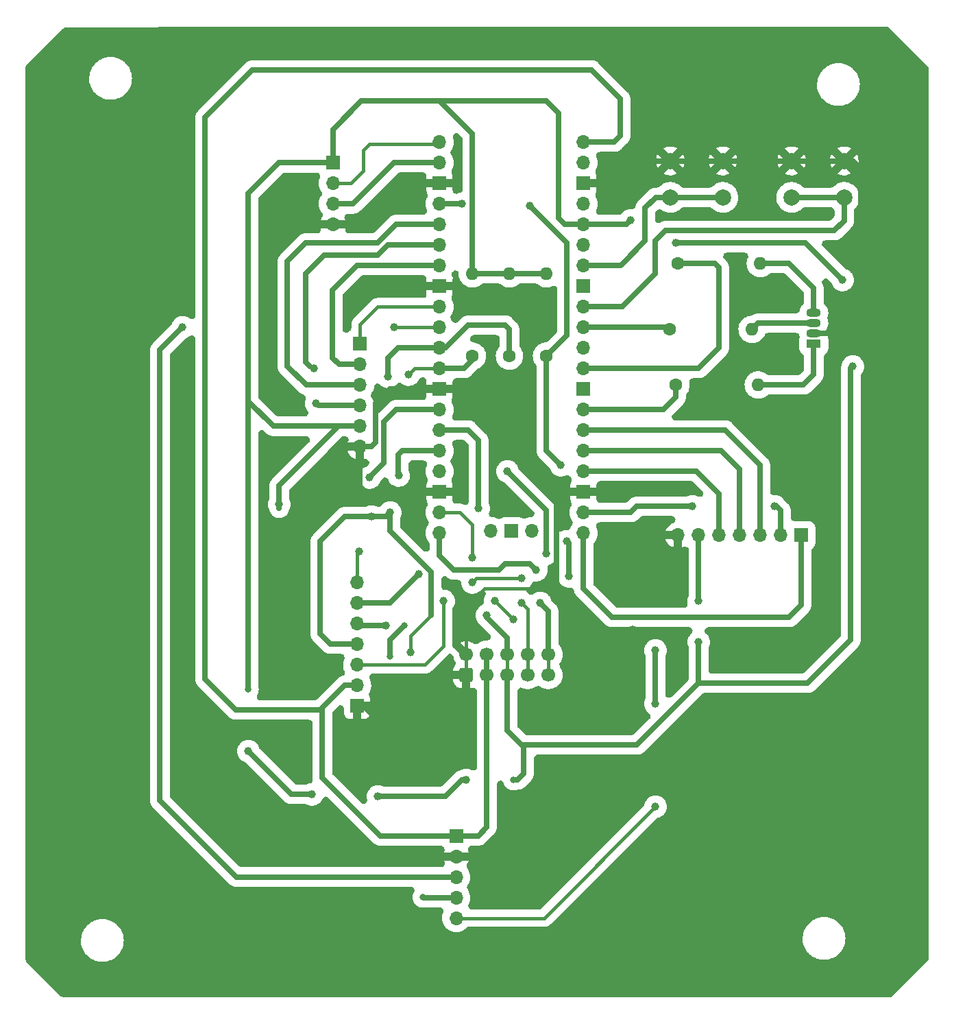
<source format=gbr>
%TF.GenerationSoftware,KiCad,Pcbnew,(6.0.1)*%
%TF.CreationDate,2022-10-25T11:35:38-03:00*%
%TF.ProjectId,Circuito esquem_tico,43697263-7569-4746-9f20-65737175656d,rev?*%
%TF.SameCoordinates,Original*%
%TF.FileFunction,Copper,L2,Bot*%
%TF.FilePolarity,Positive*%
%FSLAX46Y46*%
G04 Gerber Fmt 4.6, Leading zero omitted, Abs format (unit mm)*
G04 Created by KiCad (PCBNEW (6.0.1)) date 2022-10-25 11:35:38*
%MOMM*%
%LPD*%
G01*
G04 APERTURE LIST*
G04 Aperture macros list*
%AMRoundRect*
0 Rectangle with rounded corners*
0 $1 Rounding radius*
0 $2 $3 $4 $5 $6 $7 $8 $9 X,Y pos of 4 corners*
0 Add a 4 corners polygon primitive as box body*
4,1,4,$2,$3,$4,$5,$6,$7,$8,$9,$2,$3,0*
0 Add four circle primitives for the rounded corners*
1,1,$1+$1,$2,$3*
1,1,$1+$1,$4,$5*
1,1,$1+$1,$6,$7*
1,1,$1+$1,$8,$9*
0 Add four rect primitives between the rounded corners*
20,1,$1+$1,$2,$3,$4,$5,0*
20,1,$1+$1,$4,$5,$6,$7,0*
20,1,$1+$1,$6,$7,$8,$9,0*
20,1,$1+$1,$8,$9,$2,$3,0*%
G04 Aperture macros list end*
%TA.AperFunction,ComponentPad*%
%ADD10C,1.600000*%
%TD*%
%TA.AperFunction,ComponentPad*%
%ADD11O,1.600000X1.600000*%
%TD*%
%TA.AperFunction,ComponentPad*%
%ADD12R,1.700000X1.700000*%
%TD*%
%TA.AperFunction,ComponentPad*%
%ADD13O,1.700000X1.700000*%
%TD*%
%TA.AperFunction,ComponentPad*%
%ADD14RoundRect,0.250000X0.600000X-0.600000X0.600000X0.600000X-0.600000X0.600000X-0.600000X-0.600000X0*%
%TD*%
%TA.AperFunction,ComponentPad*%
%ADD15C,1.700000*%
%TD*%
%TA.AperFunction,ComponentPad*%
%ADD16C,2.000000*%
%TD*%
%TA.AperFunction,ComponentPad*%
%ADD17R,1.800000X1.070000*%
%TD*%
%TA.AperFunction,ComponentPad*%
%ADD18O,1.800000X1.070000*%
%TD*%
%TA.AperFunction,ViaPad*%
%ADD19C,1.000000*%
%TD*%
%TA.AperFunction,ViaPad*%
%ADD20C,0.800000*%
%TD*%
%TA.AperFunction,Conductor*%
%ADD21C,0.635000*%
%TD*%
%TA.AperFunction,Conductor*%
%ADD22C,0.381000*%
%TD*%
G04 APERTURE END LIST*
D10*
%TO.P,R6,1*%
%TO.N,GP21*%
X159512000Y-76454000D03*
D11*
%TO.P,R6,2*%
%TO.N,Net-(D1-Pad1)*%
X169672000Y-76454000D03*
%TD*%
D12*
%TO.P,J3,1,Pin_1*%
%TO.N,3.3V*%
X117119000Y-49032000D03*
D13*
%TO.P,J3,2,Pin_2*%
%TO.N,GP0*%
X117119000Y-51572000D03*
%TO.P,J3,3,Pin_3*%
%TO.N,GP1*%
X117119000Y-54112000D03*
%TO.P,J3,4,Pin_4*%
%TO.N,GND*%
X117119000Y-56652000D03*
%TD*%
D10*
%TO.P,R5,1*%
%TO.N,GP22*%
X159766000Y-61468000D03*
D11*
%TO.P,R5,2*%
%TO.N,Net-(D1-Pad4)*%
X169926000Y-61468000D03*
%TD*%
D12*
%TO.P,J4,1,Pin_1*%
%TO.N,GP6*%
X120478000Y-71399000D03*
D13*
%TO.P,J4,2,Pin_2*%
%TO.N,GP5*%
X120478000Y-73939000D03*
%TO.P,J4,3,Pin_3*%
%TO.N,GP3*%
X120478000Y-76479000D03*
%TO.P,J4,4,Pin_4*%
%TO.N,GP4*%
X120478000Y-79019000D03*
%TO.P,J4,5,Pin_5*%
%TO.N,3.3V*%
X120478000Y-81559000D03*
%TO.P,J4,6,Pin_6*%
%TO.N,GND*%
X120478000Y-84099000D03*
%TD*%
D14*
%TO.P,J6,1,Pin_1*%
%TO.N,GND*%
X133604000Y-112258500D03*
D15*
%TO.P,J6,2,Pin_2*%
X133604000Y-109718500D03*
%TO.P,J6,3,Pin_3*%
%TO.N,VBUS*%
X136144000Y-112258500D03*
%TO.P,J6,4,Pin_4*%
X136144000Y-109718500D03*
%TO.P,J6,5,Pin_5*%
%TO.N,3.3V*%
X138684000Y-112258500D03*
%TO.P,J6,6,Pin_6*%
X138684000Y-109718500D03*
%TO.P,J6,7,Pin_7*%
%TO.N,GP14*%
X141224000Y-112258500D03*
%TO.P,J6,8,Pin_8*%
X141224000Y-109718500D03*
%TO.P,J6,9,Pin_9*%
%TO.N,GP15*%
X143764000Y-112258500D03*
%TO.P,J6,10,Pin_10*%
X143764000Y-109718500D03*
%TD*%
D10*
%TO.P,R4,1*%
%TO.N,GP26*%
X158750000Y-69596000D03*
D11*
%TO.P,R4,2*%
%TO.N,Net-(D1-Pad3)*%
X168910000Y-69596000D03*
%TD*%
D12*
%TO.P,J1,1,Pin_1*%
%TO.N,GND*%
X120117000Y-116078000D03*
D13*
%TO.P,J1,2,Pin_2*%
%TO.N,VBUS*%
X120117000Y-113538000D03*
%TO.P,J1,3,Pin_3*%
%TO.N,GP2*%
X120117000Y-110998000D03*
%TO.P,J1,4,Pin_4*%
%TO.N,GP8*%
X120117000Y-108458000D03*
%TO.P,J1,5,Pin_5*%
%TO.N,GP9*%
X120117000Y-105918000D03*
%TO.P,J1,6,Pin_6*%
%TO.N,GP11*%
X120117000Y-103378000D03*
%TO.P,J1,7,Pin_7*%
%TO.N,GP10*%
X120117000Y-100838000D03*
%TD*%
D16*
%TO.P,SW2,1,1*%
%TO.N,GND*%
X165302000Y-48804000D03*
X158802000Y-48804000D03*
%TO.P,SW2,2,2*%
%TO.N,GP28*%
X158802000Y-53304000D03*
X165302000Y-53304000D03*
%TD*%
D12*
%TO.P,J2,1,Pin_1*%
%TO.N,VBUS*%
X132359000Y-132110000D03*
D13*
%TO.P,J2,2,Pin_2*%
%TO.N,GND*%
X132359000Y-134650000D03*
%TO.P,J2,3,Pin_3*%
%TO.N,GP7*%
X132359000Y-137190000D03*
%TO.P,J2,4,Pin_4*%
%TO.N,GP8*%
X132359000Y-139730000D03*
%TO.P,J2,5,Pin_5*%
%TO.N,GP13*%
X132359000Y-142270000D03*
%TD*%
D17*
%TO.P,D1,1,RA*%
%TO.N,Net-(D1-Pad1)*%
X176530000Y-71374000D03*
D18*
%TO.P,D1,2,K*%
%TO.N,GND*%
X176530000Y-70104000D03*
%TO.P,D1,3,BA*%
%TO.N,Net-(D1-Pad3)*%
X176530000Y-68834000D03*
%TO.P,D1,4,GA*%
%TO.N,Net-(D1-Pad4)*%
X176530000Y-67564000D03*
%TD*%
D10*
%TO.P,R1,1*%
%TO.N,GP2*%
X143510000Y-72898000D03*
D11*
%TO.P,R1,2*%
%TO.N,3.3V*%
X143510000Y-62738000D03*
%TD*%
D10*
%TO.P,R2,1*%
%TO.N,GP8*%
X138938000Y-72898000D03*
D11*
%TO.P,R2,2*%
%TO.N,3.3V*%
X138938000Y-62738000D03*
%TD*%
D13*
%TO.P,U1,1,GPIO0*%
%TO.N,GP0*%
X130302000Y-46482000D03*
%TO.P,U1,2,GPIO1*%
%TO.N,GP1*%
X130302000Y-49022000D03*
D12*
%TO.P,U1,3,GND*%
%TO.N,GND*%
X130302000Y-51562000D03*
D13*
%TO.P,U1,4,GPIO2*%
%TO.N,GP2*%
X130302000Y-54102000D03*
%TO.P,U1,5,GPIO3*%
%TO.N,GP3*%
X130302000Y-56642000D03*
%TO.P,U1,6,GPIO4*%
%TO.N,GP4*%
X130302000Y-59182000D03*
%TO.P,U1,7,GPIO5*%
%TO.N,GP5*%
X130302000Y-61722000D03*
D12*
%TO.P,U1,8,GND*%
%TO.N,GND*%
X130302000Y-64262000D03*
D13*
%TO.P,U1,9,GPIO6*%
%TO.N,GP6*%
X130302000Y-66802000D03*
%TO.P,U1,10,GPIO7*%
%TO.N,GP7*%
X130302000Y-69342000D03*
%TO.P,U1,11,GPIO8*%
%TO.N,GP8*%
X130302000Y-71882000D03*
%TO.P,U1,12,GPIO9*%
%TO.N,GP9*%
X130302000Y-74422000D03*
D12*
%TO.P,U1,13,GND*%
%TO.N,GND*%
X130302000Y-76962000D03*
D13*
%TO.P,U1,14,GPIO10*%
%TO.N,GP10*%
X130302000Y-79502000D03*
%TO.P,U1,15,GPIO11*%
%TO.N,GP11*%
X130302000Y-82042000D03*
%TO.P,U1,16,GPIO12*%
%TO.N,GP8*%
X130302000Y-84582000D03*
%TO.P,U1,17,GPIO13*%
%TO.N,GP13*%
X130302000Y-87122000D03*
D12*
%TO.P,U1,18,GND*%
%TO.N,GND*%
X130302000Y-89662000D03*
D13*
%TO.P,U1,19,GPIO14*%
%TO.N,GP14*%
X130302000Y-92202000D03*
%TO.P,U1,20,GPIO15*%
%TO.N,GP15*%
X130302000Y-94742000D03*
%TO.P,U1,21,GPIO16*%
%TO.N,GP16*%
X148082000Y-94742000D03*
%TO.P,U1,22,GPIO17*%
%TO.N,GP17*%
X148082000Y-92202000D03*
D12*
%TO.P,U1,23,GND*%
%TO.N,GND*%
X148082000Y-89662000D03*
D13*
%TO.P,U1,24,GPIO18*%
%TO.N,GP18*%
X148082000Y-87122000D03*
%TO.P,U1,25,GPIO19*%
%TO.N,GP19*%
X148082000Y-84582000D03*
%TO.P,U1,26,GPIO20*%
%TO.N,GP20*%
X148082000Y-82042000D03*
%TO.P,U1,27,GPIO21*%
%TO.N,GP21*%
X148082000Y-79502000D03*
D12*
%TO.P,U1,28,GND*%
%TO.N,unconnected-(U1-Pad28)*%
X148082000Y-76962000D03*
D13*
%TO.P,U1,29,GPIO22*%
%TO.N,GP22*%
X148082000Y-74422000D03*
%TO.P,U1,30,RUN*%
%TO.N,unconnected-(U1-Pad30)*%
X148082000Y-71882000D03*
%TO.P,U1,31,GPIO26_ADC0*%
%TO.N,GP26*%
X148082000Y-69342000D03*
%TO.P,U1,32,GPIO27_ADC1*%
%TO.N,GP27*%
X148082000Y-66802000D03*
D12*
%TO.P,U1,33,AGND*%
%TO.N,unconnected-(U1-Pad33)*%
X148082000Y-64262000D03*
D13*
%TO.P,U1,34,GPIO28_ADC2*%
%TO.N,GP28*%
X148082000Y-61722000D03*
%TO.P,U1,35,ADC_VREF*%
%TO.N,unconnected-(U1-Pad35)*%
X148082000Y-59182000D03*
%TO.P,U1,36,3V3*%
%TO.N,3.3V*%
X148082000Y-56642000D03*
%TO.P,U1,37,3V3_EN*%
%TO.N,unconnected-(U1-Pad37)*%
X148082000Y-54102000D03*
D12*
%TO.P,U1,38,GND*%
%TO.N,GND*%
X148082000Y-51562000D03*
D13*
%TO.P,U1,39,VSYS*%
%TO.N,unconnected-(U1-Pad39)*%
X148082000Y-49022000D03*
%TO.P,U1,40,VBUS*%
%TO.N,VBUS*%
X148082000Y-46482000D03*
%TO.P,U1,41,SWCLK*%
%TO.N,unconnected-(U1-Pad41)*%
X136652000Y-94512000D03*
D12*
%TO.P,U1,42,GND*%
%TO.N,unconnected-(U1-Pad42)*%
X139192000Y-94512000D03*
D13*
%TO.P,U1,43,SWDIO*%
%TO.N,unconnected-(U1-Pad43)*%
X141732000Y-94512000D03*
%TD*%
D12*
%TO.P,J5,1,Pin_1*%
%TO.N,GP16*%
X175006000Y-94996000D03*
D13*
%TO.P,J5,2,Pin_2*%
%TO.N,GP17*%
X172466000Y-94996000D03*
%TO.P,J5,3,Pin_3*%
%TO.N,GP20*%
X169926000Y-94996000D03*
%TO.P,J5,4,Pin_4*%
%TO.N,GP19*%
X167386000Y-94996000D03*
%TO.P,J5,5,Pin_5*%
%TO.N,GP18*%
X164846000Y-94996000D03*
%TO.P,J5,6,Pin_6*%
%TO.N,3.3V*%
X162306000Y-94996000D03*
%TO.P,J5,7,Pin_7*%
%TO.N,GND*%
X159766000Y-94996000D03*
%TD*%
D10*
%TO.P,R3,1*%
%TO.N,GP9*%
X134366000Y-72898000D03*
D11*
%TO.P,R3,2*%
%TO.N,3.3V*%
X134366000Y-62738000D03*
%TD*%
D16*
%TO.P,SW1,1,1*%
%TO.N,GND*%
X180288000Y-48804000D03*
X173788000Y-48804000D03*
%TO.P,SW1,2,2*%
%TO.N,GP27*%
X180288000Y-53304000D03*
X173788000Y-53304000D03*
%TD*%
D19*
%TO.N,GND*%
X154178000Y-106680000D03*
D20*
%TO.N,3.3V*%
X139446000Y-125222000D03*
D19*
X110490000Y-91186000D03*
D20*
X124206000Y-109982000D03*
X125984000Y-106172000D03*
D19*
X136144000Y-104902000D03*
X153924000Y-56134000D03*
X159512000Y-58928000D03*
X180086000Y-63500000D03*
X181356000Y-74168000D03*
X133604000Y-125222000D03*
%TO.N,GP8*%
X124206000Y-92202000D03*
%TO.N,GP2*%
X146050000Y-95758000D03*
%TO.N,GP15*%
X142748000Y-103378000D03*
%TO.N,GP2*%
X146304000Y-100076000D03*
%TO.N,GP8*%
X121920000Y-92710000D03*
%TO.N,GP10*%
X121666000Y-87884000D03*
%TO.N,GND*%
X132588000Y-51562000D03*
X155956000Y-103378000D03*
X122936000Y-55626000D03*
X124968000Y-124714000D03*
D20*
X124714000Y-134874000D03*
D19*
X122936000Y-63500000D03*
%TO.N,GP2*%
X137160000Y-103124000D03*
X133096000Y-54102000D03*
X141478000Y-54356000D03*
X139446000Y-105410000D03*
X145288000Y-86360000D03*
X130810000Y-103124000D03*
%TO.N,GP7*%
X98552000Y-69342000D03*
X124714000Y-69342000D03*
%TO.N,GP8*%
X123952000Y-75438000D03*
%TO.N,GP11*%
X127762000Y-99822000D03*
X135128000Y-91694000D03*
%TO.N,GP10*%
X120396000Y-97028000D03*
%TO.N,GP14*%
X134366000Y-97790000D03*
X140462000Y-100330000D03*
X140462000Y-103378000D03*
X134366000Y-100838000D03*
%TO.N,GP15*%
X142240000Y-99314000D03*
%TO.N,3.3V*%
X162306000Y-108204000D03*
X162306000Y-103124000D03*
X122682000Y-127254000D03*
X106680000Y-121666000D03*
X114554000Y-127000000D03*
D20*
X106680000Y-114046000D03*
D19*
%TO.N,GP4*%
X115062000Y-78740000D03*
X114808000Y-74422000D03*
%TO.N,GP17*%
X161544000Y-91440000D03*
X171704000Y-91440000D03*
%TO.N,GP9*%
X123698000Y-106172000D03*
X126492000Y-75184000D03*
D20*
%TO.N,GP8*%
X128270000Y-139700000D03*
D19*
X125250000Y-87630000D03*
X126746000Y-109474000D03*
%TO.N,GP13*%
X138684000Y-87122000D03*
X143510000Y-97282000D03*
X156972000Y-109220000D03*
X156972000Y-128524000D03*
X156972000Y-115824000D03*
%TD*%
D21*
%TO.N,GND*%
X153162000Y-51562000D02*
X155920000Y-48804000D01*
X148082000Y-51562000D02*
X153162000Y-51562000D01*
%TO.N,VBUS*%
X136144000Y-112258500D02*
X136144000Y-109718500D01*
%TO.N,GND*%
X153670000Y-107188000D02*
X153924000Y-106934000D01*
X153924000Y-106934000D02*
X154178000Y-106680000D01*
X150368000Y-107188000D02*
X153670000Y-107188000D01*
%TO.N,3.3V*%
X139954000Y-125222000D02*
X140716000Y-124460000D01*
X139446000Y-125222000D02*
X139954000Y-125222000D01*
X110490000Y-88900000D02*
X110490000Y-91694000D01*
X117831000Y-81559000D02*
X110490000Y-88900000D01*
X120478000Y-81559000D02*
X117831000Y-81559000D01*
X125984000Y-106172000D02*
X124206000Y-107950000D01*
X124206000Y-109474000D02*
X124206000Y-109982000D01*
X124206000Y-107950000D02*
X124206000Y-109474000D01*
X136144000Y-105156000D02*
X136144000Y-104902000D01*
X138684000Y-107696000D02*
X136144000Y-105156000D01*
X138684000Y-109718500D02*
X138684000Y-107696000D01*
X153416000Y-56642000D02*
X153924000Y-56134000D01*
X148082000Y-56642000D02*
X153416000Y-56642000D01*
X163576000Y-58928000D02*
X160274000Y-58928000D01*
X175514000Y-58928000D02*
X163576000Y-58928000D01*
X180086000Y-63500000D02*
X175514000Y-58928000D01*
X160274000Y-58928000D02*
X159512000Y-58928000D01*
X181102000Y-75184000D02*
X181102000Y-74422000D01*
X181102000Y-107950000D02*
X181102000Y-75184000D01*
X178816000Y-110236000D02*
X181102000Y-107950000D01*
X181102000Y-74422000D02*
X181356000Y-74168000D01*
X175768000Y-113284000D02*
X178816000Y-110236000D01*
X162306000Y-113284000D02*
X175768000Y-113284000D01*
X133604000Y-125222000D02*
X133096000Y-125222000D01*
X133096000Y-125222000D02*
X131064000Y-127254000D01*
%TO.N,GP8*%
X124206000Y-94488000D02*
X124206000Y-92202000D01*
X125476000Y-95758000D02*
X124206000Y-94488000D01*
X123698000Y-92710000D02*
X124206000Y-92202000D01*
X121920000Y-92710000D02*
X123698000Y-92710000D01*
%TO.N,GP2*%
X146304000Y-100076000D02*
X146304000Y-96012000D01*
X146304000Y-96012000D02*
X146050000Y-95758000D01*
%TO.N,GP15*%
X143764000Y-104394000D02*
X142748000Y-103378000D01*
X143764000Y-109718500D02*
X143764000Y-104394000D01*
X130302000Y-97536000D02*
X130302000Y-94742000D01*
X132080000Y-99314000D02*
X130302000Y-97536000D01*
X138430000Y-98552000D02*
X137668000Y-99314000D01*
X141478000Y-98552000D02*
X138430000Y-98552000D01*
X142240000Y-99314000D02*
X141478000Y-98552000D01*
X137668000Y-99314000D02*
X132080000Y-99314000D01*
%TO.N,GP8*%
X118618000Y-92710000D02*
X121920000Y-92710000D01*
%TO.N,GP10*%
X123444000Y-86106000D02*
X123444000Y-81026000D01*
X121666000Y-87884000D02*
X123444000Y-86106000D01*
%TO.N,GP28*%
X152781000Y-61595000D02*
X155702000Y-58674000D01*
X152654000Y-61722000D02*
X152781000Y-61595000D01*
X148082000Y-61722000D02*
X152654000Y-61722000D01*
X158802000Y-53304000D02*
X165302000Y-53304000D01*
%TO.N,GND*%
X158802000Y-48804000D02*
X155920000Y-48804000D01*
X158802000Y-48804000D02*
X165302000Y-48804000D01*
%TO.N,VBUS*%
X107188000Y-37592000D02*
X101346000Y-43434000D01*
%TO.N,GND*%
X132588000Y-51562000D02*
X130302000Y-51562000D01*
X121158000Y-89662000D02*
X120477991Y-88981991D01*
X150368000Y-107188000D02*
X144780000Y-101600000D01*
X121539000Y-54483000D02*
X124460000Y-51562000D01*
X124968000Y-120142000D02*
X120904000Y-116078000D01*
X122936000Y-55626000D02*
X121793000Y-54483000D01*
X156718000Y-102616000D02*
X155956000Y-103378000D01*
X182372000Y-68834000D02*
X182372000Y-49784000D01*
X144780000Y-90424000D02*
X145542000Y-89662000D01*
X159766000Y-99568000D02*
X156718000Y-102616000D01*
X144780000Y-101600000D02*
X144780000Y-90424000D01*
X130302000Y-76962000D02*
X124206000Y-76962000D01*
D22*
X124998000Y-134650000D02*
X124968000Y-134620000D01*
D21*
X181102000Y-70104000D02*
X182372000Y-68834000D01*
D22*
X135890000Y-101600000D02*
X144780000Y-101600000D01*
D21*
X124206000Y-76962000D02*
X122428000Y-78740000D01*
D22*
X181392000Y-48804000D02*
X180288000Y-48804000D01*
X133604000Y-103886000D02*
X135890000Y-101600000D01*
D21*
X173787994Y-48803992D02*
X180288006Y-48803992D01*
X130302000Y-64262000D02*
X123698000Y-64262000D01*
D22*
X124968000Y-134620000D02*
X124714000Y-134874000D01*
D21*
X122428000Y-83566000D02*
X121895006Y-84098994D01*
X159766000Y-94996000D02*
X159766000Y-99568000D01*
X124460000Y-51562000D02*
X130302000Y-51562000D01*
D22*
X131318000Y-116078000D02*
X133604000Y-113792000D01*
X133604000Y-109718500D02*
X133604000Y-112258500D01*
D21*
X176530000Y-70104000D02*
X181102000Y-70104000D01*
X123444000Y-64008000D02*
X122936000Y-63500000D01*
X130302000Y-89662000D02*
X121158000Y-89662000D01*
X123698000Y-64262000D02*
X123444000Y-64008000D01*
X117118994Y-56652008D02*
X119369992Y-56652008D01*
X120477991Y-88981991D02*
X120477991Y-84098994D01*
X182372000Y-49784000D02*
X181391992Y-48803992D01*
X121895006Y-84098994D02*
X120477991Y-84098994D01*
D22*
X120117000Y-116078000D02*
X131318000Y-116078000D01*
X120904000Y-116078000D02*
X120117000Y-116078000D01*
D21*
X119369992Y-56652008D02*
X121539000Y-54483000D01*
D22*
X121793000Y-54483000D02*
X121539000Y-54483000D01*
D21*
X132358994Y-134649997D02*
X124997997Y-134649997D01*
D22*
X133604000Y-113792000D02*
X133604000Y-112258500D01*
D21*
X122428000Y-78740000D02*
X122428000Y-83566000D01*
X165302006Y-48803992D02*
X173787994Y-48803992D01*
X145542000Y-89662000D02*
X148082000Y-89662000D01*
D22*
X133604000Y-109718500D02*
X133604000Y-103886000D01*
D21*
X124968000Y-124714000D02*
X124968000Y-120142000D01*
%TO.N,VBUS*%
X149098000Y-37592000D02*
X107188000Y-37592000D01*
X101346000Y-112776000D02*
X105156000Y-116586000D01*
X148082000Y-46482000D02*
X151892000Y-46482000D01*
X122965997Y-132109997D02*
X132358994Y-132109997D01*
X136144000Y-112258500D02*
X136144000Y-131064000D01*
X101346000Y-43434000D02*
X101346000Y-112776000D01*
X136144000Y-131064000D02*
X135098003Y-132109997D01*
X115824000Y-124968000D02*
X122965997Y-132109997D01*
X105156000Y-116586000D02*
X115824000Y-116586000D01*
X152654000Y-41148000D02*
X149098000Y-37592000D01*
X120117006Y-113538000D02*
X118618000Y-113538000D01*
X118618000Y-113538000D02*
X115824000Y-116332000D01*
X115824000Y-116586000D02*
X115824000Y-124968000D01*
X151892000Y-46482000D02*
X152654000Y-45720000D01*
X135098003Y-132109997D02*
X132358994Y-132109997D01*
X152654000Y-45720000D02*
X152654000Y-41148000D01*
D22*
X115824000Y-116332000D02*
X115824000Y-116586000D01*
%TO.N,GP2*%
X128524000Y-110998000D02*
X130810000Y-108712000D01*
X138938000Y-104902000D02*
X139446000Y-105410000D01*
D21*
X146050000Y-58928000D02*
X141478000Y-54356000D01*
X130302000Y-54102000D02*
X132588000Y-54102000D01*
D22*
X120117000Y-110998000D02*
X128524000Y-110998000D01*
D21*
X143510000Y-72898000D02*
X146050000Y-70358000D01*
D22*
X130810000Y-108712000D02*
X130810000Y-103124000D01*
X137160000Y-103124000D02*
X138938000Y-104902000D01*
D21*
X145288000Y-86360000D02*
X143510000Y-84582000D01*
X143510000Y-84582000D02*
X143510000Y-72898000D01*
X146050000Y-70358000D02*
X146050000Y-58928000D01*
D22*
X132588000Y-54102000D02*
X133096000Y-54102000D01*
D21*
%TO.N,GP7*%
X98552000Y-69342000D02*
X95758000Y-72136000D01*
D22*
X130302000Y-69342000D02*
X124714000Y-69342000D01*
D21*
X105185997Y-137189997D02*
X132358994Y-137189997D01*
X95758000Y-72136000D02*
X95758000Y-127762000D01*
X95758000Y-127762000D02*
X105185997Y-137189997D01*
%TO.N,GP8*%
X116840000Y-108458000D02*
X115570000Y-107188000D01*
X138938000Y-72898000D02*
X138938000Y-69596000D01*
X117094000Y-94234000D02*
X118618000Y-92710000D01*
X120117006Y-108458000D02*
X116840000Y-108458000D01*
X125222000Y-71882000D02*
X123952000Y-73152000D01*
X138938000Y-69596000D02*
X138430000Y-69088000D01*
X123952000Y-73152000D02*
X123952000Y-75438000D01*
X130302000Y-71882000D02*
X125222000Y-71882000D01*
D22*
X131064000Y-71882000D02*
X130302000Y-71882000D01*
D21*
X138430000Y-69088000D02*
X133858000Y-69088000D01*
X133858000Y-69088000D02*
X131064000Y-71882000D01*
X115570000Y-95758000D02*
X117094000Y-94234000D01*
X115570000Y-107188000D02*
X115570000Y-95758000D01*
%TO.N,GP11*%
X124206000Y-103378000D02*
X120117006Y-103378000D01*
X133858000Y-82042000D02*
X135128000Y-83312000D01*
X127762000Y-99822000D02*
X124206000Y-103378000D01*
X130302000Y-82042000D02*
X133858000Y-82042000D01*
X135128000Y-83312000D02*
X135128000Y-91694000D01*
%TO.N,GP10*%
X124968000Y-79502000D02*
X123444000Y-81026000D01*
X130302000Y-79502000D02*
X124968000Y-79502000D01*
D22*
X120117000Y-97307000D02*
X120117000Y-100838000D01*
X120396000Y-97028000D02*
X120117000Y-97307000D01*
%TO.N,GP14*%
X141224000Y-109718500D02*
X141224000Y-104140000D01*
X141224000Y-112258500D02*
X141224000Y-109718500D01*
X134366000Y-93726000D02*
X134366000Y-97282000D01*
X133858000Y-93218000D02*
X134366000Y-93726000D01*
X134366000Y-97282000D02*
X134366000Y-97790000D01*
X134366000Y-100838000D02*
X134874000Y-100330000D01*
X130302000Y-92202000D02*
X132842000Y-92202000D01*
X139446000Y-100330000D02*
X140462000Y-100330000D01*
X135890000Y-100330000D02*
X139446000Y-100330000D01*
X141224000Y-104140000D02*
X140462000Y-103378000D01*
X132842000Y-92202000D02*
X133858000Y-93218000D01*
X134874000Y-100330000D02*
X135890000Y-100330000D01*
%TO.N,GP15*%
X143764000Y-112258500D02*
X143764000Y-109718500D01*
D21*
%TO.N,3.3V*%
X130302000Y-41402000D02*
X143510000Y-41402000D01*
X106680000Y-52832000D02*
X110490000Y-49022000D01*
X120650000Y-41402000D02*
X130302000Y-41402000D01*
X145796000Y-56642000D02*
X148082000Y-56642000D01*
X109752994Y-81558994D02*
X106680000Y-78486000D01*
X140716000Y-124460000D02*
X140716000Y-120904000D01*
X143510000Y-62738000D02*
X138938000Y-62738000D01*
X112014000Y-127000000D02*
X114300000Y-127000000D01*
X134366000Y-45466000D02*
X130302000Y-41402000D01*
X120477991Y-81558994D02*
X109752994Y-81558994D01*
X106680000Y-78486000D02*
X106680000Y-52832000D01*
X143510000Y-41402000D02*
X145034000Y-42926000D01*
X162306000Y-108204000D02*
X162306000Y-113284000D01*
D22*
X140716000Y-120904000D02*
X140462000Y-120904000D01*
D21*
X162306000Y-113284000D02*
X154686000Y-120904000D01*
X106680000Y-78486000D02*
X106680000Y-114046000D01*
X138684000Y-119126000D02*
X138684000Y-112258500D01*
X162306000Y-94996000D02*
X162306000Y-102870000D01*
X117118994Y-44933006D02*
X120650000Y-41402000D01*
X140462000Y-120904000D02*
X138684000Y-119126000D01*
D22*
X114300000Y-127000000D02*
X114554000Y-127000000D01*
X138684000Y-112258500D02*
X138684000Y-109718500D01*
D21*
X154686000Y-120904000D02*
X140716000Y-120904000D01*
X122682000Y-127254000D02*
X131064000Y-127254000D01*
X110500008Y-49032008D02*
X117118994Y-49032008D01*
X134366000Y-62738000D02*
X138938000Y-62738000D01*
X145034000Y-42926000D02*
X145034000Y-55880000D01*
X117118994Y-49032008D02*
X117118994Y-44933006D01*
X145034000Y-55880000D02*
X145796000Y-56642000D01*
D22*
X162306000Y-102870000D02*
X162306000Y-103124000D01*
X110490000Y-49022000D02*
X110500000Y-49032000D01*
D21*
X106680000Y-121666000D02*
X112014000Y-127000000D01*
X134366000Y-62738000D02*
X134366000Y-45466000D01*
D22*
%TO.N,GP0*%
X120904000Y-47498000D02*
X121666000Y-46736000D01*
X130048000Y-46736000D02*
X130302000Y-46482000D01*
X121666000Y-46736000D02*
X130048000Y-46736000D01*
X120904000Y-50038000D02*
X120904000Y-47498000D01*
X117119000Y-51572000D02*
X119370000Y-51572000D01*
X119370000Y-51572000D02*
X120904000Y-50038000D01*
D21*
%TO.N,GP1*%
X124714000Y-49022000D02*
X119623992Y-54112008D01*
X130302000Y-49022000D02*
X124714000Y-49022000D01*
X119623992Y-54112008D02*
X117118994Y-54112008D01*
%TO.N,GP4*%
X116078000Y-60452000D02*
X113792000Y-62738000D01*
X130302000Y-59182000D02*
X123952000Y-59182000D01*
X123952000Y-59182000D02*
X122682000Y-60452000D01*
X113792000Y-62738000D02*
X113792000Y-73660000D01*
X113792000Y-73660000D02*
X114300000Y-74168000D01*
X122682000Y-60452000D02*
X116078000Y-60452000D01*
D22*
X115341000Y-79019000D02*
X115062000Y-78740000D01*
X114300000Y-74168000D02*
X114554000Y-74422000D01*
D21*
X120477991Y-79018994D02*
X115340994Y-79018994D01*
D22*
X114554000Y-74422000D02*
X114808000Y-74422000D01*
D21*
%TO.N,GP3*%
X122682000Y-58928000D02*
X113792000Y-58928000D01*
X113792000Y-58928000D02*
X111506000Y-61214000D01*
X111506000Y-74168000D02*
X113816994Y-76478994D01*
X124968000Y-56642000D02*
X122682000Y-58928000D01*
X113816994Y-76478994D02*
X120477991Y-76478994D01*
X111506000Y-61214000D02*
X111506000Y-74168000D01*
X130302000Y-56642000D02*
X124968000Y-56642000D01*
%TO.N,GP5*%
X117094000Y-73152000D02*
X117094000Y-64770000D01*
X120142000Y-61722000D02*
X130302000Y-61722000D01*
X120477991Y-73938994D02*
X117880994Y-73938994D01*
X117094000Y-64770000D02*
X120142000Y-61722000D01*
X117880994Y-73938994D02*
X117094000Y-73152000D01*
D22*
%TO.N,GP6*%
X120478000Y-69006000D02*
X120478000Y-71399000D01*
X122682000Y-66802000D02*
X120478000Y-69006000D01*
X130302000Y-66802000D02*
X122682000Y-66802000D01*
D21*
%TO.N,GP18*%
X164846000Y-94996000D02*
X164846000Y-89916000D01*
X164846000Y-89916000D02*
X162052000Y-87122000D01*
X162052000Y-87122000D02*
X148082000Y-87122000D01*
%TO.N,GP19*%
X167386000Y-94996000D02*
X167386000Y-86868000D01*
X165100000Y-84582000D02*
X148082000Y-84582000D01*
X167386000Y-86868000D02*
X165100000Y-84582000D01*
%TO.N,GP20*%
X169926000Y-86360000D02*
X165608000Y-82042000D01*
X169926000Y-94996000D02*
X169926000Y-86360000D01*
X165608000Y-82042000D02*
X148082000Y-82042000D01*
%TO.N,GP17*%
X154686000Y-91440000D02*
X153924000Y-92202000D01*
X172466000Y-94996000D02*
X172466000Y-91948000D01*
X161544000Y-91440000D02*
X154686000Y-91440000D01*
X172466000Y-91948000D02*
X171958000Y-91440000D01*
X153924000Y-92202000D02*
X148082000Y-92202000D01*
D22*
X171958000Y-91440000D02*
X171704000Y-91440000D01*
D21*
%TO.N,GP16*%
X175006000Y-103632000D02*
X175006000Y-94996000D01*
X148082000Y-94742000D02*
X148082000Y-101600000D01*
X148082000Y-101600000D02*
X151638000Y-105156000D01*
X151638000Y-105156000D02*
X173482000Y-105156000D01*
X173482000Y-105156000D02*
X175006000Y-103632000D01*
D22*
%TO.N,GP26*%
X158496000Y-69342000D02*
X158750000Y-69596000D01*
D21*
X148082000Y-69342000D02*
X158496000Y-69342000D01*
%TO.N,GP22*%
X164338000Y-61468000D02*
X164846000Y-61976000D01*
X164846000Y-71882000D02*
X162306000Y-74422000D01*
X164846000Y-61976000D02*
X164846000Y-71882000D01*
X159766000Y-61468000D02*
X164338000Y-61468000D01*
X162306000Y-74422000D02*
X148082000Y-74422000D01*
%TO.N,GP21*%
X159512000Y-77978000D02*
X159512000Y-76454000D01*
X157988000Y-79502000D02*
X159512000Y-77978000D01*
X148082000Y-79502000D02*
X157988000Y-79502000D01*
D22*
%TO.N,GP9*%
X134366000Y-73406000D02*
X134366000Y-72898000D01*
D21*
X133350000Y-74422000D02*
X134366000Y-73406000D01*
X130302000Y-74422000D02*
X133350000Y-74422000D01*
D22*
X127254000Y-74422000D02*
X126492000Y-75184000D01*
X120371000Y-106172000D02*
X120117000Y-105918000D01*
X130302000Y-74422000D02*
X127254000Y-74422000D01*
D21*
X123698000Y-106172000D02*
X120371006Y-106172000D01*
%TO.N,GP8*%
X125476000Y-95758000D02*
X129286000Y-99568000D01*
X125730000Y-84582000D02*
X125222000Y-85090000D01*
D22*
X126746000Y-107442000D02*
X126746000Y-109474000D01*
X125222000Y-87630000D02*
X125250000Y-87630000D01*
X128270000Y-139700000D02*
X128300000Y-139730000D01*
D21*
X130302000Y-84582000D02*
X125730000Y-84582000D01*
X128299997Y-139729997D02*
X132358994Y-139729997D01*
X129286000Y-99568000D02*
X129286000Y-104902000D01*
D22*
X129286000Y-104902000D02*
X126746000Y-107442000D01*
D21*
X125222000Y-85090000D02*
X125222000Y-87630000D01*
%TO.N,GP13*%
X156972000Y-109220000D02*
X156972000Y-115824000D01*
X138684000Y-87122000D02*
X143510000Y-91948000D01*
D22*
X143226000Y-142270000D02*
X132359000Y-142270000D01*
X156972000Y-128524000D02*
X143226000Y-142270000D01*
D21*
X143510000Y-97282000D02*
X143510000Y-91948000D01*
%TO.N,Net-(D1-Pad1)*%
X176530000Y-75184000D02*
X176530000Y-71374000D01*
X175260000Y-76454000D02*
X176530000Y-75184000D01*
X169672000Y-76454000D02*
X175260000Y-76454000D01*
%TO.N,Net-(D1-Pad4)*%
X176530000Y-64516000D02*
X173482000Y-61468000D01*
X176530000Y-67564000D02*
X176530000Y-64516000D01*
X173482000Y-61468000D02*
X169926000Y-61468000D01*
%TO.N,Net-(D1-Pad3)*%
X169672000Y-68834000D02*
X168910000Y-69596000D01*
X176530000Y-68834000D02*
X169672000Y-68834000D01*
%TO.N,GP27*%
X156972000Y-58674000D02*
X158242000Y-57404000D01*
X148082000Y-66802000D02*
X152908000Y-66802000D01*
X180288006Y-56185994D02*
X180288006Y-53304008D01*
X179070000Y-57404000D02*
X180288006Y-56185994D01*
X173787994Y-53304008D02*
X180288006Y-53304008D01*
X156972000Y-62738000D02*
X156972000Y-58674000D01*
X152908000Y-66802000D02*
X156972000Y-62738000D01*
X158242000Y-57404000D02*
X179070000Y-57404000D01*
%TO.N,GP28*%
X155702000Y-54610000D02*
X157007992Y-53304008D01*
X157007992Y-53304008D02*
X158801994Y-53304008D01*
X155702000Y-58674000D02*
X155702000Y-54610000D01*
%TD*%
%TA.AperFunction,Conductor*%
%TO.N,GND*%
G36*
X185701020Y-32277703D02*
G01*
X185820128Y-32335063D01*
X185883898Y-32387898D01*
X190624102Y-37128102D01*
X190702605Y-37234470D01*
X190746268Y-37359252D01*
X190754000Y-37441704D01*
X190754000Y-147216296D01*
X190734297Y-147347020D01*
X190676937Y-147466128D01*
X190624102Y-147529898D01*
X186264898Y-151889102D01*
X186158530Y-151967605D01*
X186033748Y-152011268D01*
X185951296Y-152019000D01*
X83796704Y-152019000D01*
X83665980Y-151999297D01*
X83546872Y-151941937D01*
X83483102Y-151889102D01*
X79250898Y-147656898D01*
X79172395Y-147550530D01*
X79128732Y-147425748D01*
X79121000Y-147343296D01*
X79121000Y-145080153D01*
X86001887Y-145080153D01*
X86002949Y-145093646D01*
X86002949Y-145093652D01*
X86021061Y-145323791D01*
X86027220Y-145402045D01*
X86091594Y-145718451D01*
X86095893Y-145731300D01*
X86095894Y-145731303D01*
X86183207Y-145992254D01*
X86194047Y-146024653D01*
X86199875Y-146036872D01*
X86199878Y-146036879D01*
X86299745Y-146246254D01*
X86333054Y-146316087D01*
X86506542Y-146588408D01*
X86515162Y-146598865D01*
X86515165Y-146598869D01*
X86692409Y-146813883D01*
X86711923Y-146837556D01*
X86946138Y-147059817D01*
X86957034Y-147067880D01*
X86957038Y-147067883D01*
X87194796Y-147243815D01*
X87194800Y-147243818D01*
X87205693Y-147251878D01*
X87247012Y-147275255D01*
X87474932Y-147404206D01*
X87474936Y-147404208D01*
X87486720Y-147410875D01*
X87785030Y-147534439D01*
X87971172Y-147586061D01*
X88083120Y-147617107D01*
X88083123Y-147617108D01*
X88096174Y-147620727D01*
X88109561Y-147622728D01*
X88109567Y-147622729D01*
X88256046Y-147644620D01*
X88415515Y-147668453D01*
X88427117Y-147668960D01*
X88427122Y-147668960D01*
X88486228Y-147671540D01*
X88531113Y-147673500D01*
X88728010Y-147673500D01*
X88838599Y-147666736D01*
X88954770Y-147659631D01*
X88954776Y-147659630D01*
X88968285Y-147658804D01*
X88981592Y-147656338D01*
X88981598Y-147656337D01*
X89272446Y-147602432D01*
X89272451Y-147602431D01*
X89285766Y-147599963D01*
X89593710Y-147502868D01*
X89606033Y-147497252D01*
X89606041Y-147497249D01*
X89875189Y-147374591D01*
X89875191Y-147374590D01*
X89887525Y-147368969D01*
X89899080Y-147361888D01*
X89899084Y-147361886D01*
X90031993Y-147280439D01*
X90162832Y-147200261D01*
X90173425Y-147191835D01*
X90173432Y-147191830D01*
X90404925Y-147007691D01*
X90415527Y-146999258D01*
X90584711Y-146827096D01*
X90632346Y-146778623D01*
X90632352Y-146778616D01*
X90641842Y-146768959D01*
X90650083Y-146758219D01*
X90650090Y-146758211D01*
X90830158Y-146523540D01*
X90838403Y-146512795D01*
X91002281Y-146234585D01*
X91077286Y-146062087D01*
X91125628Y-145950907D01*
X91125629Y-145950903D01*
X91131032Y-145938478D01*
X91222737Y-145628887D01*
X91258475Y-145415326D01*
X91273793Y-145323791D01*
X91273794Y-145323785D01*
X91276029Y-145310427D01*
X91290113Y-144987847D01*
X91277388Y-144826153D01*
X175155887Y-144826153D01*
X175156949Y-144839646D01*
X175156949Y-144839652D01*
X175174812Y-145066625D01*
X175181220Y-145148045D01*
X175245594Y-145464451D01*
X175249893Y-145477300D01*
X175249894Y-145477303D01*
X175334881Y-145731303D01*
X175348047Y-145770653D01*
X175353875Y-145782872D01*
X175353878Y-145782879D01*
X175453745Y-145992254D01*
X175487054Y-146062087D01*
X175660542Y-146334408D01*
X175669162Y-146344865D01*
X175669165Y-146344869D01*
X175817343Y-146524623D01*
X175865923Y-146583556D01*
X175875755Y-146592886D01*
X176049972Y-146758211D01*
X176100138Y-146805817D01*
X176111034Y-146813880D01*
X176111038Y-146813883D01*
X176348796Y-146989815D01*
X176348800Y-146989818D01*
X176359693Y-146997878D01*
X176452678Y-147050486D01*
X176628932Y-147150206D01*
X176628936Y-147150208D01*
X176640720Y-147156875D01*
X176939030Y-147280439D01*
X177125172Y-147332061D01*
X177237120Y-147363107D01*
X177237123Y-147363108D01*
X177250174Y-147366727D01*
X177263561Y-147368728D01*
X177263567Y-147368729D01*
X177410046Y-147390620D01*
X177569515Y-147414453D01*
X177581117Y-147414960D01*
X177581122Y-147414960D01*
X177640228Y-147417540D01*
X177685113Y-147419500D01*
X177882010Y-147419500D01*
X177992599Y-147412736D01*
X178108770Y-147405631D01*
X178108776Y-147405630D01*
X178122285Y-147404804D01*
X178135592Y-147402338D01*
X178135598Y-147402337D01*
X178426446Y-147348432D01*
X178426451Y-147348431D01*
X178439766Y-147345963D01*
X178747710Y-147248868D01*
X178760033Y-147243252D01*
X178760041Y-147243249D01*
X179029189Y-147120591D01*
X179029191Y-147120590D01*
X179041525Y-147114969D01*
X179053080Y-147107888D01*
X179053084Y-147107886D01*
X179216587Y-147007691D01*
X179316832Y-146946261D01*
X179327425Y-146937835D01*
X179327432Y-146937830D01*
X179505125Y-146796486D01*
X179569527Y-146745258D01*
X179738711Y-146573096D01*
X179786346Y-146524623D01*
X179786352Y-146524616D01*
X179795842Y-146514959D01*
X179804083Y-146504219D01*
X179804090Y-146504211D01*
X179984158Y-146269540D01*
X179992403Y-146258795D01*
X179999791Y-146246254D01*
X180149407Y-145992254D01*
X180156281Y-145980585D01*
X180169186Y-145950907D01*
X180279628Y-145696907D01*
X180279629Y-145696903D01*
X180285032Y-145684478D01*
X180376737Y-145374887D01*
X180412475Y-145161326D01*
X180427793Y-145069791D01*
X180427794Y-145069785D01*
X180430029Y-145056427D01*
X180444113Y-144733847D01*
X180425991Y-144503573D01*
X180419843Y-144425461D01*
X180419843Y-144425460D01*
X180418780Y-144411955D01*
X180354406Y-144095549D01*
X180323495Y-144003165D01*
X180256252Y-143802194D01*
X180256249Y-143802187D01*
X180251953Y-143789347D01*
X180246125Y-143777128D01*
X180246122Y-143777121D01*
X180118778Y-143510140D01*
X180112946Y-143497913D01*
X179939458Y-143225592D01*
X179930835Y-143215131D01*
X179742700Y-142986904D01*
X179742696Y-142986900D01*
X179734077Y-142976444D01*
X179499862Y-142754183D01*
X179488966Y-142746120D01*
X179488962Y-142746117D01*
X179251204Y-142570185D01*
X179251200Y-142570182D01*
X179240307Y-142562122D01*
X178974371Y-142411663D01*
X178971068Y-142409794D01*
X178971064Y-142409792D01*
X178959280Y-142403125D01*
X178660970Y-142279561D01*
X178461843Y-142224338D01*
X178362880Y-142196893D01*
X178362877Y-142196892D01*
X178349826Y-142193273D01*
X178336439Y-142191272D01*
X178336433Y-142191271D01*
X178189954Y-142169380D01*
X178030485Y-142145547D01*
X178018883Y-142145040D01*
X178018878Y-142145040D01*
X177959772Y-142142460D01*
X177914887Y-142140500D01*
X177717990Y-142140500D01*
X177608535Y-142147195D01*
X177491230Y-142154369D01*
X177491224Y-142154370D01*
X177477715Y-142155196D01*
X177464408Y-142157662D01*
X177464402Y-142157663D01*
X177173554Y-142211568D01*
X177173549Y-142211569D01*
X177160234Y-142214037D01*
X176852290Y-142311132D01*
X176839967Y-142316748D01*
X176839959Y-142316751D01*
X176570811Y-142439409D01*
X176558475Y-142445031D01*
X176546920Y-142452112D01*
X176546916Y-142452114D01*
X176470854Y-142498725D01*
X176283168Y-142613739D01*
X176272575Y-142622165D01*
X176272568Y-142622170D01*
X176228624Y-142657125D01*
X176030473Y-142814742D01*
X175978393Y-142867739D01*
X175813654Y-143035377D01*
X175813648Y-143035384D01*
X175804158Y-143045041D01*
X175795917Y-143055781D01*
X175795910Y-143055789D01*
X175656845Y-143237024D01*
X175607597Y-143301205D01*
X175600726Y-143312869D01*
X175600723Y-143312874D01*
X175540911Y-143414415D01*
X175443719Y-143579415D01*
X175438319Y-143591834D01*
X175438317Y-143591838D01*
X175327875Y-143845838D01*
X175314968Y-143875522D01*
X175311121Y-143888509D01*
X175311120Y-143888512D01*
X175301988Y-143919342D01*
X175223263Y-144185113D01*
X175197897Y-144336697D01*
X175185303Y-144411955D01*
X175169971Y-144503573D01*
X175155887Y-144826153D01*
X91277388Y-144826153D01*
X91271991Y-144757573D01*
X91265843Y-144679461D01*
X91265843Y-144679460D01*
X91264780Y-144665955D01*
X91200406Y-144349549D01*
X91122628Y-144117093D01*
X91102252Y-144056194D01*
X91102249Y-144056187D01*
X91097953Y-144043347D01*
X91092125Y-144031128D01*
X91092122Y-144031121D01*
X90964778Y-143764140D01*
X90958946Y-143751913D01*
X90785458Y-143479592D01*
X90732859Y-143415784D01*
X90588700Y-143240904D01*
X90588696Y-143240900D01*
X90580077Y-143230444D01*
X90400792Y-143060309D01*
X90355695Y-143017514D01*
X90355694Y-143017513D01*
X90345862Y-143008183D01*
X90334966Y-143000120D01*
X90334962Y-143000117D01*
X90097204Y-142824185D01*
X90097200Y-142824182D01*
X90086307Y-142816122D01*
X89869412Y-142693409D01*
X89817068Y-142663794D01*
X89817064Y-142663792D01*
X89805280Y-142657125D01*
X89506970Y-142533561D01*
X89320828Y-142481939D01*
X89208880Y-142450893D01*
X89208877Y-142450892D01*
X89195826Y-142447273D01*
X89182439Y-142445272D01*
X89182433Y-142445271D01*
X89035954Y-142423380D01*
X88876485Y-142399547D01*
X88864883Y-142399040D01*
X88864878Y-142399040D01*
X88805772Y-142396460D01*
X88760887Y-142394500D01*
X88563990Y-142394500D01*
X88454535Y-142401195D01*
X88337230Y-142408369D01*
X88337224Y-142408370D01*
X88323715Y-142409196D01*
X88310408Y-142411662D01*
X88310402Y-142411663D01*
X88019554Y-142465568D01*
X88019549Y-142465569D01*
X88006234Y-142468037D01*
X87698290Y-142565132D01*
X87685967Y-142570748D01*
X87685959Y-142570751D01*
X87416811Y-142693409D01*
X87404475Y-142699031D01*
X87392920Y-142706112D01*
X87392916Y-142706114D01*
X87327637Y-142746117D01*
X87129168Y-142867739D01*
X87118575Y-142876165D01*
X87118568Y-142876170D01*
X86992507Y-142976444D01*
X86876473Y-143068742D01*
X86765548Y-143181619D01*
X86659654Y-143289377D01*
X86659648Y-143289384D01*
X86650158Y-143299041D01*
X86641917Y-143309781D01*
X86641910Y-143309789D01*
X86495601Y-143500464D01*
X86453597Y-143555205D01*
X86446726Y-143566869D01*
X86446723Y-143566874D01*
X86423579Y-143606165D01*
X86289719Y-143833415D01*
X86284319Y-143845834D01*
X86284317Y-143845838D01*
X86166372Y-144117093D01*
X86160968Y-144129522D01*
X86069263Y-144439113D01*
X86038292Y-144624186D01*
X86031303Y-144665955D01*
X86015971Y-144757573D01*
X86001887Y-145080153D01*
X79121000Y-145080153D01*
X79121000Y-127711252D01*
X94547184Y-127711252D01*
X94548114Y-127730976D01*
X94548114Y-127730979D01*
X94550508Y-127781741D01*
X94551000Y-127802632D01*
X94551000Y-127816668D01*
X94552625Y-127834876D01*
X94553885Y-127853362D01*
X94557333Y-127926471D01*
X94561742Y-127945721D01*
X94562509Y-127951321D01*
X94563518Y-127956928D01*
X94565274Y-127976605D01*
X94580095Y-128030777D01*
X94584572Y-128047143D01*
X94589099Y-128065167D01*
X94605434Y-128136491D01*
X94613186Y-128154664D01*
X94614935Y-128160048D01*
X94616916Y-128165376D01*
X94622128Y-128184427D01*
X94630628Y-128202248D01*
X94630632Y-128202258D01*
X94653620Y-128250452D01*
X94661265Y-128267383D01*
X94689967Y-128334674D01*
X94700818Y-128351192D01*
X94703498Y-128356191D01*
X94706378Y-128361060D01*
X94714885Y-128378897D01*
X94726412Y-128394938D01*
X94757568Y-128438297D01*
X94768087Y-128453602D01*
X94771051Y-128458114D01*
X94808258Y-128514756D01*
X94819079Y-128526901D01*
X94830233Y-128539420D01*
X94830116Y-128539524D01*
X94830904Y-128540354D01*
X94840614Y-128553867D01*
X94901187Y-128612566D01*
X94912351Y-128623385D01*
X94917316Y-128628272D01*
X104255586Y-137966542D01*
X104267943Y-137980631D01*
X104268543Y-137980079D01*
X104281906Y-137994612D01*
X104293936Y-138010289D01*
X104346137Y-138057788D01*
X104361238Y-138072194D01*
X104371175Y-138082131D01*
X104385191Y-138093850D01*
X104399171Y-138106044D01*
X104453296Y-138155295D01*
X104470031Y-138165793D01*
X104474546Y-138169220D01*
X104479207Y-138172460D01*
X104494361Y-138185130D01*
X104511516Y-138194915D01*
X104511523Y-138194920D01*
X104557914Y-138221382D01*
X104573838Y-138230912D01*
X104635815Y-138269789D01*
X104654139Y-138277156D01*
X104659194Y-138279731D01*
X104664359Y-138282096D01*
X104681515Y-138291881D01*
X104700133Y-138298474D01*
X104700135Y-138298475D01*
X104750478Y-138316303D01*
X104767848Y-138322866D01*
X104817401Y-138342786D01*
X104835725Y-138350152D01*
X104855065Y-138354157D01*
X104860510Y-138355801D01*
X104865996Y-138357210D01*
X104884615Y-138363803D01*
X104956850Y-138375631D01*
X104975052Y-138379005D01*
X105046707Y-138393845D01*
X105079689Y-138395747D01*
X105079681Y-138395883D01*
X105080697Y-138395912D01*
X105097242Y-138398621D01*
X105116991Y-138398311D01*
X105116994Y-138398311D01*
X105197128Y-138397052D01*
X105204094Y-138396997D01*
X126761399Y-138396997D01*
X126892123Y-138416700D01*
X127011231Y-138474060D01*
X127108141Y-138563979D01*
X127174242Y-138678468D01*
X127203659Y-138807354D01*
X127193780Y-138939185D01*
X127149449Y-139052137D01*
X127148994Y-139052787D01*
X127071024Y-139219993D01*
X127063540Y-139236044D01*
X127053637Y-139257280D01*
X126995239Y-139475225D01*
X126975574Y-139700000D01*
X126995239Y-139924775D01*
X127053637Y-140142720D01*
X127061823Y-140160274D01*
X127061823Y-140160275D01*
X127139388Y-140326612D01*
X127148994Y-140347213D01*
X127278412Y-140532041D01*
X127437959Y-140691588D01*
X127541525Y-140764106D01*
X127563715Y-140779643D01*
X127622787Y-140821006D01*
X127827280Y-140916363D01*
X128045225Y-140974761D01*
X128270000Y-140994426D01*
X128494775Y-140974761D01*
X128579314Y-140952109D01*
X128694100Y-140936997D01*
X130364748Y-140936997D01*
X130495472Y-140956700D01*
X130614580Y-141014060D01*
X130711490Y-141103979D01*
X130777591Y-141218468D01*
X130807008Y-141347354D01*
X130797129Y-141479185D01*
X130773744Y-141552003D01*
X130711133Y-141701314D01*
X130704765Y-141716501D01*
X130641123Y-141967092D01*
X130639475Y-141983463D01*
X130617984Y-142196893D01*
X130615220Y-142224338D01*
X130616009Y-142240768D01*
X130616009Y-142240775D01*
X130617872Y-142279561D01*
X130627624Y-142482586D01*
X130630834Y-142498722D01*
X130630834Y-142498725D01*
X130638795Y-142538745D01*
X130678064Y-142736165D01*
X130765431Y-142979502D01*
X130773215Y-142993988D01*
X130773216Y-142993991D01*
X130818575Y-143078408D01*
X130887807Y-143207254D01*
X130897657Y-143220444D01*
X130897659Y-143220448D01*
X131004896Y-143364056D01*
X131042501Y-143414415D01*
X131054182Y-143425995D01*
X131054186Y-143425999D01*
X131214432Y-143584852D01*
X131226117Y-143596435D01*
X131434620Y-143749316D01*
X131663431Y-143869699D01*
X131786990Y-143912848D01*
X131891981Y-143949513D01*
X131891983Y-143949514D01*
X131907522Y-143954940D01*
X132006925Y-143973812D01*
X132145370Y-144000097D01*
X132145373Y-144000097D01*
X132161531Y-144003165D01*
X132177967Y-144003811D01*
X132177969Y-144003811D01*
X132403431Y-144012669D01*
X132403433Y-144012669D01*
X132419878Y-144013315D01*
X132676888Y-143985168D01*
X132692803Y-143980978D01*
X132692808Y-143980977D01*
X132911000Y-143923532D01*
X132911003Y-143923531D01*
X132926914Y-143919342D01*
X132942026Y-143912850D01*
X132942030Y-143912848D01*
X133149349Y-143823776D01*
X133149350Y-143823776D01*
X133164464Y-143817282D01*
X133209607Y-143789347D01*
X133370327Y-143689890D01*
X133384320Y-143681231D01*
X133498168Y-143584852D01*
X133569093Y-143524809D01*
X133581651Y-143514178D01*
X133592501Y-143501806D01*
X133592508Y-143501799D01*
X133593143Y-143501075D01*
X133593867Y-143500464D01*
X133604238Y-143490272D01*
X133605008Y-143491056D01*
X133694150Y-143415784D01*
X133815810Y-143364056D01*
X133926579Y-143350000D01*
X143130429Y-143350000D01*
X143135978Y-143350203D01*
X143146543Y-143352000D01*
X143233318Y-143350106D01*
X143242997Y-143350000D01*
X143277495Y-143350000D01*
X143287496Y-143349046D01*
X143297016Y-143348716D01*
X143352578Y-143347503D01*
X143373215Y-143343060D01*
X143384684Y-143341713D01*
X143398826Y-143339524D01*
X143410145Y-143337344D01*
X143431152Y-143335340D01*
X143451399Y-143329400D01*
X143451404Y-143329399D01*
X143476415Y-143322061D01*
X143507930Y-143314057D01*
X143533413Y-143308571D01*
X143533416Y-143308570D01*
X143554045Y-143304129D01*
X143573464Y-143295866D01*
X143584479Y-143292372D01*
X143597896Y-143287568D01*
X143608645Y-143283269D01*
X143628902Y-143277326D01*
X143647668Y-143267661D01*
X143647673Y-143267659D01*
X143670842Y-143255726D01*
X143700256Y-143241916D01*
X143724248Y-143231707D01*
X143724250Y-143231706D01*
X143743676Y-143223440D01*
X143761193Y-143211647D01*
X143771346Y-143206134D01*
X143783632Y-143198868D01*
X143793345Y-143192633D01*
X143812114Y-143182966D01*
X143849213Y-143153824D01*
X143875495Y-143134694D01*
X143914627Y-143108349D01*
X143918646Y-143104705D01*
X143925155Y-143098196D01*
X143946347Y-143079397D01*
X143957579Y-143068701D01*
X143974177Y-143055663D01*
X143991781Y-143035377D01*
X144006476Y-143018442D01*
X144027840Y-142995511D01*
X157010501Y-130012850D01*
X157116869Y-129934347D01*
X157231899Y-129892642D01*
X157243824Y-129890107D01*
X157261883Y-129887794D01*
X157279312Y-129882565D01*
X157279317Y-129882564D01*
X157463311Y-129827363D01*
X157463310Y-129827363D01*
X157480734Y-129822136D01*
X157685922Y-129721615D01*
X157871937Y-129588932D01*
X158033784Y-129427649D01*
X158044401Y-129412874D01*
X158044406Y-129412868D01*
X158156496Y-129256877D01*
X158167116Y-129242098D01*
X158268352Y-129037262D01*
X158285391Y-128981179D01*
X158329486Y-128836048D01*
X158329487Y-128836044D01*
X158334774Y-128818642D01*
X158364597Y-128592109D01*
X158365447Y-128557363D01*
X158365974Y-128535794D01*
X158365974Y-128535788D01*
X158366262Y-128524000D01*
X158347540Y-128296281D01*
X158291877Y-128074677D01*
X158238219Y-127951271D01*
X158208025Y-127881829D01*
X158208023Y-127881825D01*
X158200768Y-127865140D01*
X158181162Y-127834833D01*
X158086544Y-127688578D01*
X158076659Y-127673298D01*
X158064415Y-127659842D01*
X158064412Y-127659838D01*
X157999771Y-127588799D01*
X157922884Y-127504301D01*
X157761441Y-127376801D01*
X157757854Y-127373968D01*
X157757851Y-127373966D01*
X157743573Y-127362690D01*
X157543540Y-127252266D01*
X157526387Y-127246192D01*
X157526383Y-127246190D01*
X157427496Y-127211172D01*
X157328158Y-127175995D01*
X157103212Y-127135926D01*
X156986352Y-127134498D01*
X156892943Y-127133356D01*
X156892938Y-127133356D01*
X156874741Y-127133134D01*
X156856753Y-127135887D01*
X156856748Y-127135887D01*
X156738277Y-127154016D01*
X156648883Y-127167696D01*
X156631585Y-127173350D01*
X156631580Y-127173351D01*
X156544434Y-127201835D01*
X156431702Y-127238681D01*
X156229031Y-127344185D01*
X156046313Y-127481374D01*
X156033743Y-127494528D01*
X156033737Y-127494533D01*
X156005389Y-127524198D01*
X155888455Y-127646562D01*
X155759696Y-127835316D01*
X155752036Y-127851819D01*
X155752035Y-127851820D01*
X155699361Y-127965298D01*
X155663495Y-128042564D01*
X155649694Y-128092330D01*
X155607656Y-128243913D01*
X155602434Y-128262741D01*
X155602335Y-128263666D01*
X155561636Y-128379424D01*
X155483442Y-128485208D01*
X142908547Y-141060102D01*
X142802179Y-141138605D01*
X142677397Y-141182268D01*
X142594945Y-141190000D01*
X134295269Y-141190000D01*
X134164545Y-141170297D01*
X134045437Y-141112937D01*
X133948527Y-141023018D01*
X133882426Y-140908529D01*
X133853009Y-140779643D01*
X133862888Y-140647812D01*
X133894681Y-140563558D01*
X133891989Y-140562345D01*
X133991422Y-140341613D01*
X133991424Y-140341608D01*
X133998179Y-140326612D01*
X134068359Y-140077773D01*
X134100987Y-139821294D01*
X134103378Y-139730000D01*
X134084218Y-139472165D01*
X134027157Y-139219993D01*
X133933450Y-138979026D01*
X133805155Y-138754556D01*
X133789464Y-138734652D01*
X133724007Y-138619794D01*
X133695312Y-138490745D01*
X133705930Y-138358972D01*
X133754918Y-138236183D01*
X133764750Y-138220160D01*
X133842165Y-138099806D01*
X133891989Y-138022345D01*
X133998179Y-137786612D01*
X134068359Y-137537773D01*
X134100987Y-137281294D01*
X134103378Y-137190000D01*
X134084218Y-136932165D01*
X134027157Y-136679993D01*
X133933450Y-136439026D01*
X133805155Y-136214556D01*
X133794972Y-136201639D01*
X133794966Y-136201630D01*
X133707143Y-136090227D01*
X133641686Y-135975369D01*
X133612992Y-135846320D01*
X133623611Y-135714546D01*
X133677285Y-135583931D01*
X133790636Y-135398959D01*
X133806414Y-135367993D01*
X133880678Y-135188705D01*
X133887482Y-135161269D01*
X133878523Y-135158320D01*
X133874723Y-135158000D01*
X130857841Y-135158000D01*
X130829887Y-135162213D01*
X130830592Y-135171619D01*
X130831749Y-135175249D01*
X130912325Y-135369777D01*
X130944147Y-135498090D01*
X130936734Y-135630083D01*
X130890746Y-135754026D01*
X130810267Y-135858908D01*
X130702450Y-135935409D01*
X130576873Y-135976731D01*
X130502584Y-135982997D01*
X105869657Y-135982997D01*
X105738933Y-135963294D01*
X105619825Y-135905934D01*
X105556055Y-135853099D01*
X97094898Y-127391942D01*
X97016395Y-127285574D01*
X96972732Y-127160792D01*
X96965000Y-127078340D01*
X96965000Y-72819660D01*
X96984703Y-72688936D01*
X97042063Y-72569828D01*
X97094898Y-72506058D01*
X98838935Y-70762021D01*
X98945303Y-70683518D01*
X99025088Y-70650830D01*
X99060734Y-70640136D01*
X99265922Y-70539615D01*
X99437963Y-70416899D01*
X99555824Y-70357031D01*
X99686101Y-70334562D01*
X99817213Y-70351490D01*
X99937511Y-70406313D01*
X100036304Y-70494158D01*
X100104816Y-70607220D01*
X100136958Y-70735454D01*
X100139000Y-70777962D01*
X100139000Y-112667196D01*
X100137773Y-112685902D01*
X100138589Y-112685936D01*
X100137762Y-112705673D01*
X100135184Y-112725252D01*
X100136114Y-112744976D01*
X100136114Y-112744979D01*
X100138508Y-112795741D01*
X100139000Y-112816632D01*
X100139000Y-112830668D01*
X100140625Y-112848876D01*
X100141885Y-112867362D01*
X100145333Y-112940471D01*
X100149742Y-112959721D01*
X100150509Y-112965321D01*
X100151518Y-112970928D01*
X100153274Y-112990605D01*
X100163503Y-113027993D01*
X100172572Y-113061143D01*
X100177099Y-113079167D01*
X100193434Y-113150491D01*
X100201186Y-113168664D01*
X100202935Y-113174048D01*
X100204916Y-113179376D01*
X100210128Y-113198427D01*
X100218628Y-113216248D01*
X100218632Y-113216258D01*
X100241620Y-113264452D01*
X100249265Y-113281383D01*
X100277967Y-113348674D01*
X100288818Y-113365192D01*
X100291498Y-113370191D01*
X100294378Y-113375060D01*
X100302885Y-113392897D01*
X100314412Y-113408938D01*
X100345568Y-113452297D01*
X100356087Y-113467602D01*
X100396258Y-113528756D01*
X100418233Y-113553420D01*
X100418116Y-113553524D01*
X100418904Y-113554354D01*
X100428614Y-113567867D01*
X100471047Y-113608987D01*
X100500351Y-113637385D01*
X100505316Y-113642272D01*
X104225589Y-117362545D01*
X104237946Y-117376634D01*
X104238546Y-117376082D01*
X104251909Y-117390615D01*
X104263939Y-117406292D01*
X104316140Y-117453791D01*
X104331241Y-117468197D01*
X104341178Y-117478134D01*
X104348739Y-117484455D01*
X104348749Y-117484465D01*
X104355194Y-117489853D01*
X104369171Y-117502045D01*
X104423299Y-117551298D01*
X104440034Y-117561796D01*
X104444576Y-117565244D01*
X104449216Y-117568469D01*
X104464364Y-117581134D01*
X104527919Y-117617385D01*
X104543851Y-117626920D01*
X104589082Y-117655294D01*
X104589087Y-117655296D01*
X104605818Y-117665792D01*
X104624148Y-117673161D01*
X104629216Y-117675743D01*
X104634364Y-117678100D01*
X104651518Y-117687884D01*
X104720486Y-117712307D01*
X104737841Y-117718865D01*
X104805728Y-117746155D01*
X104825080Y-117750162D01*
X104830538Y-117751810D01*
X104836003Y-117753213D01*
X104854619Y-117759806D01*
X104926861Y-117771636D01*
X104945049Y-117775008D01*
X105016710Y-117789848D01*
X105032934Y-117790783D01*
X105032939Y-117790784D01*
X105049683Y-117791749D01*
X105049675Y-117791887D01*
X105050705Y-117791916D01*
X105067245Y-117794625D01*
X105086990Y-117794315D01*
X105086993Y-117794315D01*
X105167165Y-117793055D01*
X105174133Y-117793000D01*
X114173500Y-117793000D01*
X114304224Y-117812703D01*
X114423332Y-117870063D01*
X114520242Y-117959982D01*
X114586343Y-118074471D01*
X114615760Y-118203357D01*
X114617000Y-118236500D01*
X114617000Y-124859196D01*
X114615773Y-124877902D01*
X114616589Y-124877936D01*
X114615762Y-124897673D01*
X114613184Y-124917252D01*
X114614114Y-124936976D01*
X114614114Y-124936979D01*
X114616508Y-124987741D01*
X114617000Y-125008632D01*
X114617000Y-125022668D01*
X114618625Y-125040876D01*
X114619885Y-125059362D01*
X114623333Y-125132471D01*
X114626298Y-125145417D01*
X114624573Y-125273745D01*
X114583912Y-125399537D01*
X114507979Y-125507755D01*
X114403522Y-125588784D01*
X114279821Y-125635423D01*
X114254045Y-125640151D01*
X114248882Y-125640941D01*
X114248874Y-125640943D01*
X114230883Y-125643696D01*
X114213585Y-125649350D01*
X114213580Y-125649351D01*
X114166559Y-125664720D01*
X114013702Y-125714681D01*
X113962412Y-125741381D01*
X113959515Y-125742889D01*
X113834463Y-125785774D01*
X113754729Y-125793000D01*
X112697660Y-125793000D01*
X112566936Y-125773297D01*
X112447828Y-125715937D01*
X112384058Y-125663102D01*
X108102592Y-121381636D01*
X108024089Y-121275268D01*
X108001350Y-121222543D01*
X107999877Y-121216677D01*
X107908768Y-121007140D01*
X107879751Y-120962286D01*
X107794544Y-120830578D01*
X107784659Y-120815298D01*
X107772415Y-120801842D01*
X107772412Y-120801838D01*
X107707771Y-120730799D01*
X107630884Y-120646301D01*
X107535106Y-120570660D01*
X107465854Y-120515968D01*
X107465851Y-120515966D01*
X107451573Y-120504690D01*
X107251540Y-120394266D01*
X107234387Y-120388192D01*
X107234383Y-120388190D01*
X107135496Y-120353172D01*
X107036158Y-120317995D01*
X106811212Y-120277926D01*
X106694352Y-120276498D01*
X106600943Y-120275356D01*
X106600938Y-120275356D01*
X106582741Y-120275134D01*
X106564753Y-120277887D01*
X106564748Y-120277887D01*
X106446277Y-120296016D01*
X106356883Y-120309696D01*
X106339585Y-120315350D01*
X106339580Y-120315351D01*
X106252181Y-120343917D01*
X106139702Y-120380681D01*
X105937031Y-120486185D01*
X105754313Y-120623374D01*
X105741743Y-120636528D01*
X105741737Y-120636533D01*
X105609329Y-120775091D01*
X105596455Y-120788562D01*
X105467696Y-120977316D01*
X105371495Y-121184564D01*
X105310434Y-121404741D01*
X105286154Y-121631935D01*
X105299307Y-121860044D01*
X105303306Y-121877791D01*
X105303307Y-121877795D01*
X105339833Y-122039872D01*
X105349539Y-122082941D01*
X105435502Y-122294641D01*
X105554886Y-122489459D01*
X105704486Y-122662162D01*
X105718492Y-122673790D01*
X105718495Y-122673793D01*
X105809600Y-122749430D01*
X105880284Y-122808113D01*
X106077559Y-122923391D01*
X106236432Y-122984059D01*
X106351525Y-123049099D01*
X106391820Y-123084776D01*
X111083589Y-127776545D01*
X111095946Y-127790634D01*
X111096546Y-127790082D01*
X111109909Y-127804615D01*
X111121939Y-127820292D01*
X111174140Y-127867791D01*
X111189241Y-127882197D01*
X111199178Y-127892134D01*
X111213194Y-127903853D01*
X111227174Y-127916047D01*
X111281299Y-127965298D01*
X111298034Y-127975796D01*
X111302549Y-127979223D01*
X111307210Y-127982463D01*
X111322364Y-127995133D01*
X111339519Y-128004918D01*
X111339526Y-128004923D01*
X111385917Y-128031385D01*
X111401841Y-128040915D01*
X111463818Y-128079792D01*
X111482142Y-128087159D01*
X111487197Y-128089734D01*
X111492362Y-128092099D01*
X111509518Y-128101884D01*
X111528136Y-128108477D01*
X111528138Y-128108478D01*
X111578481Y-128126306D01*
X111595851Y-128132869D01*
X111645404Y-128152789D01*
X111663728Y-128160155D01*
X111683068Y-128164160D01*
X111688513Y-128165804D01*
X111693999Y-128167213D01*
X111712618Y-128173806D01*
X111784853Y-128185634D01*
X111803055Y-128189008D01*
X111874710Y-128203848D01*
X111907692Y-128205750D01*
X111907684Y-128205886D01*
X111908700Y-128205915D01*
X111925245Y-128208624D01*
X111944994Y-128208314D01*
X111944997Y-128208314D01*
X112025131Y-128207055D01*
X112032097Y-128207000D01*
X113749075Y-128207000D01*
X113879799Y-128226703D01*
X113938057Y-128249501D01*
X113951559Y-128257391D01*
X113968556Y-128263881D01*
X113968557Y-128263882D01*
X114100896Y-128314417D01*
X114165013Y-128338901D01*
X114388914Y-128384454D01*
X114407094Y-128385121D01*
X114407097Y-128385121D01*
X114511394Y-128388945D01*
X114617248Y-128392827D01*
X114635295Y-128390515D01*
X114635297Y-128390515D01*
X114825835Y-128366106D01*
X114843883Y-128363794D01*
X115062734Y-128298136D01*
X115251039Y-128205886D01*
X115251576Y-128205623D01*
X115251577Y-128205622D01*
X115267922Y-128197615D01*
X115312520Y-128165804D01*
X115380618Y-128117230D01*
X115453937Y-128064932D01*
X115615784Y-127903649D01*
X115626401Y-127888874D01*
X115626406Y-127888868D01*
X115738496Y-127732877D01*
X115749116Y-127718098D01*
X115757178Y-127701785D01*
X115757182Y-127701779D01*
X115844947Y-127524198D01*
X115920530Y-127415736D01*
X116024726Y-127334371D01*
X116148275Y-127287333D01*
X116280200Y-127278801D01*
X116408778Y-127309534D01*
X116522586Y-127376801D01*
X116556141Y-127407097D01*
X122035586Y-132886542D01*
X122047943Y-132900631D01*
X122048543Y-132900079D01*
X122061906Y-132914612D01*
X122073936Y-132930289D01*
X122126137Y-132977788D01*
X122141238Y-132992194D01*
X122151175Y-133002131D01*
X122165191Y-133013850D01*
X122179171Y-133026044D01*
X122233296Y-133075295D01*
X122250031Y-133085793D01*
X122254546Y-133089220D01*
X122259207Y-133092460D01*
X122274361Y-133105130D01*
X122291516Y-133114915D01*
X122291523Y-133114920D01*
X122337914Y-133141382D01*
X122353838Y-133150912D01*
X122415815Y-133189789D01*
X122434139Y-133197156D01*
X122439194Y-133199731D01*
X122444359Y-133202096D01*
X122461515Y-133211881D01*
X122480133Y-133218474D01*
X122480135Y-133218475D01*
X122530478Y-133236303D01*
X122547848Y-133242866D01*
X122597401Y-133262786D01*
X122615725Y-133270152D01*
X122635065Y-133274157D01*
X122640510Y-133275801D01*
X122645996Y-133277210D01*
X122664615Y-133283803D01*
X122736850Y-133295631D01*
X122755052Y-133299005D01*
X122826707Y-133313845D01*
X122859689Y-133315747D01*
X122859681Y-133315883D01*
X122860697Y-133315912D01*
X122877242Y-133318621D01*
X122896991Y-133318311D01*
X122896994Y-133318311D01*
X122977128Y-133317052D01*
X122984094Y-133316997D01*
X130441979Y-133316997D01*
X130572703Y-133336700D01*
X130691811Y-133394060D01*
X130786644Y-133481395D01*
X130826741Y-133530911D01*
X130893696Y-133644902D01*
X130924076Y-133773565D01*
X130915182Y-133905466D01*
X130891817Y-133979733D01*
X130837322Y-134111295D01*
X130830518Y-134138731D01*
X130839477Y-134141680D01*
X130843277Y-134142000D01*
X133860159Y-134142000D01*
X133888113Y-134137787D01*
X133887408Y-134128381D01*
X133886251Y-134124750D01*
X133826183Y-133979733D01*
X133794361Y-133851419D01*
X133801774Y-133719427D01*
X133847763Y-133595483D01*
X133891259Y-133530911D01*
X133931356Y-133481395D01*
X134028935Y-133392202D01*
X134148469Y-133335735D01*
X134276021Y-133316997D01*
X134989199Y-133316997D01*
X135007905Y-133318224D01*
X135007939Y-133317408D01*
X135027676Y-133318235D01*
X135047255Y-133320813D01*
X135066979Y-133319883D01*
X135066982Y-133319883D01*
X135117744Y-133317489D01*
X135138635Y-133316997D01*
X135152671Y-133316997D01*
X135170879Y-133315372D01*
X135189365Y-133314112D01*
X135262474Y-133310664D01*
X135281724Y-133306255D01*
X135287324Y-133305488D01*
X135292931Y-133304479D01*
X135312608Y-133302723D01*
X135383166Y-133283420D01*
X135401170Y-133278898D01*
X135416836Y-133275310D01*
X135472494Y-133262563D01*
X135490667Y-133254811D01*
X135496051Y-133253062D01*
X135501379Y-133251081D01*
X135520430Y-133245869D01*
X135538251Y-133237369D01*
X135538261Y-133237365D01*
X135586455Y-133214377D01*
X135603386Y-133206732D01*
X135652507Y-133185780D01*
X135670677Y-133178030D01*
X135687195Y-133167179D01*
X135692194Y-133164499D01*
X135697063Y-133161619D01*
X135714900Y-133153112D01*
X135774306Y-133110425D01*
X135789605Y-133099910D01*
X135837164Y-133068669D01*
X135850759Y-133059739D01*
X135875423Y-133037764D01*
X135875527Y-133037881D01*
X135876357Y-133037093D01*
X135889870Y-133027383D01*
X135959389Y-132955645D01*
X135964275Y-132950681D01*
X136920545Y-131994411D01*
X136934634Y-131982054D01*
X136934082Y-131981454D01*
X136948615Y-131968091D01*
X136964292Y-131956061D01*
X137011791Y-131903860D01*
X137026197Y-131888759D01*
X137036134Y-131878822D01*
X137047853Y-131864806D01*
X137060058Y-131850814D01*
X137096003Y-131811312D01*
X137096004Y-131811311D01*
X137109298Y-131796701D01*
X137119796Y-131779966D01*
X137123223Y-131775451D01*
X137126463Y-131770790D01*
X137139133Y-131755636D01*
X137148918Y-131738481D01*
X137148923Y-131738474D01*
X137175385Y-131692083D01*
X137184918Y-131676153D01*
X137223792Y-131614182D01*
X137231159Y-131595858D01*
X137233734Y-131590803D01*
X137236099Y-131585638D01*
X137245884Y-131568482D01*
X137252478Y-131549862D01*
X137270306Y-131499519D01*
X137276869Y-131482149D01*
X137296789Y-131432596D01*
X137296789Y-131432594D01*
X137304155Y-131414272D01*
X137308160Y-131394932D01*
X137309804Y-131389487D01*
X137311213Y-131384001D01*
X137317806Y-131365382D01*
X137329634Y-131293147D01*
X137333008Y-131274945D01*
X137347848Y-131203290D01*
X137349750Y-131170308D01*
X137349886Y-131170316D01*
X137349915Y-131169300D01*
X137352624Y-131152755D01*
X137351055Y-131052869D01*
X137351000Y-131045903D01*
X137351000Y-125754318D01*
X137370703Y-125623594D01*
X137428063Y-125504486D01*
X137517982Y-125407576D01*
X137632471Y-125341475D01*
X137761357Y-125312058D01*
X137893188Y-125321937D01*
X138016250Y-125370236D01*
X138119609Y-125452661D01*
X138194080Y-125561891D01*
X138222886Y-125639525D01*
X138229637Y-125664720D01*
X138237823Y-125682274D01*
X138237823Y-125682275D01*
X138286086Y-125785774D01*
X138324994Y-125869213D01*
X138336098Y-125885071D01*
X138336099Y-125885073D01*
X138350749Y-125905995D01*
X138454412Y-126054041D01*
X138613959Y-126213588D01*
X138717525Y-126286106D01*
X138775043Y-126326380D01*
X138798787Y-126343006D01*
X138816333Y-126351188D01*
X138816335Y-126351189D01*
X138979723Y-126427378D01*
X139003280Y-126438363D01*
X139221225Y-126496761D01*
X139446000Y-126516426D01*
X139670775Y-126496761D01*
X139864578Y-126444832D01*
X139958473Y-126430212D01*
X139973742Y-126429492D01*
X139994632Y-126429000D01*
X140008668Y-126429000D01*
X140026876Y-126427375D01*
X140045362Y-126426115D01*
X140118471Y-126422667D01*
X140137721Y-126418258D01*
X140143321Y-126417491D01*
X140148928Y-126416482D01*
X140168605Y-126414726D01*
X140239163Y-126395423D01*
X140257167Y-126390901D01*
X140267742Y-126388479D01*
X140328491Y-126374566D01*
X140346664Y-126366814D01*
X140352048Y-126365065D01*
X140357376Y-126363084D01*
X140376427Y-126357872D01*
X140394248Y-126349372D01*
X140394258Y-126349368D01*
X140442452Y-126326380D01*
X140459383Y-126318735D01*
X140508504Y-126297783D01*
X140526674Y-126290033D01*
X140543192Y-126279182D01*
X140548191Y-126276502D01*
X140553060Y-126273622D01*
X140570897Y-126265115D01*
X140630303Y-126222428D01*
X140645602Y-126211913D01*
X140693161Y-126180672D01*
X140706756Y-126171742D01*
X140731420Y-126149767D01*
X140731524Y-126149884D01*
X140732354Y-126149096D01*
X140745867Y-126139386D01*
X140815386Y-126067648D01*
X140820272Y-126062684D01*
X141492545Y-125390411D01*
X141506634Y-125378054D01*
X141506082Y-125377454D01*
X141520615Y-125364091D01*
X141536292Y-125352061D01*
X141583791Y-125299860D01*
X141598197Y-125284759D01*
X141608134Y-125274822D01*
X141619853Y-125260806D01*
X141632058Y-125246814D01*
X141668003Y-125207312D01*
X141668004Y-125207311D01*
X141681298Y-125192701D01*
X141691796Y-125175966D01*
X141695223Y-125171451D01*
X141698463Y-125166790D01*
X141711133Y-125151636D01*
X141720918Y-125134481D01*
X141720923Y-125134474D01*
X141747385Y-125088083D01*
X141756918Y-125072153D01*
X141795792Y-125010182D01*
X141803159Y-124991858D01*
X141805734Y-124986803D01*
X141808099Y-124981638D01*
X141817884Y-124964482D01*
X141842309Y-124895508D01*
X141848871Y-124878143D01*
X141848955Y-124877936D01*
X141876155Y-124810272D01*
X141880162Y-124790920D01*
X141881810Y-124785462D01*
X141883213Y-124779997D01*
X141889806Y-124761381D01*
X141901636Y-124689139D01*
X141905008Y-124670951D01*
X141919848Y-124599290D01*
X141921749Y-124566317D01*
X141921887Y-124566325D01*
X141921916Y-124565295D01*
X141924625Y-124548755D01*
X141923055Y-124448835D01*
X141923000Y-124441867D01*
X141923000Y-122554500D01*
X141942703Y-122423776D01*
X142000063Y-122304668D01*
X142089982Y-122207758D01*
X142204471Y-122141657D01*
X142333357Y-122112240D01*
X142366500Y-122111000D01*
X154577196Y-122111000D01*
X154595902Y-122112227D01*
X154595936Y-122111411D01*
X154615673Y-122112238D01*
X154635252Y-122114816D01*
X154654976Y-122113886D01*
X154654979Y-122113886D01*
X154705741Y-122111492D01*
X154726632Y-122111000D01*
X154740668Y-122111000D01*
X154758876Y-122109375D01*
X154777362Y-122108115D01*
X154850471Y-122104667D01*
X154869721Y-122100258D01*
X154875321Y-122099491D01*
X154880928Y-122098482D01*
X154900605Y-122096726D01*
X154971163Y-122077423D01*
X154989167Y-122072901D01*
X154997603Y-122070969D01*
X155060491Y-122056566D01*
X155078664Y-122048814D01*
X155084048Y-122047065D01*
X155089376Y-122045084D01*
X155108427Y-122039872D01*
X155126248Y-122031372D01*
X155126258Y-122031368D01*
X155174452Y-122008380D01*
X155191383Y-122000735D01*
X155240504Y-121979783D01*
X155258674Y-121972033D01*
X155275192Y-121961182D01*
X155280191Y-121958502D01*
X155285060Y-121955622D01*
X155302897Y-121947115D01*
X155362303Y-121904428D01*
X155377602Y-121893913D01*
X155425161Y-121862672D01*
X155438756Y-121853742D01*
X155463420Y-121831767D01*
X155463524Y-121831884D01*
X155464354Y-121831096D01*
X155477867Y-121821386D01*
X155547386Y-121749648D01*
X155552272Y-121744684D01*
X162676058Y-114620898D01*
X162782426Y-114542395D01*
X162907208Y-114498732D01*
X162989660Y-114491000D01*
X175659196Y-114491000D01*
X175677902Y-114492227D01*
X175677936Y-114491411D01*
X175697673Y-114492238D01*
X175717252Y-114494816D01*
X175736976Y-114493886D01*
X175736979Y-114493886D01*
X175787741Y-114491492D01*
X175808632Y-114491000D01*
X175822668Y-114491000D01*
X175840876Y-114489375D01*
X175859362Y-114488115D01*
X175932471Y-114484667D01*
X175951721Y-114480258D01*
X175957321Y-114479491D01*
X175962928Y-114478482D01*
X175982605Y-114476726D01*
X176053163Y-114457423D01*
X176071167Y-114452901D01*
X176079603Y-114450969D01*
X176142491Y-114436566D01*
X176160664Y-114428814D01*
X176166048Y-114427065D01*
X176171376Y-114425084D01*
X176190427Y-114419872D01*
X176208248Y-114411372D01*
X176208258Y-114411368D01*
X176256452Y-114388380D01*
X176273383Y-114380735D01*
X176322504Y-114359783D01*
X176340674Y-114352033D01*
X176357192Y-114341182D01*
X176362191Y-114338502D01*
X176367060Y-114335622D01*
X176384897Y-114327115D01*
X176444303Y-114284428D01*
X176459602Y-114273913D01*
X176486634Y-114256156D01*
X176520756Y-114233742D01*
X176545420Y-114211767D01*
X176545524Y-114211884D01*
X176546354Y-114211096D01*
X176559867Y-114201386D01*
X176629386Y-114129648D01*
X176634272Y-114124684D01*
X181878545Y-108880411D01*
X181892634Y-108868054D01*
X181892082Y-108867454D01*
X181906615Y-108854091D01*
X181922292Y-108842061D01*
X181969791Y-108789860D01*
X181984197Y-108774759D01*
X181994134Y-108764822D01*
X182005853Y-108750806D01*
X182018058Y-108736814D01*
X182019378Y-108735364D01*
X182067298Y-108682701D01*
X182077796Y-108665966D01*
X182081223Y-108661451D01*
X182084463Y-108656790D01*
X182097133Y-108641636D01*
X182106918Y-108624481D01*
X182106923Y-108624474D01*
X182133385Y-108578083D01*
X182142918Y-108562153D01*
X182181792Y-108500182D01*
X182189159Y-108481858D01*
X182191734Y-108476803D01*
X182194099Y-108471638D01*
X182203884Y-108454482D01*
X182214665Y-108424039D01*
X182228306Y-108385519D01*
X182234869Y-108368149D01*
X182254789Y-108318596D01*
X182254789Y-108318594D01*
X182262155Y-108300272D01*
X182266160Y-108280932D01*
X182267804Y-108275487D01*
X182269213Y-108270001D01*
X182275806Y-108251382D01*
X182287634Y-108179147D01*
X182291008Y-108160945D01*
X182305848Y-108089290D01*
X182307750Y-108056308D01*
X182307886Y-108056316D01*
X182307915Y-108055300D01*
X182310624Y-108038755D01*
X182309451Y-107964047D01*
X182309055Y-107938869D01*
X182309000Y-107931903D01*
X182309000Y-75360345D01*
X182328703Y-75229621D01*
X182386063Y-75110513D01*
X182409153Y-75080250D01*
X182417784Y-75071649D01*
X182439896Y-75040878D01*
X182538042Y-74904292D01*
X182551116Y-74886098D01*
X182652352Y-74681262D01*
X182674532Y-74608258D01*
X182713486Y-74480048D01*
X182713487Y-74480044D01*
X182718774Y-74462642D01*
X182726060Y-74407302D01*
X182742462Y-74282710D01*
X182748597Y-74236109D01*
X182749168Y-74212788D01*
X182749974Y-74179794D01*
X182749974Y-74179788D01*
X182750262Y-74168000D01*
X182731540Y-73940281D01*
X182675877Y-73718677D01*
X182602489Y-73549895D01*
X182592025Y-73525829D01*
X182592023Y-73525825D01*
X182584768Y-73509140D01*
X182558516Y-73468560D01*
X182492557Y-73366605D01*
X182460659Y-73317298D01*
X182448415Y-73303842D01*
X182448412Y-73303838D01*
X182363256Y-73210253D01*
X182306884Y-73148301D01*
X182185864Y-73052725D01*
X182141854Y-73017968D01*
X182141851Y-73017966D01*
X182127573Y-73006690D01*
X181927540Y-72896266D01*
X181910387Y-72890192D01*
X181910383Y-72890190D01*
X181776396Y-72842743D01*
X181712158Y-72819995D01*
X181487212Y-72779926D01*
X181370352Y-72778498D01*
X181276943Y-72777356D01*
X181276938Y-72777356D01*
X181258741Y-72777134D01*
X181240753Y-72779887D01*
X181240748Y-72779887D01*
X181122277Y-72798016D01*
X181032883Y-72811696D01*
X181015585Y-72817350D01*
X181015580Y-72817351D01*
X180937894Y-72842743D01*
X180815702Y-72882681D01*
X180613031Y-72988185D01*
X180430313Y-73125374D01*
X180417743Y-73138528D01*
X180417737Y-73138533D01*
X180326402Y-73234110D01*
X180272455Y-73290562D01*
X180143696Y-73479316D01*
X180136036Y-73495819D01*
X180136035Y-73495820D01*
X180070810Y-73636337D01*
X180047495Y-73686564D01*
X179986434Y-73906741D01*
X179984500Y-73924843D01*
X179981090Y-73942717D01*
X179979323Y-73942380D01*
X179955610Y-74037485D01*
X179949213Y-74053399D01*
X179941845Y-74071728D01*
X179937840Y-74091069D01*
X179936196Y-74096513D01*
X179934787Y-74101999D01*
X179928194Y-74120618D01*
X179916366Y-74192853D01*
X179912992Y-74211055D01*
X179898152Y-74282710D01*
X179896250Y-74315692D01*
X179896114Y-74315684D01*
X179896085Y-74316700D01*
X179893376Y-74333245D01*
X179893686Y-74352994D01*
X179893686Y-74352997D01*
X179894945Y-74433131D01*
X179895000Y-74440097D01*
X179895000Y-107266340D01*
X179875297Y-107397064D01*
X179817937Y-107516172D01*
X179765102Y-107579942D01*
X175397942Y-111947102D01*
X175291574Y-112025605D01*
X175166792Y-112069268D01*
X175084340Y-112077000D01*
X163956500Y-112077000D01*
X163825776Y-112057297D01*
X163706668Y-111999937D01*
X163609758Y-111910018D01*
X163543657Y-111795529D01*
X163514240Y-111666643D01*
X163513000Y-111633500D01*
X163513000Y-109001666D01*
X163532703Y-108870942D01*
X163558905Y-108805169D01*
X163602352Y-108717262D01*
X163640151Y-108592852D01*
X163663486Y-108516048D01*
X163663487Y-108516044D01*
X163668774Y-108498642D01*
X163672662Y-108469114D01*
X163688120Y-108351692D01*
X163698597Y-108272109D01*
X163700262Y-108204000D01*
X163681540Y-107976281D01*
X163625877Y-107754677D01*
X163563156Y-107610427D01*
X163542025Y-107561829D01*
X163542023Y-107561825D01*
X163534768Y-107545140D01*
X163505751Y-107500286D01*
X163420544Y-107368578D01*
X163410659Y-107353298D01*
X163398415Y-107339842D01*
X163398412Y-107339838D01*
X163331534Y-107266340D01*
X163256884Y-107184301D01*
X163242600Y-107173020D01*
X163219213Y-107154550D01*
X163128835Y-107058068D01*
X163070911Y-106939232D01*
X163050588Y-106808603D01*
X163069671Y-106677788D01*
X163126465Y-106558408D01*
X163215924Y-106461073D01*
X163330098Y-106394431D01*
X163458843Y-106364402D01*
X163494083Y-106363000D01*
X173373196Y-106363000D01*
X173391902Y-106364227D01*
X173391936Y-106363411D01*
X173411673Y-106364238D01*
X173431252Y-106366816D01*
X173450976Y-106365886D01*
X173450979Y-106365886D01*
X173501741Y-106363492D01*
X173522632Y-106363000D01*
X173536668Y-106363000D01*
X173554876Y-106361375D01*
X173573362Y-106360115D01*
X173646471Y-106356667D01*
X173665721Y-106352258D01*
X173671321Y-106351491D01*
X173676928Y-106350482D01*
X173696605Y-106348726D01*
X173767163Y-106329423D01*
X173785167Y-106324901D01*
X173800829Y-106321314D01*
X173856491Y-106308566D01*
X173874664Y-106300814D01*
X173880048Y-106299065D01*
X173885376Y-106297084D01*
X173904427Y-106291872D01*
X173922248Y-106283372D01*
X173922258Y-106283368D01*
X173970452Y-106260380D01*
X173987383Y-106252735D01*
X174036504Y-106231783D01*
X174054674Y-106224033D01*
X174071192Y-106213182D01*
X174076191Y-106210502D01*
X174081060Y-106207622D01*
X174098897Y-106199115D01*
X174158303Y-106156428D01*
X174173602Y-106145913D01*
X174221161Y-106114672D01*
X174234756Y-106105742D01*
X174259420Y-106083767D01*
X174259524Y-106083884D01*
X174260354Y-106083096D01*
X174273867Y-106073386D01*
X174343386Y-106001648D01*
X174348272Y-105996684D01*
X175782545Y-104562411D01*
X175796634Y-104550054D01*
X175796082Y-104549454D01*
X175810615Y-104536091D01*
X175826292Y-104524061D01*
X175873791Y-104471860D01*
X175888197Y-104456759D01*
X175898134Y-104446822D01*
X175909853Y-104432806D01*
X175922058Y-104418814D01*
X175958003Y-104379312D01*
X175958004Y-104379311D01*
X175971298Y-104364701D01*
X175981798Y-104347963D01*
X175985215Y-104343461D01*
X175988457Y-104338797D01*
X176001133Y-104323636D01*
X176037371Y-104260103D01*
X176046905Y-104244172D01*
X176050332Y-104238710D01*
X176071648Y-104204729D01*
X176075296Y-104198914D01*
X176075297Y-104198913D01*
X176085792Y-104182182D01*
X176093161Y-104163850D01*
X176095718Y-104158832D01*
X176098091Y-104153649D01*
X176107883Y-104136482D01*
X176132295Y-104067546D01*
X176138857Y-104050181D01*
X176158786Y-104000604D01*
X176158787Y-104000601D01*
X176166155Y-103982272D01*
X176170161Y-103962928D01*
X176171799Y-103957501D01*
X176173211Y-103952001D01*
X176179805Y-103933382D01*
X176191632Y-103861163D01*
X176194999Y-103842990D01*
X176209848Y-103771290D01*
X176210924Y-103752641D01*
X176211750Y-103738309D01*
X176211887Y-103738317D01*
X176211916Y-103737295D01*
X176214624Y-103720756D01*
X176213540Y-103651710D01*
X176213055Y-103620870D01*
X176213000Y-103613904D01*
X176213000Y-96913019D01*
X176232703Y-96782295D01*
X176290063Y-96663187D01*
X176377395Y-96568356D01*
X176470371Y-96493065D01*
X176470372Y-96493064D01*
X176488436Y-96478436D01*
X176606107Y-96333125D01*
X176653493Y-96240124D01*
X176680442Y-96187234D01*
X176680443Y-96187232D01*
X176690994Y-96166524D01*
X176739388Y-95985915D01*
X176745500Y-95908258D01*
X176745500Y-94083742D01*
X176739388Y-94006085D01*
X176690994Y-93825476D01*
X176606107Y-93658875D01*
X176488436Y-93513564D01*
X176343125Y-93395893D01*
X176247738Y-93347291D01*
X176197234Y-93321558D01*
X176197232Y-93321557D01*
X176176524Y-93311006D01*
X175995915Y-93262612D01*
X175918258Y-93256500D01*
X174116500Y-93256500D01*
X173985776Y-93236797D01*
X173866668Y-93179437D01*
X173769758Y-93089518D01*
X173703657Y-92975029D01*
X173674240Y-92846143D01*
X173673000Y-92813000D01*
X173673000Y-92056799D01*
X173674222Y-92038096D01*
X173673410Y-92038062D01*
X173674237Y-92018338D01*
X173676816Y-91998748D01*
X173673492Y-91928266D01*
X173673000Y-91907373D01*
X173673000Y-91893332D01*
X173672123Y-91883496D01*
X173671374Y-91875105D01*
X173670112Y-91856587D01*
X173667597Y-91803261D01*
X173667597Y-91803258D01*
X173666666Y-91783529D01*
X173662258Y-91764283D01*
X173661483Y-91758622D01*
X173660481Y-91753051D01*
X173658726Y-91733395D01*
X173653517Y-91714356D01*
X173653516Y-91714348D01*
X173639421Y-91662828D01*
X173634894Y-91644806D01*
X173622976Y-91592769D01*
X173618565Y-91573509D01*
X173610812Y-91555332D01*
X173609056Y-91549928D01*
X173607085Y-91544628D01*
X173601872Y-91525573D01*
X173570376Y-91459540D01*
X173562732Y-91442610D01*
X173558669Y-91433084D01*
X173534033Y-91375326D01*
X173523182Y-91358808D01*
X173520502Y-91353809D01*
X173517623Y-91348940D01*
X173509115Y-91331103D01*
X173466422Y-91271688D01*
X173455921Y-91256409D01*
X173424671Y-91208836D01*
X173424671Y-91208835D01*
X173415742Y-91195243D01*
X173393768Y-91170581D01*
X173393870Y-91170490D01*
X173393170Y-91169748D01*
X173383386Y-91156133D01*
X173311619Y-91086586D01*
X173306655Y-91081700D01*
X172772822Y-90547866D01*
X172772837Y-90547851D01*
X172751254Y-90526210D01*
X172667135Y-90433764D01*
X172667131Y-90433760D01*
X172654884Y-90420301D01*
X172518551Y-90312632D01*
X172489854Y-90289968D01*
X172489851Y-90289966D01*
X172475573Y-90278690D01*
X172275540Y-90168266D01*
X172258387Y-90162192D01*
X172258383Y-90162190D01*
X172155967Y-90125923D01*
X172060158Y-90091995D01*
X171835212Y-90051926D01*
X171711119Y-90050410D01*
X171624938Y-90049356D01*
X171624933Y-90049356D01*
X171606741Y-90049134D01*
X171600775Y-90050047D01*
X171475662Y-90040045D01*
X171352842Y-89991135D01*
X171249895Y-89908196D01*
X171175968Y-89798598D01*
X171137630Y-89672079D01*
X171133000Y-89608161D01*
X171133000Y-86468804D01*
X171134227Y-86450099D01*
X171133411Y-86450065D01*
X171134238Y-86430326D01*
X171136816Y-86410748D01*
X171135667Y-86386371D01*
X171133492Y-86340266D01*
X171133000Y-86319373D01*
X171133000Y-86305332D01*
X171131374Y-86287105D01*
X171130112Y-86268587D01*
X171129605Y-86257838D01*
X171126666Y-86195529D01*
X171122260Y-86176289D01*
X171121493Y-86170689D01*
X171120483Y-86165074D01*
X171118726Y-86145395D01*
X171106793Y-86101776D01*
X171099424Y-86074838D01*
X171094900Y-86056825D01*
X171082978Y-86004773D01*
X171082978Y-86004772D01*
X171078566Y-85985509D01*
X171070814Y-85967336D01*
X171069065Y-85961952D01*
X171067084Y-85956624D01*
X171061872Y-85937573D01*
X171053372Y-85919752D01*
X171053368Y-85919742D01*
X171030380Y-85871548D01*
X171022735Y-85854617D01*
X171001783Y-85805496D01*
X170994033Y-85787326D01*
X170983182Y-85770808D01*
X170980502Y-85765809D01*
X170977622Y-85760940D01*
X170969115Y-85743103D01*
X170926428Y-85683697D01*
X170915913Y-85668398D01*
X170884672Y-85620839D01*
X170875742Y-85607244D01*
X170853767Y-85582580D01*
X170853884Y-85582476D01*
X170853096Y-85581646D01*
X170843386Y-85568133D01*
X170771648Y-85498614D01*
X170766684Y-85493728D01*
X166538411Y-81265455D01*
X166526054Y-81251366D01*
X166525454Y-81251918D01*
X166512091Y-81237385D01*
X166500061Y-81221708D01*
X166447860Y-81174209D01*
X166432759Y-81159803D01*
X166422822Y-81149866D01*
X166408806Y-81138147D01*
X166394826Y-81125953D01*
X166340701Y-81076702D01*
X166323966Y-81066204D01*
X166319451Y-81062777D01*
X166314790Y-81059537D01*
X166299636Y-81046867D01*
X166282481Y-81037082D01*
X166282474Y-81037077D01*
X166236083Y-81010615D01*
X166220153Y-81001082D01*
X166158182Y-80962208D01*
X166139858Y-80954841D01*
X166134803Y-80952266D01*
X166129638Y-80949901D01*
X166112482Y-80940116D01*
X166093864Y-80933523D01*
X166093862Y-80933522D01*
X166043519Y-80915694D01*
X166026149Y-80909131D01*
X165976596Y-80889211D01*
X165976594Y-80889211D01*
X165958272Y-80881845D01*
X165938932Y-80877840D01*
X165933487Y-80876196D01*
X165928001Y-80874787D01*
X165909382Y-80868194D01*
X165837147Y-80856366D01*
X165818945Y-80852992D01*
X165747290Y-80838152D01*
X165714308Y-80836250D01*
X165714316Y-80836114D01*
X165713300Y-80836085D01*
X165696755Y-80833376D01*
X165677006Y-80833686D01*
X165677003Y-80833686D01*
X165596869Y-80834945D01*
X165589903Y-80835000D01*
X159432660Y-80835000D01*
X159301936Y-80815297D01*
X159182828Y-80757937D01*
X159085918Y-80668018D01*
X159019817Y-80553529D01*
X158990400Y-80424643D01*
X159000279Y-80292812D01*
X159048578Y-80169750D01*
X159119058Y-80077898D01*
X160288545Y-78908411D01*
X160302634Y-78896054D01*
X160302082Y-78895454D01*
X160316615Y-78882091D01*
X160332292Y-78870061D01*
X160379791Y-78817860D01*
X160394197Y-78802759D01*
X160404134Y-78792822D01*
X160415853Y-78778806D01*
X160428058Y-78764814D01*
X160431379Y-78761165D01*
X160477298Y-78710701D01*
X160487798Y-78693963D01*
X160491215Y-78689461D01*
X160494457Y-78684797D01*
X160507133Y-78669636D01*
X160543371Y-78606103D01*
X160552905Y-78590172D01*
X160581296Y-78544914D01*
X160581297Y-78544913D01*
X160591792Y-78528182D01*
X160599161Y-78509850D01*
X160601718Y-78504832D01*
X160604091Y-78499649D01*
X160613883Y-78482482D01*
X160638295Y-78413546D01*
X160644857Y-78396181D01*
X160664786Y-78346604D01*
X160664787Y-78346601D01*
X160672155Y-78328272D01*
X160676161Y-78308928D01*
X160677799Y-78303501D01*
X160679211Y-78298001D01*
X160685805Y-78279382D01*
X160697632Y-78207163D01*
X160700999Y-78188990D01*
X160715848Y-78117290D01*
X160717750Y-78084309D01*
X160717887Y-78084317D01*
X160717916Y-78083295D01*
X160720624Y-78066756D01*
X160719055Y-77966870D01*
X160719000Y-77959904D01*
X160719000Y-77807108D01*
X160738703Y-77676384D01*
X160796063Y-77557276D01*
X160829053Y-77514696D01*
X160865078Y-77473617D01*
X160877419Y-77454432D01*
X160969454Y-77311345D01*
X161000924Y-77262420D01*
X161048142Y-77157600D01*
X161097302Y-77048471D01*
X161097305Y-77048464D01*
X161104062Y-77033463D01*
X161172225Y-76791777D01*
X161203915Y-76542670D01*
X161205364Y-76487363D01*
X161205946Y-76465124D01*
X161205946Y-76465118D01*
X161206237Y-76454000D01*
X161187627Y-76203576D01*
X161180114Y-76170375D01*
X161170482Y-76038534D01*
X161200139Y-75909703D01*
X161266452Y-75795337D01*
X161363529Y-75705599D01*
X161482744Y-75648461D01*
X161612679Y-75629000D01*
X162197196Y-75629000D01*
X162215902Y-75630227D01*
X162215936Y-75629411D01*
X162235673Y-75630238D01*
X162255252Y-75632816D01*
X162274976Y-75631886D01*
X162274979Y-75631886D01*
X162325741Y-75629492D01*
X162346632Y-75629000D01*
X162360668Y-75629000D01*
X162378876Y-75627375D01*
X162397362Y-75626115D01*
X162470471Y-75622667D01*
X162489721Y-75618258D01*
X162495321Y-75617491D01*
X162500928Y-75616482D01*
X162520605Y-75614726D01*
X162591163Y-75595423D01*
X162609167Y-75590901D01*
X162617603Y-75588969D01*
X162680491Y-75574566D01*
X162698664Y-75566814D01*
X162704048Y-75565065D01*
X162709376Y-75563084D01*
X162728427Y-75557872D01*
X162746248Y-75549372D01*
X162746258Y-75549368D01*
X162794452Y-75526380D01*
X162811383Y-75518735D01*
X162833351Y-75509365D01*
X162878674Y-75490033D01*
X162895192Y-75479182D01*
X162900191Y-75476502D01*
X162905060Y-75473622D01*
X162922897Y-75465115D01*
X162982303Y-75422428D01*
X162997602Y-75411913D01*
X163045161Y-75380672D01*
X163058756Y-75371742D01*
X163083420Y-75349767D01*
X163083524Y-75349884D01*
X163084354Y-75349096D01*
X163097867Y-75339386D01*
X163167386Y-75267648D01*
X163172272Y-75262684D01*
X165622545Y-72812411D01*
X165636634Y-72800054D01*
X165636082Y-72799454D01*
X165650615Y-72786091D01*
X165666292Y-72774061D01*
X165713791Y-72721860D01*
X165728197Y-72706759D01*
X165738134Y-72696822D01*
X165749853Y-72682806D01*
X165762058Y-72668814D01*
X165766452Y-72663986D01*
X165811298Y-72614701D01*
X165821798Y-72597963D01*
X165825215Y-72593461D01*
X165828457Y-72588797D01*
X165841133Y-72573636D01*
X165877371Y-72510103D01*
X165886905Y-72494172D01*
X165915296Y-72448914D01*
X165915297Y-72448913D01*
X165925792Y-72432182D01*
X165933161Y-72413850D01*
X165935718Y-72408832D01*
X165938091Y-72403649D01*
X165947883Y-72386482D01*
X165972295Y-72317546D01*
X165978857Y-72300181D01*
X165998786Y-72250604D01*
X165998787Y-72250601D01*
X166006155Y-72232272D01*
X166010161Y-72212928D01*
X166011799Y-72207501D01*
X166013211Y-72202001D01*
X166019805Y-72183382D01*
X166031632Y-72111163D01*
X166034999Y-72092990D01*
X166049848Y-72021290D01*
X166051750Y-71988309D01*
X166051887Y-71988317D01*
X166051916Y-71987295D01*
X166054624Y-71970756D01*
X166054308Y-71950595D01*
X166053055Y-71870870D01*
X166053000Y-71863904D01*
X166053000Y-62084799D01*
X166054222Y-62066096D01*
X166053410Y-62066062D01*
X166054237Y-62046338D01*
X166056816Y-62026748D01*
X166053492Y-61956266D01*
X166053000Y-61935373D01*
X166053000Y-61921332D01*
X166051620Y-61905857D01*
X166051374Y-61903105D01*
X166050112Y-61884587D01*
X166047597Y-61831261D01*
X166047597Y-61831258D01*
X166046666Y-61811529D01*
X166042258Y-61792283D01*
X166041483Y-61786622D01*
X166040481Y-61781051D01*
X166038726Y-61761395D01*
X166033517Y-61742356D01*
X166033516Y-61742348D01*
X166019421Y-61690828D01*
X166014894Y-61672806D01*
X166002976Y-61620769D01*
X165998565Y-61601509D01*
X165990812Y-61583332D01*
X165989056Y-61577928D01*
X165987085Y-61572628D01*
X165981872Y-61553573D01*
X165950376Y-61487540D01*
X165942732Y-61470610D01*
X165921783Y-61421496D01*
X165914033Y-61403326D01*
X165903182Y-61386808D01*
X165900502Y-61381809D01*
X165897623Y-61376940D01*
X165889115Y-61359103D01*
X165846422Y-61299688D01*
X165835921Y-61284409D01*
X165804671Y-61236836D01*
X165804671Y-61236835D01*
X165795742Y-61223243D01*
X165773768Y-61198581D01*
X165773870Y-61198490D01*
X165773170Y-61197748D01*
X165763386Y-61184133D01*
X165691619Y-61114586D01*
X165686655Y-61109700D01*
X165469057Y-60892102D01*
X165390554Y-60785734D01*
X165346891Y-60660952D01*
X165341948Y-60528844D01*
X165376164Y-60401148D01*
X165446499Y-60289211D01*
X165546703Y-60202978D01*
X165667873Y-60150112D01*
X165782659Y-60135000D01*
X167985969Y-60135000D01*
X168116693Y-60154703D01*
X168235801Y-60212063D01*
X168332711Y-60301982D01*
X168398812Y-60416471D01*
X168428229Y-60545357D01*
X168418350Y-60677188D01*
X168394965Y-60750006D01*
X168319315Y-60930411D01*
X168315266Y-60946354D01*
X168315265Y-60946357D01*
X168282579Y-61075058D01*
X168257502Y-61173799D01*
X168255854Y-61190166D01*
X168235343Y-61393871D01*
X168232344Y-61423650D01*
X168233133Y-61440080D01*
X168233133Y-61440086D01*
X168238945Y-61561084D01*
X168244392Y-61674476D01*
X168247601Y-61690610D01*
X168247602Y-61690616D01*
X168261681Y-61761395D01*
X168293382Y-61920765D01*
X168302383Y-61945834D01*
X168366643Y-62124815D01*
X168378237Y-62157108D01*
X168394312Y-62187025D01*
X168481865Y-62349968D01*
X168497095Y-62378313D01*
X168506941Y-62391499D01*
X168506944Y-62391503D01*
X168573253Y-62480301D01*
X168647343Y-62579519D01*
X168717733Y-62649298D01*
X168813997Y-62744726D01*
X168814001Y-62744729D01*
X168825681Y-62756308D01*
X169028191Y-62904794D01*
X169042747Y-62912452D01*
X169042753Y-62912456D01*
X169235861Y-63014055D01*
X169235866Y-63014057D01*
X169250425Y-63021717D01*
X169265963Y-63027143D01*
X169455691Y-63093399D01*
X169487499Y-63104507D01*
X169561202Y-63118500D01*
X169718045Y-63148278D01*
X169718051Y-63148279D01*
X169734207Y-63151346D01*
X169750645Y-63151992D01*
X169750646Y-63151992D01*
X169968682Y-63160559D01*
X169968684Y-63160559D01*
X169985128Y-63161205D01*
X170234750Y-63133867D01*
X170250665Y-63129677D01*
X170250670Y-63129676D01*
X170461679Y-63074122D01*
X170477590Y-63069933D01*
X170708312Y-62970807D01*
X170921848Y-62838667D01*
X170991139Y-62780008D01*
X171103641Y-62710582D01*
X171231610Y-62677401D01*
X171277696Y-62675000D01*
X172798340Y-62675000D01*
X172929064Y-62694703D01*
X173048172Y-62752063D01*
X173111942Y-62804898D01*
X175193102Y-64886058D01*
X175271605Y-64992426D01*
X175315268Y-65117208D01*
X175323000Y-65199660D01*
X175323000Y-66208618D01*
X175303297Y-66339342D01*
X175245937Y-66458450D01*
X175185625Y-66529522D01*
X175107849Y-66603716D01*
X175107843Y-66603722D01*
X175094255Y-66616685D01*
X175083045Y-66631752D01*
X175083044Y-66631753D01*
X174964624Y-66790917D01*
X174949951Y-66810638D01*
X174941442Y-66827373D01*
X174941440Y-66827377D01*
X174848897Y-67009394D01*
X174848895Y-67009400D01*
X174840388Y-67026131D01*
X174768700Y-67257004D01*
X174766232Y-67275628D01*
X174765548Y-67278737D01*
X174718232Y-67402180D01*
X174636634Y-67506193D01*
X174528002Y-67581532D01*
X174401989Y-67621505D01*
X174332394Y-67627000D01*
X169780814Y-67627000D01*
X169762101Y-67625776D01*
X169762067Y-67626588D01*
X169742327Y-67625761D01*
X169722749Y-67623183D01*
X169703026Y-67624113D01*
X169703023Y-67624113D01*
X169652246Y-67626508D01*
X169631353Y-67627000D01*
X169617332Y-67627000D01*
X169607512Y-67627876D01*
X169607496Y-67627877D01*
X169599148Y-67628622D01*
X169580630Y-67629884D01*
X169527264Y-67632401D01*
X169527251Y-67632403D01*
X169507529Y-67633333D01*
X169488272Y-67637744D01*
X169482656Y-67638513D01*
X169477070Y-67639518D01*
X169457395Y-67641274D01*
X169386837Y-67660577D01*
X169368833Y-67665099D01*
X169297509Y-67681434D01*
X169279336Y-67689186D01*
X169273952Y-67690935D01*
X169268624Y-67692916D01*
X169249573Y-67698128D01*
X169231752Y-67706628D01*
X169231742Y-67706632D01*
X169183548Y-67729620D01*
X169166616Y-67737265D01*
X169099326Y-67765967D01*
X169082808Y-67776818D01*
X169077809Y-67779498D01*
X169072940Y-67782378D01*
X169055103Y-67790885D01*
X169006853Y-67825556D01*
X168889197Y-67885837D01*
X168806173Y-67902017D01*
X168806569Y-67904923D01*
X168574050Y-67936567D01*
X168574045Y-67936568D01*
X168557748Y-67938786D01*
X168489790Y-67958594D01*
X168332471Y-68004448D01*
X168332468Y-68004449D01*
X168316666Y-68009055D01*
X168301721Y-68015945D01*
X168301715Y-68015947D01*
X168103563Y-68107297D01*
X168103561Y-68107298D01*
X168088618Y-68114187D01*
X168074854Y-68123211D01*
X168051903Y-68138258D01*
X167878614Y-68251871D01*
X167866342Y-68262824D01*
X167866337Y-68262828D01*
X167703545Y-68408126D01*
X167691268Y-68419084D01*
X167530695Y-68612152D01*
X167400424Y-68826832D01*
X167394061Y-68842006D01*
X167394060Y-68842008D01*
X167393201Y-68844056D01*
X167303315Y-69058411D01*
X167299266Y-69074354D01*
X167299265Y-69074357D01*
X167266595Y-69202996D01*
X167241502Y-69301799D01*
X167239854Y-69318166D01*
X167219745Y-69517878D01*
X167216344Y-69551650D01*
X167217133Y-69568080D01*
X167217133Y-69568086D01*
X167227602Y-69786038D01*
X167228392Y-69802476D01*
X167231601Y-69818610D01*
X167231602Y-69818616D01*
X167238892Y-69855262D01*
X167277382Y-70048765D01*
X167282944Y-70064256D01*
X167334469Y-70207766D01*
X167362237Y-70285108D01*
X167388407Y-70333812D01*
X167433053Y-70416902D01*
X167481095Y-70506313D01*
X167490941Y-70519499D01*
X167490944Y-70519503D01*
X167584936Y-70645373D01*
X167631343Y-70707519D01*
X167679230Y-70754990D01*
X167797997Y-70872726D01*
X167798001Y-70872729D01*
X167809681Y-70884308D01*
X167840024Y-70906556D01*
X167986175Y-71013718D01*
X168012191Y-71032794D01*
X168026747Y-71040452D01*
X168026753Y-71040456D01*
X168219861Y-71142055D01*
X168219866Y-71142057D01*
X168234425Y-71149717D01*
X168249963Y-71155143D01*
X168453270Y-71226141D01*
X168471499Y-71232507D01*
X168515106Y-71240786D01*
X168702045Y-71276278D01*
X168702051Y-71276279D01*
X168718207Y-71279346D01*
X168734645Y-71279992D01*
X168734646Y-71279992D01*
X168952682Y-71288559D01*
X168952684Y-71288559D01*
X168969128Y-71289205D01*
X169218750Y-71261867D01*
X169234665Y-71257677D01*
X169234670Y-71257676D01*
X169445679Y-71202122D01*
X169461590Y-71197933D01*
X169692312Y-71098807D01*
X169905848Y-70966667D01*
X170097506Y-70804415D01*
X170236983Y-70645373D01*
X170252222Y-70627996D01*
X170252223Y-70627995D01*
X170263078Y-70615617D01*
X170398924Y-70404420D01*
X170444906Y-70302345D01*
X170516560Y-70191250D01*
X170617779Y-70106210D01*
X170739566Y-70054783D01*
X170849271Y-70041000D01*
X174344965Y-70041000D01*
X174475689Y-70060703D01*
X174594797Y-70118063D01*
X174691707Y-70207982D01*
X174757808Y-70322471D01*
X174787225Y-70451357D01*
X174777346Y-70583188D01*
X174773353Y-70599286D01*
X174746612Y-70699085D01*
X174740500Y-70776742D01*
X174740500Y-71971258D01*
X174746612Y-72048915D01*
X174795006Y-72229524D01*
X174879893Y-72396125D01*
X174997564Y-72541436D01*
X175015628Y-72556064D01*
X175142875Y-72659107D01*
X175141797Y-72660439D01*
X175219956Y-72729765D01*
X175288607Y-72842743D01*
X175320906Y-72970937D01*
X175323000Y-73013986D01*
X175323000Y-74500340D01*
X175303297Y-74631064D01*
X175245937Y-74750172D01*
X175193102Y-74813942D01*
X174889942Y-75117102D01*
X174783574Y-75195605D01*
X174658792Y-75239268D01*
X174576340Y-75247000D01*
X171028762Y-75247000D01*
X170898038Y-75227297D01*
X170778930Y-75169937D01*
X170750023Y-75148436D01*
X170738218Y-75137331D01*
X170724696Y-75127951D01*
X170724693Y-75127948D01*
X170545411Y-75003576D01*
X170531890Y-74994196D01*
X170306672Y-74883131D01*
X170067512Y-74806575D01*
X170051277Y-74803931D01*
X170051273Y-74803930D01*
X169835898Y-74768854D01*
X169835895Y-74768854D01*
X169819662Y-74766210D01*
X169710643Y-74764783D01*
X169585027Y-74763138D01*
X169585021Y-74763138D01*
X169568569Y-74762923D01*
X169438094Y-74780680D01*
X169336050Y-74794567D01*
X169336045Y-74794568D01*
X169319748Y-74796786D01*
X169219543Y-74825993D01*
X169094471Y-74862448D01*
X169094468Y-74862449D01*
X169078666Y-74867055D01*
X169063721Y-74873945D01*
X169063715Y-74873947D01*
X168865563Y-74965297D01*
X168865561Y-74965298D01*
X168850618Y-74972187D01*
X168836854Y-74981211D01*
X168802742Y-75003576D01*
X168640614Y-75109871D01*
X168628342Y-75120824D01*
X168628337Y-75120828D01*
X168465545Y-75266126D01*
X168453268Y-75277084D01*
X168292695Y-75470152D01*
X168162424Y-75684832D01*
X168065315Y-75916411D01*
X168061266Y-75932354D01*
X168061265Y-75932357D01*
X168015029Y-76114411D01*
X168003502Y-76159799D01*
X168001854Y-76176166D01*
X167980361Y-76389623D01*
X167978344Y-76409650D01*
X167979133Y-76426080D01*
X167979133Y-76426086D01*
X167989582Y-76643623D01*
X167990392Y-76660476D01*
X167993601Y-76676610D01*
X167993602Y-76676616D01*
X168005442Y-76736136D01*
X168039382Y-76906765D01*
X168044944Y-76922256D01*
X168105390Y-77090613D01*
X168124237Y-77143108D01*
X168132024Y-77157600D01*
X168233667Y-77346766D01*
X168243095Y-77364313D01*
X168252941Y-77377499D01*
X168252944Y-77377503D01*
X168360870Y-77522033D01*
X168393343Y-77565519D01*
X168460187Y-77631782D01*
X168559997Y-77730726D01*
X168560001Y-77730729D01*
X168571681Y-77742308D01*
X168660255Y-77807253D01*
X168751639Y-77874258D01*
X168774191Y-77890794D01*
X168788747Y-77898452D01*
X168788753Y-77898456D01*
X168981861Y-78000055D01*
X168981866Y-78000057D01*
X168996425Y-78007717D01*
X169114962Y-78049112D01*
X169215774Y-78084317D01*
X169233499Y-78090507D01*
X169290516Y-78101332D01*
X169464045Y-78134278D01*
X169464051Y-78134279D01*
X169480207Y-78137346D01*
X169496645Y-78137992D01*
X169496646Y-78137992D01*
X169714682Y-78146559D01*
X169714684Y-78146559D01*
X169731128Y-78147205D01*
X169980750Y-78119867D01*
X169996665Y-78115677D01*
X169996670Y-78115676D01*
X170207679Y-78060122D01*
X170223590Y-78055933D01*
X170454312Y-77956807D01*
X170667848Y-77824667D01*
X170737139Y-77766008D01*
X170849641Y-77696582D01*
X170977610Y-77663401D01*
X171023696Y-77661000D01*
X175151196Y-77661000D01*
X175169902Y-77662227D01*
X175169936Y-77661411D01*
X175189673Y-77662238D01*
X175209252Y-77664816D01*
X175228976Y-77663886D01*
X175228979Y-77663886D01*
X175279741Y-77661492D01*
X175300632Y-77661000D01*
X175314668Y-77661000D01*
X175332876Y-77659375D01*
X175351362Y-77658115D01*
X175424471Y-77654667D01*
X175443721Y-77650258D01*
X175449321Y-77649491D01*
X175454928Y-77648482D01*
X175474605Y-77646726D01*
X175545163Y-77627423D01*
X175563167Y-77622901D01*
X175611362Y-77611863D01*
X175634491Y-77606566D01*
X175652664Y-77598814D01*
X175658048Y-77597065D01*
X175663376Y-77595084D01*
X175682427Y-77589872D01*
X175700248Y-77581372D01*
X175700258Y-77581368D01*
X175748452Y-77558380D01*
X175765383Y-77550735D01*
X175814504Y-77529783D01*
X175832674Y-77522033D01*
X175849192Y-77511182D01*
X175854191Y-77508502D01*
X175859060Y-77505622D01*
X175876897Y-77497115D01*
X175936303Y-77454428D01*
X175951602Y-77443913D01*
X175971264Y-77430997D01*
X176012756Y-77403742D01*
X176037420Y-77381767D01*
X176037524Y-77381884D01*
X176038354Y-77381096D01*
X176051867Y-77371386D01*
X176121386Y-77299648D01*
X176126272Y-77294684D01*
X177306545Y-76114411D01*
X177320634Y-76102054D01*
X177320082Y-76101454D01*
X177334615Y-76088091D01*
X177350292Y-76076061D01*
X177397791Y-76023860D01*
X177412197Y-76008759D01*
X177422134Y-75998822D01*
X177433853Y-75984806D01*
X177446058Y-75970814D01*
X177463850Y-75951262D01*
X177495298Y-75916701D01*
X177505796Y-75899966D01*
X177509223Y-75895451D01*
X177512463Y-75890790D01*
X177525133Y-75875636D01*
X177534918Y-75858481D01*
X177534923Y-75858474D01*
X177561385Y-75812083D01*
X177570918Y-75796153D01*
X177586843Y-75770766D01*
X177609792Y-75734182D01*
X177617159Y-75715858D01*
X177619734Y-75710803D01*
X177622099Y-75705638D01*
X177631884Y-75688482D01*
X177638478Y-75669862D01*
X177656306Y-75619519D01*
X177662869Y-75602149D01*
X177682789Y-75552596D01*
X177682789Y-75552594D01*
X177690155Y-75534272D01*
X177694160Y-75514932D01*
X177695804Y-75509487D01*
X177697213Y-75504001D01*
X177703806Y-75485382D01*
X177715634Y-75413147D01*
X177719008Y-75394945D01*
X177733848Y-75323290D01*
X177735750Y-75290308D01*
X177735886Y-75290316D01*
X177735915Y-75289300D01*
X177738624Y-75272755D01*
X177738220Y-75247000D01*
X177737055Y-75172869D01*
X177737000Y-75165903D01*
X177737000Y-73013986D01*
X177756703Y-72883262D01*
X177814063Y-72764154D01*
X177903982Y-72667244D01*
X177910798Y-72662331D01*
X177917125Y-72659107D01*
X177951184Y-72631527D01*
X178044372Y-72556064D01*
X178062436Y-72541436D01*
X178180107Y-72396125D01*
X178264994Y-72229524D01*
X178313388Y-72048915D01*
X178319500Y-71971258D01*
X178319500Y-70776742D01*
X178313388Y-70699085D01*
X178264994Y-70518476D01*
X178252604Y-70494158D01*
X178190658Y-70372583D01*
X178180107Y-70351875D01*
X178139999Y-70302346D01*
X178063842Y-70208300D01*
X177996887Y-70094309D01*
X177966506Y-69965646D01*
X177975399Y-69833745D01*
X178022776Y-69710326D01*
X178052687Y-69664460D01*
X178098838Y-69602431D01*
X178098841Y-69602426D01*
X178110049Y-69587362D01*
X178118560Y-69570623D01*
X178211103Y-69388606D01*
X178211105Y-69388600D01*
X178219612Y-69371869D01*
X178291300Y-69140996D01*
X178323063Y-68901346D01*
X178318835Y-68788709D01*
X178314699Y-68678537D01*
X178314698Y-68678532D01*
X178313994Y-68659769D01*
X178309487Y-68638286D01*
X178268207Y-68441553D01*
X178264351Y-68423175D01*
X178257456Y-68405715D01*
X178257453Y-68405706D01*
X178240819Y-68363587D01*
X178211128Y-68234764D01*
X178220728Y-68102912D01*
X178229766Y-68069168D01*
X178245437Y-68018699D01*
X178291300Y-67870996D01*
X178323063Y-67631346D01*
X178316997Y-67469750D01*
X178314699Y-67408537D01*
X178314698Y-67408532D01*
X178313994Y-67389769D01*
X178264351Y-67153175D01*
X178175554Y-66928327D01*
X178114296Y-66827377D01*
X178059888Y-66737714D01*
X178059887Y-66737712D01*
X178050143Y-66721655D01*
X177947800Y-66603716D01*
X177904007Y-66553249D01*
X177904006Y-66553248D01*
X177891702Y-66539069D01*
X177877183Y-66527164D01*
X177871309Y-66521452D01*
X177791327Y-66416191D01*
X177745926Y-66292031D01*
X177737000Y-66203501D01*
X177737000Y-64624804D01*
X177738227Y-64606098D01*
X177737411Y-64606064D01*
X177738238Y-64586327D01*
X177740816Y-64566748D01*
X177737492Y-64496259D01*
X177737000Y-64475368D01*
X177737000Y-64461332D01*
X177735375Y-64443124D01*
X177734114Y-64424628D01*
X177732938Y-64399676D01*
X177730667Y-64351529D01*
X177726258Y-64332279D01*
X177725491Y-64326679D01*
X177724482Y-64321072D01*
X177722726Y-64301395D01*
X177703423Y-64230837D01*
X177698901Y-64212833D01*
X177686977Y-64160770D01*
X177682566Y-64141509D01*
X177674814Y-64123336D01*
X177673065Y-64117952D01*
X177671084Y-64112624D01*
X177665872Y-64093573D01*
X177657372Y-64075752D01*
X177657368Y-64075742D01*
X177634380Y-64027548D01*
X177626735Y-64010617D01*
X177612105Y-63976318D01*
X177598033Y-63943326D01*
X177594782Y-63938377D01*
X177553145Y-63821634D01*
X177547410Y-63689558D01*
X177580860Y-63561659D01*
X177650522Y-63449302D01*
X177750208Y-63362470D01*
X177871059Y-63308879D01*
X178002337Y-63293290D01*
X178132378Y-63317088D01*
X178249626Y-63378159D01*
X178302013Y-63422969D01*
X178664370Y-63785326D01*
X178742873Y-63891694D01*
X178761681Y-63932066D01*
X178841502Y-64128641D01*
X178960886Y-64323459D01*
X179110486Y-64496162D01*
X179124492Y-64507790D01*
X179124495Y-64507793D01*
X179186278Y-64559086D01*
X179286284Y-64642113D01*
X179302001Y-64651297D01*
X179302002Y-64651298D01*
X179363171Y-64687042D01*
X179483559Y-64757391D01*
X179697013Y-64838901D01*
X179920914Y-64884454D01*
X179939094Y-64885121D01*
X179939097Y-64885121D01*
X180043394Y-64888945D01*
X180149248Y-64892827D01*
X180167295Y-64890515D01*
X180167297Y-64890515D01*
X180357835Y-64866106D01*
X180375883Y-64863794D01*
X180594734Y-64798136D01*
X180799922Y-64697615D01*
X180985937Y-64564932D01*
X181054948Y-64496162D01*
X181134890Y-64416498D01*
X181147784Y-64403649D01*
X181158401Y-64388874D01*
X181158406Y-64388868D01*
X181262919Y-64243422D01*
X181281116Y-64218098D01*
X181382352Y-64013262D01*
X181419287Y-63891694D01*
X181443486Y-63812048D01*
X181443487Y-63812044D01*
X181448774Y-63794642D01*
X181454662Y-63749922D01*
X181472364Y-63615451D01*
X181478597Y-63568109D01*
X181479488Y-63531682D01*
X181479974Y-63511794D01*
X181479974Y-63511788D01*
X181480262Y-63500000D01*
X181461540Y-63272281D01*
X181405877Y-63050677D01*
X181353149Y-62929411D01*
X181322025Y-62857829D01*
X181322023Y-62857825D01*
X181314768Y-62841140D01*
X181300274Y-62818735D01*
X181200544Y-62664578D01*
X181190659Y-62649298D01*
X181178415Y-62635842D01*
X181178412Y-62635838D01*
X181104259Y-62554345D01*
X181036884Y-62480301D01*
X180881088Y-62357261D01*
X180871854Y-62349968D01*
X180871851Y-62349966D01*
X180857573Y-62338690D01*
X180657540Y-62228266D01*
X180541079Y-62187025D01*
X180424430Y-62124815D01*
X180375521Y-62082566D01*
X177661058Y-59368102D01*
X177582555Y-59261734D01*
X177538892Y-59136952D01*
X177533949Y-59004844D01*
X177568165Y-58877148D01*
X177638500Y-58765210D01*
X177738704Y-58678978D01*
X177859874Y-58626112D01*
X177974660Y-58611000D01*
X178961196Y-58611000D01*
X178979902Y-58612227D01*
X178979936Y-58611411D01*
X178999673Y-58612238D01*
X179019252Y-58614816D01*
X179038976Y-58613886D01*
X179038979Y-58613886D01*
X179089741Y-58611492D01*
X179110632Y-58611000D01*
X179124668Y-58611000D01*
X179142876Y-58609375D01*
X179161362Y-58608115D01*
X179234471Y-58604667D01*
X179253721Y-58600258D01*
X179259321Y-58599491D01*
X179264928Y-58598482D01*
X179284605Y-58596726D01*
X179355163Y-58577423D01*
X179373167Y-58572901D01*
X179411289Y-58564170D01*
X179444491Y-58556566D01*
X179462664Y-58548814D01*
X179468048Y-58547065D01*
X179473376Y-58545084D01*
X179492427Y-58539872D01*
X179510248Y-58531372D01*
X179510258Y-58531368D01*
X179558452Y-58508380D01*
X179575383Y-58500735D01*
X179624504Y-58479783D01*
X179642674Y-58472033D01*
X179659192Y-58461182D01*
X179664191Y-58458502D01*
X179669060Y-58455622D01*
X179686897Y-58447115D01*
X179746303Y-58404428D01*
X179761602Y-58393913D01*
X179809161Y-58362672D01*
X179822756Y-58353742D01*
X179847420Y-58331767D01*
X179847510Y-58331868D01*
X179848246Y-58331173D01*
X179861867Y-58321386D01*
X179931419Y-58249614D01*
X179936306Y-58244650D01*
X180495841Y-57685115D01*
X181064543Y-57116412D01*
X181078640Y-57104056D01*
X181078085Y-57103452D01*
X181092627Y-57090080D01*
X181108298Y-57078055D01*
X181155807Y-57025843D01*
X181170213Y-57010742D01*
X181180140Y-57000815D01*
X181191852Y-56986807D01*
X181204051Y-56972824D01*
X181240009Y-56933307D01*
X181240014Y-56933301D01*
X181253304Y-56918695D01*
X181263798Y-56901967D01*
X181267229Y-56897446D01*
X181270470Y-56892783D01*
X181283140Y-56877630D01*
X181319391Y-56814075D01*
X181328926Y-56798143D01*
X181357300Y-56752912D01*
X181357302Y-56752907D01*
X181367798Y-56736176D01*
X181375167Y-56717846D01*
X181377749Y-56712778D01*
X181380106Y-56707630D01*
X181389890Y-56690476D01*
X181414315Y-56621502D01*
X181420877Y-56604137D01*
X181440794Y-56554592D01*
X181448161Y-56536266D01*
X181452168Y-56516914D01*
X181453816Y-56511456D01*
X181455219Y-56505991D01*
X181461812Y-56487375D01*
X181473642Y-56415133D01*
X181477014Y-56396945D01*
X181491854Y-56325284D01*
X181493564Y-56295633D01*
X181493755Y-56292311D01*
X181493893Y-56292319D01*
X181493922Y-56291289D01*
X181496631Y-56274749D01*
X181496196Y-56247022D01*
X181495061Y-56174829D01*
X181495006Y-56167861D01*
X181495006Y-54957802D01*
X181514709Y-54827078D01*
X181572069Y-54707970D01*
X181627031Y-54645224D01*
X181625775Y-54644007D01*
X181636689Y-54632745D01*
X181648366Y-54622286D01*
X181820543Y-54417457D01*
X181962141Y-54190412D01*
X182070336Y-53945680D01*
X182074593Y-53930587D01*
X182138711Y-53703241D01*
X182138712Y-53703234D01*
X182142968Y-53688145D01*
X182157944Y-53576653D01*
X182177083Y-53434161D01*
X182177084Y-53434154D01*
X182178589Y-53422946D01*
X182182327Y-53304000D01*
X182173965Y-53185896D01*
X182164537Y-53052730D01*
X182164536Y-53052724D01*
X182163429Y-53037087D01*
X182107110Y-52775500D01*
X182046783Y-52611976D01*
X182019922Y-52539164D01*
X182019920Y-52539160D01*
X182014496Y-52524457D01*
X181945444Y-52396481D01*
X181894877Y-52302764D01*
X181894873Y-52302758D01*
X181887433Y-52288969D01*
X181728458Y-52073733D01*
X181621062Y-51964637D01*
X181551744Y-51894221D01*
X181551742Y-51894220D01*
X181540741Y-51883044D01*
X181328029Y-51720708D01*
X181314344Y-51713044D01*
X181108254Y-51597628D01*
X181108252Y-51597627D01*
X181094565Y-51589962D01*
X180887801Y-51509970D01*
X180859640Y-51499075D01*
X180859635Y-51499074D01*
X180845009Y-51493415D01*
X180829730Y-51489874D01*
X180829725Y-51489872D01*
X180599616Y-51436536D01*
X180599613Y-51436535D01*
X180584338Y-51432995D01*
X180558714Y-51430776D01*
X180430179Y-51399865D01*
X180316465Y-51332441D01*
X180284652Y-51297347D01*
X180206590Y-51364440D01*
X180085387Y-51417230D01*
X180050471Y-51424070D01*
X180050578Y-51424610D01*
X179897638Y-51455032D01*
X179788138Y-51476813D01*
X179535672Y-51565473D01*
X179521758Y-51572701D01*
X179312129Y-51681594D01*
X179312126Y-51681596D01*
X179298217Y-51688821D01*
X179080511Y-51844396D01*
X179069166Y-51855219D01*
X179069157Y-51855226D01*
X178944219Y-51974411D01*
X178836031Y-52050387D01*
X178710255Y-52091098D01*
X178638093Y-52097008D01*
X175437117Y-52097008D01*
X175306393Y-52077305D01*
X175187285Y-52019945D01*
X175121068Y-51964643D01*
X175040741Y-51883044D01*
X174828029Y-51720708D01*
X174814344Y-51713044D01*
X174608254Y-51597628D01*
X174608252Y-51597627D01*
X174594565Y-51589962D01*
X174387801Y-51509970D01*
X174359640Y-51499075D01*
X174359635Y-51499074D01*
X174345009Y-51493415D01*
X174329730Y-51489874D01*
X174329725Y-51489872D01*
X174099616Y-51436536D01*
X174099613Y-51436535D01*
X174084338Y-51432995D01*
X174058714Y-51430776D01*
X173930179Y-51399865D01*
X173816465Y-51332441D01*
X173784652Y-51297347D01*
X173706590Y-51364440D01*
X173585387Y-51417230D01*
X173550471Y-51424070D01*
X173550578Y-51424610D01*
X173397638Y-51455032D01*
X173288138Y-51476813D01*
X173035672Y-51565473D01*
X173021758Y-51572701D01*
X172812129Y-51681594D01*
X172812126Y-51681596D01*
X172798217Y-51688821D01*
X172580511Y-51844396D01*
X172528288Y-51894214D01*
X172454466Y-51964637D01*
X172386897Y-52029094D01*
X172377192Y-52041405D01*
X172377190Y-52041407D01*
X172332079Y-52098630D01*
X172221239Y-52239230D01*
X172183860Y-52303583D01*
X172127389Y-52400805D01*
X172086842Y-52470611D01*
X171986388Y-52718621D01*
X171921881Y-52978310D01*
X171920283Y-52993908D01*
X171920282Y-52993913D01*
X171911556Y-53079084D01*
X171894608Y-53244498D01*
X171898215Y-53336301D01*
X171904326Y-53491838D01*
X171905113Y-53511873D01*
X171907929Y-53527290D01*
X171907929Y-53527293D01*
X171945416Y-53732549D01*
X171953187Y-53775100D01*
X171961191Y-53799092D01*
X172027501Y-53997847D01*
X172037870Y-54028928D01*
X172157473Y-54268291D01*
X172309610Y-54488414D01*
X172491244Y-54684905D01*
X172503402Y-54694803D01*
X172503405Y-54694806D01*
X172577578Y-54755192D01*
X172698752Y-54853843D01*
X172927994Y-54991858D01*
X173041154Y-55039775D01*
X173159950Y-55090079D01*
X173159953Y-55090080D01*
X173174394Y-55096195D01*
X173189553Y-55100214D01*
X173189558Y-55100216D01*
X173295001Y-55128173D01*
X173433039Y-55164773D01*
X173485859Y-55171025D01*
X173683190Y-55194381D01*
X173683196Y-55194381D01*
X173698765Y-55196224D01*
X173966272Y-55189920D01*
X174230222Y-55145987D01*
X174374948Y-55100216D01*
X174470393Y-55070031D01*
X174470397Y-55070029D01*
X174485348Y-55065301D01*
X174726561Y-54949472D01*
X174739593Y-54940764D01*
X174739597Y-54940762D01*
X174936011Y-54809522D01*
X174936014Y-54809520D01*
X174949046Y-54800812D01*
X175146287Y-54624148D01*
X175256808Y-54551608D01*
X175383801Y-54514867D01*
X175442183Y-54511008D01*
X178636505Y-54511008D01*
X178767229Y-54530711D01*
X178886337Y-54588071D01*
X178962194Y-54653479D01*
X178963195Y-54654562D01*
X179037456Y-54763934D01*
X179076179Y-54890336D01*
X179081006Y-54955591D01*
X179081006Y-55502334D01*
X179061303Y-55633058D01*
X179003943Y-55752166D01*
X178951108Y-55815936D01*
X178699942Y-56067102D01*
X178593574Y-56145605D01*
X178468792Y-56189268D01*
X178386340Y-56197000D01*
X158350804Y-56197000D01*
X158332099Y-56195773D01*
X158332065Y-56196589D01*
X158312326Y-56195762D01*
X158292748Y-56193184D01*
X158273025Y-56194114D01*
X158273022Y-56194114D01*
X158222266Y-56196508D01*
X158201373Y-56197000D01*
X158187332Y-56197000D01*
X158177509Y-56197877D01*
X158177498Y-56197877D01*
X158169105Y-56198626D01*
X158150587Y-56199888D01*
X158141435Y-56200320D01*
X158077529Y-56203334D01*
X158058289Y-56207740D01*
X158052689Y-56208507D01*
X158047074Y-56209517D01*
X158027395Y-56211274D01*
X158008339Y-56216487D01*
X158008340Y-56216487D01*
X157956838Y-56230576D01*
X157938825Y-56235100D01*
X157886773Y-56247022D01*
X157867509Y-56251434D01*
X157849336Y-56259186D01*
X157843952Y-56260935D01*
X157838624Y-56262916D01*
X157819573Y-56268128D01*
X157801752Y-56276628D01*
X157801742Y-56276632D01*
X157753548Y-56299620D01*
X157736616Y-56307265D01*
X157669326Y-56335967D01*
X157652808Y-56346818D01*
X157647809Y-56349498D01*
X157642940Y-56352378D01*
X157625103Y-56360885D01*
X157609058Y-56372414D01*
X157592061Y-56382466D01*
X157591242Y-56381080D01*
X157493640Y-56431086D01*
X157363442Y-56454009D01*
X157232272Y-56437537D01*
X157111785Y-56383133D01*
X157012686Y-56295633D01*
X156943781Y-56182809D01*
X156911192Y-56054689D01*
X156909000Y-56010644D01*
X156909000Y-55293660D01*
X156928703Y-55162936D01*
X156986063Y-55043828D01*
X157038896Y-54980060D01*
X157080412Y-54938544D01*
X157128328Y-54890627D01*
X157234694Y-54812125D01*
X157359476Y-54768461D01*
X157491584Y-54763517D01*
X157619280Y-54797733D01*
X157696945Y-54841380D01*
X157700592Y-54843943D01*
X157712752Y-54853843D01*
X157941994Y-54991858D01*
X158055154Y-55039775D01*
X158173950Y-55090079D01*
X158173953Y-55090080D01*
X158188394Y-55096195D01*
X158203553Y-55100214D01*
X158203558Y-55100216D01*
X158309001Y-55128173D01*
X158447039Y-55164773D01*
X158499859Y-55171025D01*
X158697190Y-55194381D01*
X158697196Y-55194381D01*
X158712765Y-55196224D01*
X158980272Y-55189920D01*
X159244222Y-55145987D01*
X159388948Y-55100216D01*
X159484393Y-55070031D01*
X159484397Y-55070029D01*
X159499348Y-55065301D01*
X159740561Y-54949472D01*
X159753593Y-54940764D01*
X159753597Y-54940762D01*
X159950011Y-54809522D01*
X159950014Y-54809520D01*
X159963046Y-54800812D01*
X160160296Y-54624140D01*
X160270818Y-54551600D01*
X160397810Y-54514859D01*
X160456192Y-54511000D01*
X163650497Y-54511000D01*
X163781221Y-54530703D01*
X163900329Y-54588063D01*
X163976168Y-54653451D01*
X164005244Y-54684905D01*
X164017402Y-54694803D01*
X164017405Y-54694806D01*
X164091578Y-54755192D01*
X164212752Y-54853843D01*
X164441994Y-54991858D01*
X164555154Y-55039775D01*
X164673950Y-55090079D01*
X164673953Y-55090080D01*
X164688394Y-55096195D01*
X164703553Y-55100214D01*
X164703558Y-55100216D01*
X164809001Y-55128173D01*
X164947039Y-55164773D01*
X164999859Y-55171025D01*
X165197190Y-55194381D01*
X165197196Y-55194381D01*
X165212765Y-55196224D01*
X165480272Y-55189920D01*
X165744222Y-55145987D01*
X165888948Y-55100216D01*
X165984393Y-55070031D01*
X165984397Y-55070029D01*
X165999348Y-55065301D01*
X166240561Y-54949472D01*
X166253593Y-54940764D01*
X166253597Y-54940762D01*
X166450011Y-54809522D01*
X166450014Y-54809520D01*
X166463046Y-54800812D01*
X166662366Y-54622286D01*
X166834543Y-54417457D01*
X166976141Y-54190412D01*
X167084336Y-53945680D01*
X167088593Y-53930587D01*
X167152711Y-53703241D01*
X167152712Y-53703234D01*
X167156968Y-53688145D01*
X167171944Y-53576653D01*
X167191083Y-53434161D01*
X167191084Y-53434154D01*
X167192589Y-53422946D01*
X167196327Y-53304000D01*
X167187965Y-53185896D01*
X167178537Y-53052730D01*
X167178536Y-53052724D01*
X167177429Y-53037087D01*
X167121110Y-52775500D01*
X167060783Y-52611976D01*
X167033922Y-52539164D01*
X167033920Y-52539160D01*
X167028496Y-52524457D01*
X166959444Y-52396481D01*
X166908877Y-52302764D01*
X166908873Y-52302758D01*
X166901433Y-52288969D01*
X166742458Y-52073733D01*
X166635062Y-51964637D01*
X166565744Y-51894221D01*
X166565742Y-51894220D01*
X166554741Y-51883044D01*
X166342029Y-51720708D01*
X166328344Y-51713044D01*
X166122254Y-51597628D01*
X166122252Y-51597627D01*
X166108565Y-51589962D01*
X165901801Y-51509970D01*
X165873640Y-51499075D01*
X165873635Y-51499074D01*
X165859009Y-51493415D01*
X165843730Y-51489874D01*
X165843725Y-51489872D01*
X165613616Y-51436536D01*
X165613613Y-51436535D01*
X165598338Y-51432995D01*
X165572714Y-51430776D01*
X165444179Y-51399865D01*
X165330465Y-51332441D01*
X165298652Y-51297347D01*
X165220590Y-51364440D01*
X165099387Y-51417230D01*
X165064471Y-51424070D01*
X165064578Y-51424610D01*
X164911638Y-51455032D01*
X164802138Y-51476813D01*
X164549672Y-51565473D01*
X164535758Y-51572701D01*
X164326129Y-51681594D01*
X164326126Y-51681596D01*
X164312217Y-51688821D01*
X164094511Y-51844396D01*
X164042288Y-51894214D01*
X163958227Y-51974404D01*
X163850038Y-52050379D01*
X163724263Y-52091090D01*
X163652101Y-52097000D01*
X160451109Y-52097000D01*
X160320385Y-52077297D01*
X160201277Y-52019937D01*
X160135053Y-51964628D01*
X160125132Y-51954549D01*
X160054741Y-51883044D01*
X159842029Y-51720708D01*
X159828344Y-51713044D01*
X159622254Y-51597628D01*
X159622252Y-51597627D01*
X159608565Y-51589962D01*
X159401801Y-51509970D01*
X159373640Y-51499075D01*
X159373635Y-51499074D01*
X159359009Y-51493415D01*
X159343730Y-51489874D01*
X159343725Y-51489872D01*
X159113616Y-51436536D01*
X159113613Y-51436535D01*
X159098338Y-51432995D01*
X159072714Y-51430776D01*
X158944179Y-51399865D01*
X158830465Y-51332441D01*
X158798652Y-51297347D01*
X158720590Y-51364440D01*
X158599387Y-51417230D01*
X158564471Y-51424070D01*
X158564578Y-51424610D01*
X158411638Y-51455032D01*
X158302138Y-51476813D01*
X158049672Y-51565473D01*
X158035758Y-51572701D01*
X157826129Y-51681594D01*
X157826126Y-51681596D01*
X157812217Y-51688821D01*
X157594511Y-51844396D01*
X157583166Y-51855219D01*
X157583157Y-51855226D01*
X157458219Y-51974411D01*
X157350031Y-52050387D01*
X157224255Y-52091098D01*
X157152093Y-52097008D01*
X157116806Y-52097008D01*
X157098093Y-52095784D01*
X157098059Y-52096596D01*
X157078319Y-52095769D01*
X157058741Y-52093191D01*
X157039018Y-52094121D01*
X157039015Y-52094121D01*
X156988238Y-52096516D01*
X156967345Y-52097008D01*
X156953324Y-52097008D01*
X156943504Y-52097884D01*
X156943488Y-52097885D01*
X156935140Y-52098630D01*
X156916622Y-52099892D01*
X156863256Y-52102409D01*
X156863243Y-52102411D01*
X156843521Y-52103341D01*
X156824264Y-52107752D01*
X156818648Y-52108521D01*
X156813062Y-52109526D01*
X156793387Y-52111282D01*
X156722829Y-52130585D01*
X156704825Y-52135107D01*
X156633501Y-52151442D01*
X156615327Y-52159194D01*
X156609963Y-52160937D01*
X156604627Y-52162921D01*
X156585565Y-52168136D01*
X156567732Y-52176642D01*
X156567729Y-52176643D01*
X156519537Y-52199629D01*
X156502611Y-52207272D01*
X156435319Y-52235975D01*
X156418811Y-52246818D01*
X156413800Y-52249505D01*
X156408923Y-52252389D01*
X156391095Y-52260893D01*
X156361975Y-52281818D01*
X156331685Y-52303583D01*
X156316382Y-52314100D01*
X156268830Y-52345336D01*
X156268826Y-52345339D01*
X156255236Y-52354266D01*
X156230572Y-52376241D01*
X156230468Y-52376124D01*
X156229638Y-52376912D01*
X156216125Y-52386622D01*
X156202381Y-52400805D01*
X156146607Y-52458359D01*
X156141720Y-52463324D01*
X154925455Y-53679589D01*
X154911366Y-53691946D01*
X154911918Y-53692546D01*
X154897385Y-53705909D01*
X154881708Y-53717939D01*
X154834209Y-53770140D01*
X154819803Y-53785241D01*
X154809866Y-53795178D01*
X154798147Y-53809194D01*
X154785953Y-53823174D01*
X154766852Y-53844165D01*
X154751923Y-53860572D01*
X154736702Y-53877299D01*
X154726204Y-53894034D01*
X154722777Y-53898549D01*
X154719537Y-53903210D01*
X154706867Y-53918364D01*
X154697082Y-53935519D01*
X154697077Y-53935526D01*
X154670615Y-53981917D01*
X154661085Y-53997841D01*
X154622208Y-54059818D01*
X154614841Y-54078142D01*
X154612266Y-54083197D01*
X154609901Y-54088362D01*
X154600116Y-54105518D01*
X154593523Y-54124136D01*
X154593522Y-54124138D01*
X154575694Y-54174481D01*
X154569131Y-54191851D01*
X154549397Y-54240942D01*
X154541845Y-54259728D01*
X154537840Y-54279068D01*
X154536196Y-54284513D01*
X154534787Y-54289999D01*
X154528194Y-54308618D01*
X154525002Y-54328110D01*
X154525002Y-54328111D01*
X154517175Y-54375911D01*
X154476606Y-54501733D01*
X154400753Y-54610007D01*
X154296355Y-54691112D01*
X154172689Y-54737843D01*
X154055226Y-54744749D01*
X154055212Y-54745926D01*
X153945201Y-54744582D01*
X153844943Y-54743356D01*
X153844938Y-54743356D01*
X153826741Y-54743134D01*
X153808753Y-54745887D01*
X153808748Y-54745887D01*
X153693541Y-54763517D01*
X153600883Y-54777696D01*
X153583585Y-54783350D01*
X153583580Y-54783351D01*
X153504049Y-54809346D01*
X153383702Y-54848681D01*
X153181031Y-54954185D01*
X152998313Y-55091374D01*
X152985743Y-55104528D01*
X152985737Y-55104533D01*
X152856878Y-55239376D01*
X152840455Y-55256562D01*
X152830666Y-55270912D01*
X152733421Y-55359797D01*
X152613886Y-55416263D01*
X152486339Y-55435000D01*
X150075663Y-55435000D01*
X149944939Y-55415297D01*
X149825831Y-55357937D01*
X149728921Y-55268018D01*
X149662820Y-55153529D01*
X149633403Y-55024643D01*
X149643282Y-54892812D01*
X149671293Y-54809354D01*
X149721179Y-54698612D01*
X149725644Y-54682781D01*
X149786893Y-54465609D01*
X149786894Y-54465606D01*
X149791359Y-54449773D01*
X149793944Y-54429458D01*
X149809376Y-54308149D01*
X149823987Y-54193294D01*
X149826378Y-54102000D01*
X149807218Y-53844165D01*
X149750157Y-53591993D01*
X149656450Y-53351026D01*
X149590770Y-53236109D01*
X149543010Y-53112839D01*
X149533706Y-52980966D01*
X149563686Y-52852210D01*
X149598277Y-52783325D01*
X149613787Y-52758163D01*
X149635419Y-52711772D01*
X149675625Y-52590555D01*
X149685715Y-52543490D01*
X149692846Y-52473893D01*
X149694000Y-52451303D01*
X149694000Y-52103237D01*
X149689605Y-52074078D01*
X149671739Y-52070000D01*
X148017500Y-52070000D01*
X147886776Y-52050297D01*
X147767668Y-51992937D01*
X147670758Y-51903018D01*
X147604657Y-51788529D01*
X147575240Y-51659643D01*
X147574000Y-51626500D01*
X147574000Y-51497500D01*
X147593703Y-51366776D01*
X147651063Y-51247668D01*
X147740982Y-51150758D01*
X147855471Y-51084657D01*
X147984357Y-51055240D01*
X148017500Y-51054000D01*
X149660763Y-51054000D01*
X149689922Y-51049605D01*
X149694000Y-51031739D01*
X149694000Y-50672844D01*
X149692817Y-50649970D01*
X149685478Y-50579241D01*
X149675297Y-50532102D01*
X149634894Y-50410997D01*
X149613185Y-50364655D01*
X149607570Y-50355581D01*
X157974799Y-50355581D01*
X157987623Y-50366617D01*
X158082863Y-50416725D01*
X158112977Y-50429819D01*
X158329144Y-50505308D01*
X158360848Y-50513803D01*
X158567590Y-50553054D01*
X158692344Y-50596795D01*
X158798664Y-50675364D01*
X158800986Y-50678515D01*
X158838509Y-50639004D01*
X158953757Y-50574236D01*
X159062704Y-50548066D01*
X159107639Y-50543145D01*
X159139916Y-50537162D01*
X159361343Y-50478867D01*
X159392380Y-50468180D01*
X159602761Y-50377793D01*
X159616553Y-50370613D01*
X159631367Y-50358040D01*
X159629565Y-50355581D01*
X164474799Y-50355581D01*
X164487623Y-50366617D01*
X164582863Y-50416725D01*
X164612977Y-50429819D01*
X164829144Y-50505308D01*
X164860848Y-50513803D01*
X165067590Y-50553054D01*
X165192344Y-50596795D01*
X165298664Y-50675364D01*
X165300986Y-50678515D01*
X165338509Y-50639004D01*
X165453757Y-50574236D01*
X165562704Y-50548066D01*
X165607639Y-50543145D01*
X165639916Y-50537162D01*
X165861343Y-50478867D01*
X165892380Y-50468180D01*
X166102761Y-50377793D01*
X166116553Y-50370613D01*
X166131367Y-50358040D01*
X166129565Y-50355581D01*
X172960799Y-50355581D01*
X172973623Y-50366617D01*
X173068863Y-50416725D01*
X173098977Y-50429819D01*
X173315144Y-50505308D01*
X173346848Y-50513803D01*
X173553590Y-50553054D01*
X173678344Y-50596795D01*
X173784664Y-50675364D01*
X173786986Y-50678515D01*
X173824509Y-50639004D01*
X173939757Y-50574236D01*
X174048704Y-50548066D01*
X174093639Y-50543145D01*
X174125916Y-50537162D01*
X174347343Y-50478867D01*
X174378380Y-50468180D01*
X174588761Y-50377793D01*
X174602553Y-50370613D01*
X174617367Y-50358040D01*
X174615565Y-50355581D01*
X179460799Y-50355581D01*
X179473623Y-50366617D01*
X179568863Y-50416725D01*
X179598977Y-50429819D01*
X179815144Y-50505308D01*
X179846848Y-50513803D01*
X180053590Y-50553054D01*
X180178344Y-50596795D01*
X180284664Y-50675364D01*
X180286986Y-50678515D01*
X180324509Y-50639004D01*
X180439757Y-50574236D01*
X180548704Y-50548066D01*
X180593639Y-50543145D01*
X180625916Y-50537162D01*
X180847343Y-50478867D01*
X180878380Y-50468180D01*
X181088761Y-50377793D01*
X181102553Y-50370613D01*
X181117367Y-50358040D01*
X181100222Y-50334643D01*
X180311499Y-49545919D01*
X180287776Y-49528411D01*
X180272259Y-49538161D01*
X179477586Y-50332835D01*
X179460799Y-50355581D01*
X174615565Y-50355581D01*
X174600222Y-50334643D01*
X173811499Y-49545919D01*
X173787776Y-49528411D01*
X173772259Y-49538161D01*
X172977586Y-50332835D01*
X172960799Y-50355581D01*
X166129565Y-50355581D01*
X166114222Y-50334643D01*
X165325499Y-49545919D01*
X165301776Y-49528411D01*
X165286259Y-49538161D01*
X164491586Y-50332835D01*
X164474799Y-50355581D01*
X159629565Y-50355581D01*
X159614222Y-50334643D01*
X158825499Y-49545919D01*
X158801776Y-49528411D01*
X158786259Y-49538161D01*
X157991586Y-50332835D01*
X157974799Y-50355581D01*
X149607570Y-50355581D01*
X149600371Y-50343947D01*
X149548338Y-50222417D01*
X149534437Y-50090950D01*
X149559905Y-49961226D01*
X149598517Y-49882804D01*
X149598233Y-49882650D01*
X149602092Y-49875542D01*
X149604495Y-49870662D01*
X149606079Y-49868199D01*
X149606085Y-49868187D01*
X149614989Y-49854345D01*
X149670326Y-49731502D01*
X149714422Y-49633613D01*
X149714424Y-49633608D01*
X149721179Y-49618612D01*
X149744148Y-49537172D01*
X149786893Y-49385609D01*
X149786894Y-49385606D01*
X149791359Y-49369773D01*
X149798900Y-49310501D01*
X149822583Y-49124328D01*
X149823987Y-49113294D01*
X149826378Y-49022000D01*
X149807963Y-48774188D01*
X157036454Y-48774188D01*
X157047440Y-49002896D01*
X157051441Y-49035480D01*
X157096111Y-49260051D01*
X157104883Y-49291683D01*
X157182259Y-49507195D01*
X157195606Y-49537172D01*
X157233982Y-49608593D01*
X157250923Y-49631220D01*
X157265939Y-49621641D01*
X158060081Y-48827499D01*
X158077259Y-48804224D01*
X159526411Y-48804224D01*
X159536161Y-48819741D01*
X160334022Y-49617601D01*
X160356768Y-49634388D01*
X160364702Y-49625169D01*
X160455624Y-49423330D01*
X160466846Y-49392498D01*
X160529003Y-49172107D01*
X160535546Y-49139947D01*
X160565115Y-48907510D01*
X160566810Y-48885358D01*
X160568650Y-48815114D01*
X160568117Y-48792917D01*
X160566725Y-48774188D01*
X163536454Y-48774188D01*
X163547440Y-49002896D01*
X163551441Y-49035480D01*
X163596111Y-49260051D01*
X163604883Y-49291683D01*
X163682259Y-49507195D01*
X163695606Y-49537172D01*
X163733982Y-49608593D01*
X163750923Y-49631220D01*
X163765939Y-49621641D01*
X164560081Y-48827499D01*
X164577259Y-48804224D01*
X166026411Y-48804224D01*
X166036161Y-48819741D01*
X166834022Y-49617601D01*
X166856768Y-49634388D01*
X166864702Y-49625169D01*
X166955624Y-49423330D01*
X166966846Y-49392498D01*
X167029003Y-49172107D01*
X167035546Y-49139947D01*
X167065115Y-48907510D01*
X167066810Y-48885358D01*
X167068650Y-48815114D01*
X167068117Y-48792917D01*
X167066725Y-48774188D01*
X172022454Y-48774188D01*
X172033440Y-49002896D01*
X172037441Y-49035480D01*
X172082111Y-49260051D01*
X172090883Y-49291683D01*
X172168259Y-49507195D01*
X172181606Y-49537172D01*
X172219982Y-49608593D01*
X172236923Y-49631220D01*
X172251939Y-49621641D01*
X173046081Y-48827499D01*
X173063259Y-48804224D01*
X174512411Y-48804224D01*
X174522161Y-48819741D01*
X175320022Y-49617601D01*
X175342768Y-49634388D01*
X175350702Y-49625169D01*
X175441624Y-49423330D01*
X175452846Y-49392498D01*
X175515003Y-49172107D01*
X175521546Y-49139947D01*
X175551115Y-48907510D01*
X175552810Y-48885358D01*
X175554650Y-48815114D01*
X175554117Y-48792917D01*
X175552725Y-48774188D01*
X178522454Y-48774188D01*
X178533440Y-49002896D01*
X178537441Y-49035480D01*
X178582111Y-49260051D01*
X178590883Y-49291683D01*
X178668259Y-49507195D01*
X178681606Y-49537172D01*
X178719982Y-49608593D01*
X178736923Y-49631220D01*
X178751939Y-49621641D01*
X179546081Y-48827499D01*
X179563259Y-48804224D01*
X181012411Y-48804224D01*
X181022161Y-48819741D01*
X181820022Y-49617601D01*
X181842768Y-49634388D01*
X181850702Y-49625169D01*
X181941624Y-49423330D01*
X181952846Y-49392498D01*
X182015003Y-49172107D01*
X182021546Y-49139947D01*
X182051115Y-48907510D01*
X182052810Y-48885358D01*
X182054650Y-48815114D01*
X182054117Y-48792917D01*
X182036752Y-48559237D01*
X182031901Y-48526777D01*
X181981366Y-48303446D01*
X181971771Y-48272063D01*
X181888781Y-48058653D01*
X181874644Y-48029017D01*
X181857227Y-47998543D01*
X181839698Y-47976365D01*
X181822317Y-47988104D01*
X181029919Y-48780501D01*
X181012411Y-48804224D01*
X179563259Y-48804224D01*
X179563589Y-48803777D01*
X179553837Y-48788257D01*
X178757449Y-47991870D01*
X178735158Y-47975419D01*
X178718370Y-47995238D01*
X178707281Y-48017000D01*
X178618731Y-48228166D01*
X178608317Y-48259291D01*
X178551953Y-48481228D01*
X178546254Y-48513545D01*
X178523313Y-48741368D01*
X178522454Y-48774188D01*
X175552725Y-48774188D01*
X175536752Y-48559237D01*
X175531901Y-48526777D01*
X175481366Y-48303446D01*
X175471771Y-48272063D01*
X175388781Y-48058653D01*
X175374644Y-48029017D01*
X175357227Y-47998543D01*
X175339698Y-47976365D01*
X175322317Y-47988104D01*
X174529919Y-48780501D01*
X174512411Y-48804224D01*
X173063259Y-48804224D01*
X173063589Y-48803777D01*
X173053837Y-48788257D01*
X172257449Y-47991870D01*
X172235158Y-47975419D01*
X172218370Y-47995238D01*
X172207281Y-48017000D01*
X172118731Y-48228166D01*
X172108317Y-48259291D01*
X172051953Y-48481228D01*
X172046254Y-48513545D01*
X172023313Y-48741368D01*
X172022454Y-48774188D01*
X167066725Y-48774188D01*
X167050752Y-48559237D01*
X167045901Y-48526777D01*
X166995366Y-48303446D01*
X166985771Y-48272063D01*
X166902781Y-48058653D01*
X166888644Y-48029017D01*
X166871227Y-47998543D01*
X166853698Y-47976365D01*
X166836317Y-47988104D01*
X166043919Y-48780501D01*
X166026411Y-48804224D01*
X164577259Y-48804224D01*
X164577589Y-48803777D01*
X164567837Y-48788257D01*
X163771449Y-47991870D01*
X163749158Y-47975419D01*
X163732370Y-47995238D01*
X163721281Y-48017000D01*
X163632731Y-48228166D01*
X163622317Y-48259291D01*
X163565953Y-48481228D01*
X163560254Y-48513545D01*
X163537313Y-48741368D01*
X163536454Y-48774188D01*
X160566725Y-48774188D01*
X160550752Y-48559237D01*
X160545901Y-48526777D01*
X160495366Y-48303446D01*
X160485771Y-48272063D01*
X160402781Y-48058653D01*
X160388644Y-48029017D01*
X160371227Y-47998543D01*
X160353698Y-47976365D01*
X160336317Y-47988104D01*
X159543919Y-48780501D01*
X159526411Y-48804224D01*
X158077259Y-48804224D01*
X158077589Y-48803777D01*
X158067837Y-48788257D01*
X157271449Y-47991870D01*
X157249158Y-47975419D01*
X157232370Y-47995238D01*
X157221281Y-48017000D01*
X157132731Y-48228166D01*
X157122317Y-48259291D01*
X157065953Y-48481228D01*
X157060254Y-48513545D01*
X157037313Y-48741368D01*
X157036454Y-48774188D01*
X149807963Y-48774188D01*
X149807218Y-48764165D01*
X149750157Y-48511993D01*
X149665089Y-48293241D01*
X149636073Y-48164264D01*
X149646363Y-48032465D01*
X149695045Y-47909554D01*
X149777792Y-47806453D01*
X149887253Y-47732323D01*
X150013701Y-47693750D01*
X150078434Y-47689000D01*
X151783196Y-47689000D01*
X151801902Y-47690227D01*
X151801936Y-47689411D01*
X151821673Y-47690238D01*
X151841252Y-47692816D01*
X151860976Y-47691886D01*
X151860979Y-47691886D01*
X151911741Y-47689492D01*
X151932632Y-47689000D01*
X151946668Y-47689000D01*
X151964876Y-47687375D01*
X151983362Y-47686115D01*
X152056471Y-47682667D01*
X152075721Y-47678258D01*
X152081321Y-47677491D01*
X152086928Y-47676482D01*
X152106605Y-47674726D01*
X152177163Y-47655423D01*
X152195167Y-47650901D01*
X152203603Y-47648969D01*
X152266491Y-47634566D01*
X152284664Y-47626814D01*
X152290048Y-47625065D01*
X152295376Y-47623084D01*
X152314427Y-47617872D01*
X152332248Y-47609372D01*
X152332258Y-47609368D01*
X152380452Y-47586380D01*
X152397383Y-47578735D01*
X152446504Y-47557783D01*
X152464674Y-47550033D01*
X152481192Y-47539182D01*
X152486191Y-47536502D01*
X152491060Y-47533622D01*
X152508897Y-47525115D01*
X152568303Y-47482428D01*
X152583602Y-47471913D01*
X152631161Y-47440672D01*
X152644756Y-47431742D01*
X152669420Y-47409767D01*
X152669524Y-47409884D01*
X152670354Y-47409096D01*
X152683867Y-47399386D01*
X152753386Y-47327648D01*
X152758272Y-47322684D01*
X152830098Y-47250858D01*
X157972226Y-47250858D01*
X157978400Y-47261979D01*
X158778501Y-48062081D01*
X158802224Y-48079589D01*
X158817741Y-48069839D01*
X159613162Y-47274417D01*
X159629949Y-47251671D01*
X159629004Y-47250858D01*
X164472226Y-47250858D01*
X164478400Y-47261979D01*
X165278501Y-48062081D01*
X165302224Y-48079589D01*
X165317741Y-48069839D01*
X166113162Y-47274417D01*
X166129949Y-47251671D01*
X166129004Y-47250858D01*
X172958226Y-47250858D01*
X172964400Y-47261979D01*
X173764501Y-48062081D01*
X173788224Y-48079589D01*
X173803741Y-48069839D01*
X174599162Y-47274417D01*
X174615949Y-47251671D01*
X174615004Y-47250858D01*
X179458226Y-47250858D01*
X179464400Y-47261979D01*
X180264501Y-48062081D01*
X180288224Y-48079589D01*
X180303741Y-48069839D01*
X181099162Y-47274417D01*
X181115949Y-47251671D01*
X181104879Y-47242144D01*
X180964664Y-47172998D01*
X180934241Y-47160706D01*
X180716159Y-47090898D01*
X180684237Y-47083234D01*
X180458235Y-47046427D01*
X180425550Y-47043568D01*
X180196589Y-47040570D01*
X180163822Y-47042575D01*
X179936943Y-47073451D01*
X179904829Y-47080277D01*
X179684999Y-47144352D01*
X179654263Y-47155844D01*
X179481850Y-47235327D01*
X179458226Y-47250858D01*
X174615004Y-47250858D01*
X174604879Y-47242144D01*
X174464664Y-47172998D01*
X174434241Y-47160706D01*
X174216159Y-47090898D01*
X174184237Y-47083234D01*
X173958235Y-47046427D01*
X173925550Y-47043568D01*
X173696589Y-47040570D01*
X173663822Y-47042575D01*
X173436943Y-47073451D01*
X173404829Y-47080277D01*
X173184999Y-47144352D01*
X173154263Y-47155844D01*
X172981850Y-47235327D01*
X172958226Y-47250858D01*
X166129004Y-47250858D01*
X166118879Y-47242144D01*
X165978664Y-47172998D01*
X165948241Y-47160706D01*
X165730159Y-47090898D01*
X165698237Y-47083234D01*
X165472235Y-47046427D01*
X165439550Y-47043568D01*
X165210589Y-47040570D01*
X165177822Y-47042575D01*
X164950943Y-47073451D01*
X164918829Y-47080277D01*
X164698999Y-47144352D01*
X164668263Y-47155844D01*
X164495850Y-47235327D01*
X164472226Y-47250858D01*
X159629004Y-47250858D01*
X159618879Y-47242144D01*
X159478664Y-47172998D01*
X159448241Y-47160706D01*
X159230159Y-47090898D01*
X159198237Y-47083234D01*
X158972235Y-47046427D01*
X158939550Y-47043568D01*
X158710589Y-47040570D01*
X158677822Y-47042575D01*
X158450943Y-47073451D01*
X158418829Y-47080277D01*
X158198999Y-47144352D01*
X158168263Y-47155844D01*
X157995850Y-47235327D01*
X157972226Y-47250858D01*
X152830098Y-47250858D01*
X153430545Y-46650411D01*
X153444634Y-46638054D01*
X153444082Y-46637454D01*
X153458615Y-46624091D01*
X153474292Y-46612061D01*
X153521791Y-46559860D01*
X153536197Y-46544759D01*
X153546134Y-46534822D01*
X153557853Y-46520806D01*
X153570058Y-46506814D01*
X153582525Y-46493114D01*
X153619298Y-46452701D01*
X153629796Y-46435966D01*
X153633223Y-46431451D01*
X153636463Y-46426790D01*
X153649133Y-46411636D01*
X153658918Y-46394481D01*
X153658923Y-46394474D01*
X153685385Y-46348083D01*
X153694918Y-46332153D01*
X153695832Y-46330696D01*
X153733792Y-46270182D01*
X153741159Y-46251858D01*
X153743734Y-46246803D01*
X153746099Y-46241638D01*
X153755884Y-46224482D01*
X153780309Y-46155508D01*
X153786871Y-46138143D01*
X153806788Y-46088598D01*
X153814155Y-46070272D01*
X153818162Y-46050920D01*
X153819810Y-46045462D01*
X153821213Y-46039997D01*
X153827806Y-46021381D01*
X153839636Y-45949139D01*
X153843008Y-45930951D01*
X153857848Y-45859290D01*
X153858993Y-45839440D01*
X153859749Y-45826317D01*
X153859887Y-45826325D01*
X153859916Y-45825295D01*
X153862625Y-45808755D01*
X153862214Y-45782560D01*
X153861055Y-45708835D01*
X153861000Y-45701867D01*
X153861000Y-41256799D01*
X153862222Y-41238096D01*
X153861410Y-41238062D01*
X153862237Y-41218338D01*
X153864816Y-41198748D01*
X153861492Y-41128266D01*
X153861000Y-41107373D01*
X153861000Y-41093332D01*
X153859374Y-41075105D01*
X153858112Y-41056587D01*
X153855597Y-41003261D01*
X153855597Y-41003258D01*
X153854666Y-40983529D01*
X153850258Y-40964283D01*
X153849483Y-40958622D01*
X153848481Y-40953051D01*
X153846726Y-40933395D01*
X153841517Y-40914356D01*
X153841516Y-40914348D01*
X153827421Y-40862828D01*
X153822894Y-40844806D01*
X153810976Y-40792769D01*
X153806565Y-40773509D01*
X153798812Y-40755332D01*
X153797056Y-40749928D01*
X153795085Y-40744628D01*
X153789872Y-40725573D01*
X153758376Y-40659540D01*
X153750732Y-40642610D01*
X153729783Y-40593496D01*
X153722033Y-40575326D01*
X153711182Y-40558808D01*
X153708502Y-40553809D01*
X153705622Y-40548940D01*
X153697115Y-40531103D01*
X153654428Y-40471697D01*
X153643913Y-40456398D01*
X153630975Y-40436702D01*
X153603742Y-40395244D01*
X153581770Y-40370583D01*
X153581871Y-40370493D01*
X153581177Y-40369757D01*
X153571386Y-40356133D01*
X153557206Y-40342392D01*
X153557202Y-40342387D01*
X153499617Y-40286584D01*
X153494652Y-40281697D01*
X152629108Y-39416153D01*
X176933887Y-39416153D01*
X176934949Y-39429646D01*
X176934949Y-39429652D01*
X176953061Y-39659791D01*
X176959220Y-39738045D01*
X177023594Y-40054451D01*
X177027893Y-40067300D01*
X177027894Y-40067303D01*
X177120127Y-40342959D01*
X177126047Y-40360653D01*
X177131875Y-40372872D01*
X177131878Y-40372879D01*
X177242548Y-40604903D01*
X177265054Y-40652087D01*
X177438542Y-40924408D01*
X177447162Y-40934865D01*
X177447165Y-40934869D01*
X177606589Y-41128266D01*
X177643923Y-41173556D01*
X177878138Y-41395817D01*
X177889034Y-41403880D01*
X177889038Y-41403883D01*
X178126796Y-41579815D01*
X178126800Y-41579818D01*
X178137693Y-41587878D01*
X178202292Y-41624426D01*
X178406932Y-41740206D01*
X178406936Y-41740208D01*
X178418720Y-41746875D01*
X178717030Y-41870439D01*
X178903172Y-41922061D01*
X179015120Y-41953107D01*
X179015123Y-41953108D01*
X179028174Y-41956727D01*
X179041561Y-41958728D01*
X179041567Y-41958729D01*
X179188046Y-41980620D01*
X179347515Y-42004453D01*
X179359117Y-42004960D01*
X179359122Y-42004960D01*
X179418228Y-42007540D01*
X179463113Y-42009500D01*
X179660010Y-42009500D01*
X179770599Y-42002736D01*
X179886770Y-41995631D01*
X179886776Y-41995630D01*
X179900285Y-41994804D01*
X179913592Y-41992338D01*
X179913598Y-41992337D01*
X180204446Y-41938432D01*
X180204451Y-41938431D01*
X180217766Y-41935963D01*
X180525710Y-41838868D01*
X180538033Y-41833252D01*
X180538041Y-41833249D01*
X180807189Y-41710591D01*
X180807191Y-41710590D01*
X180819525Y-41704969D01*
X180831080Y-41697888D01*
X180831084Y-41697886D01*
X180917332Y-41645033D01*
X181094832Y-41536261D01*
X181105425Y-41527835D01*
X181105432Y-41527830D01*
X181336925Y-41343691D01*
X181347527Y-41335258D01*
X181458452Y-41222381D01*
X181564346Y-41114623D01*
X181564352Y-41114616D01*
X181573842Y-41104959D01*
X181582083Y-41094219D01*
X181582090Y-41094211D01*
X181762158Y-40859540D01*
X181770403Y-40848795D01*
X181783903Y-40825878D01*
X181879542Y-40663514D01*
X181934281Y-40570585D01*
X181941576Y-40553809D01*
X182057628Y-40286907D01*
X182057629Y-40286903D01*
X182063032Y-40274478D01*
X182070451Y-40249434D01*
X182150892Y-39977867D01*
X182154737Y-39964887D01*
X182190475Y-39751326D01*
X182205793Y-39659791D01*
X182205794Y-39659785D01*
X182208029Y-39646427D01*
X182222113Y-39323847D01*
X182218597Y-39279164D01*
X182197843Y-39015461D01*
X182197843Y-39015460D01*
X182196780Y-39001955D01*
X182132406Y-38685549D01*
X182095543Y-38575375D01*
X182034252Y-38392194D01*
X182034249Y-38392187D01*
X182029953Y-38379347D01*
X182024125Y-38367128D01*
X182024122Y-38367121D01*
X181896778Y-38100140D01*
X181890946Y-38087913D01*
X181717458Y-37815592D01*
X181625075Y-37703522D01*
X181520700Y-37576904D01*
X181520696Y-37576900D01*
X181512077Y-37566444D01*
X181332198Y-37395746D01*
X181287695Y-37353514D01*
X181287694Y-37353513D01*
X181277862Y-37344183D01*
X181266966Y-37336120D01*
X181266962Y-37336117D01*
X181029204Y-37160185D01*
X181029200Y-37160182D01*
X181018307Y-37152122D01*
X180801412Y-37029409D01*
X180749068Y-36999794D01*
X180749064Y-36999792D01*
X180737280Y-36993125D01*
X180438970Y-36869561D01*
X180241884Y-36814904D01*
X180140880Y-36786893D01*
X180140877Y-36786892D01*
X180127826Y-36783273D01*
X180114439Y-36781272D01*
X180114433Y-36781271D01*
X179961498Y-36758415D01*
X179808485Y-36735547D01*
X179796883Y-36735040D01*
X179796878Y-36735040D01*
X179737772Y-36732460D01*
X179692887Y-36730500D01*
X179495990Y-36730500D01*
X179386535Y-36737195D01*
X179269230Y-36744369D01*
X179269224Y-36744370D01*
X179255715Y-36745196D01*
X179242408Y-36747662D01*
X179242402Y-36747663D01*
X178951554Y-36801568D01*
X178951549Y-36801569D01*
X178938234Y-36804037D01*
X178630290Y-36901132D01*
X178617967Y-36906748D01*
X178617959Y-36906751D01*
X178348811Y-37029409D01*
X178336475Y-37035031D01*
X178324920Y-37042112D01*
X178324916Y-37042114D01*
X178238668Y-37094967D01*
X178061168Y-37203739D01*
X178050575Y-37212165D01*
X178050568Y-37212170D01*
X177921940Y-37314486D01*
X177808473Y-37404742D01*
X177697548Y-37517619D01*
X177591654Y-37625377D01*
X177591648Y-37625384D01*
X177582158Y-37635041D01*
X177573917Y-37645781D01*
X177573910Y-37645789D01*
X177519643Y-37716512D01*
X177385597Y-37891205D01*
X177378726Y-37902869D01*
X177378723Y-37902874D01*
X177313788Y-38013113D01*
X177221719Y-38169415D01*
X177216319Y-38181834D01*
X177216317Y-38181838D01*
X177135754Y-38367121D01*
X177092968Y-38465522D01*
X177001263Y-38775113D01*
X176997266Y-38799000D01*
X176963303Y-39001955D01*
X176947971Y-39093573D01*
X176933887Y-39416153D01*
X152629108Y-39416153D01*
X150028411Y-36815455D01*
X150016054Y-36801366D01*
X150015454Y-36801918D01*
X150002091Y-36787385D01*
X149990061Y-36771708D01*
X149937860Y-36724209D01*
X149922759Y-36709803D01*
X149912822Y-36699866D01*
X149898806Y-36688147D01*
X149884826Y-36675953D01*
X149830701Y-36626702D01*
X149813966Y-36616204D01*
X149809451Y-36612777D01*
X149804790Y-36609537D01*
X149789636Y-36596867D01*
X149772481Y-36587082D01*
X149772474Y-36587077D01*
X149726083Y-36560615D01*
X149710153Y-36551082D01*
X149706651Y-36548885D01*
X149648182Y-36512208D01*
X149629858Y-36504841D01*
X149624803Y-36502266D01*
X149619638Y-36499901D01*
X149602482Y-36490116D01*
X149583864Y-36483523D01*
X149583862Y-36483522D01*
X149533519Y-36465694D01*
X149516149Y-36459131D01*
X149466596Y-36439211D01*
X149466594Y-36439211D01*
X149448272Y-36431845D01*
X149428932Y-36427840D01*
X149423487Y-36426196D01*
X149418001Y-36424787D01*
X149399382Y-36418194D01*
X149327147Y-36406366D01*
X149308945Y-36402992D01*
X149237290Y-36388152D01*
X149204308Y-36386250D01*
X149204316Y-36386114D01*
X149203300Y-36386085D01*
X149186755Y-36383376D01*
X149167006Y-36383686D01*
X149167003Y-36383686D01*
X149086869Y-36384945D01*
X149079903Y-36385000D01*
X107296814Y-36385000D01*
X107278101Y-36383776D01*
X107278067Y-36384588D01*
X107258327Y-36383761D01*
X107238749Y-36381183D01*
X107219026Y-36382113D01*
X107219023Y-36382113D01*
X107168246Y-36384508D01*
X107147353Y-36385000D01*
X107133332Y-36385000D01*
X107123512Y-36385876D01*
X107123496Y-36385877D01*
X107115148Y-36386622D01*
X107096630Y-36387884D01*
X107043264Y-36390401D01*
X107043251Y-36390403D01*
X107023529Y-36391333D01*
X107004272Y-36395744D01*
X106998656Y-36396513D01*
X106993070Y-36397518D01*
X106973395Y-36399274D01*
X106902837Y-36418577D01*
X106884833Y-36423099D01*
X106813509Y-36439434D01*
X106795336Y-36447186D01*
X106789952Y-36448935D01*
X106784624Y-36450916D01*
X106765573Y-36456128D01*
X106747752Y-36464628D01*
X106747742Y-36464632D01*
X106699548Y-36487620D01*
X106682616Y-36495265D01*
X106615326Y-36523967D01*
X106598808Y-36534818D01*
X106593809Y-36537498D01*
X106588940Y-36540378D01*
X106571103Y-36548885D01*
X106517953Y-36587077D01*
X106511703Y-36591568D01*
X106496398Y-36602087D01*
X106435244Y-36642258D01*
X106410580Y-36664233D01*
X106410476Y-36664116D01*
X106409646Y-36664904D01*
X106396133Y-36674614D01*
X106337576Y-36735040D01*
X106326615Y-36746351D01*
X106321728Y-36751316D01*
X100569455Y-42503589D01*
X100555366Y-42515946D01*
X100555918Y-42516546D01*
X100541385Y-42529909D01*
X100525708Y-42541939D01*
X100478209Y-42594140D01*
X100463803Y-42609241D01*
X100453866Y-42619178D01*
X100442147Y-42633194D01*
X100429953Y-42647174D01*
X100380702Y-42701299D01*
X100370204Y-42718034D01*
X100366777Y-42722549D01*
X100363537Y-42727210D01*
X100350867Y-42742364D01*
X100341082Y-42759519D01*
X100341077Y-42759526D01*
X100314615Y-42805917D01*
X100305085Y-42821841D01*
X100266208Y-42883818D01*
X100258841Y-42902142D01*
X100256266Y-42907197D01*
X100253901Y-42912362D01*
X100244116Y-42929518D01*
X100237523Y-42948136D01*
X100237522Y-42948138D01*
X100219694Y-42998481D01*
X100213131Y-43015851D01*
X100185845Y-43083728D01*
X100181840Y-43103068D01*
X100180196Y-43108513D01*
X100178787Y-43113999D01*
X100172194Y-43132618D01*
X100160366Y-43204853D01*
X100156992Y-43223055D01*
X100142152Y-43294710D01*
X100140250Y-43327692D01*
X100140114Y-43327684D01*
X100140085Y-43328700D01*
X100137376Y-43345245D01*
X100137686Y-43364994D01*
X100137686Y-43364997D01*
X100138945Y-43445131D01*
X100139000Y-43452097D01*
X100139000Y-67909290D01*
X100119297Y-68040014D01*
X100061937Y-68159122D01*
X99972018Y-68256032D01*
X99857529Y-68322133D01*
X99728643Y-68351550D01*
X99596812Y-68341671D01*
X99473750Y-68293372D01*
X99420629Y-68257339D01*
X99337860Y-68191973D01*
X99337859Y-68191972D01*
X99323573Y-68180690D01*
X99123540Y-68070266D01*
X99106387Y-68064192D01*
X99106383Y-68064190D01*
X98981500Y-68019967D01*
X98908158Y-67993995D01*
X98683212Y-67953926D01*
X98566352Y-67952498D01*
X98472943Y-67951356D01*
X98472938Y-67951356D01*
X98454741Y-67951134D01*
X98436753Y-67953887D01*
X98436748Y-67953887D01*
X98344406Y-67968018D01*
X98228883Y-67985696D01*
X98211585Y-67991350D01*
X98211580Y-67991351D01*
X98157415Y-68009055D01*
X98011702Y-68056681D01*
X97809031Y-68162185D01*
X97626313Y-68299374D01*
X97613743Y-68312528D01*
X97613737Y-68312533D01*
X97499822Y-68431738D01*
X97468455Y-68464562D01*
X97339696Y-68653316D01*
X97243495Y-68860564D01*
X97238632Y-68878099D01*
X97232345Y-68895186D01*
X97228974Y-68893946D01*
X97188932Y-68983580D01*
X97129085Y-69057959D01*
X94981455Y-71205589D01*
X94967366Y-71217946D01*
X94967918Y-71218546D01*
X94953385Y-71231909D01*
X94937708Y-71243939D01*
X94890209Y-71296140D01*
X94875803Y-71311241D01*
X94865866Y-71321178D01*
X94854147Y-71335194D01*
X94841953Y-71349174D01*
X94792702Y-71403299D01*
X94782204Y-71420034D01*
X94778777Y-71424549D01*
X94775537Y-71429210D01*
X94762867Y-71444364D01*
X94753082Y-71461519D01*
X94753077Y-71461526D01*
X94726615Y-71507917D01*
X94717085Y-71523841D01*
X94678208Y-71585818D01*
X94670841Y-71604142D01*
X94668266Y-71609197D01*
X94665901Y-71614362D01*
X94656116Y-71631518D01*
X94649523Y-71650136D01*
X94649522Y-71650138D01*
X94631694Y-71700481D01*
X94625131Y-71717851D01*
X94618745Y-71733738D01*
X94597845Y-71785728D01*
X94593840Y-71805068D01*
X94592196Y-71810513D01*
X94590787Y-71815999D01*
X94584194Y-71834618D01*
X94572366Y-71906853D01*
X94568992Y-71925055D01*
X94554152Y-71996710D01*
X94552250Y-72029692D01*
X94552114Y-72029684D01*
X94552085Y-72030700D01*
X94549376Y-72047245D01*
X94549686Y-72066994D01*
X94549686Y-72066997D01*
X94550945Y-72147131D01*
X94551000Y-72154097D01*
X94551000Y-127653196D01*
X94549773Y-127671902D01*
X94550589Y-127671936D01*
X94549762Y-127691673D01*
X94547184Y-127711252D01*
X79121000Y-127711252D01*
X79121000Y-38654153D01*
X87017887Y-38654153D01*
X87018949Y-38667646D01*
X87018949Y-38667652D01*
X87042157Y-38962539D01*
X87043220Y-38976045D01*
X87107594Y-39292451D01*
X87111893Y-39305300D01*
X87111894Y-39305303D01*
X87148984Y-39416153D01*
X87210047Y-39598653D01*
X87215875Y-39610872D01*
X87215878Y-39610879D01*
X87315745Y-39820254D01*
X87349054Y-39890087D01*
X87522542Y-40162408D01*
X87531162Y-40172865D01*
X87531165Y-40172869D01*
X87704470Y-40383105D01*
X87727923Y-40411556D01*
X87836996Y-40515062D01*
X87938480Y-40611366D01*
X87962138Y-40633817D01*
X87973034Y-40641880D01*
X87973038Y-40641883D01*
X88210796Y-40817815D01*
X88210800Y-40817818D01*
X88221693Y-40825878D01*
X88375639Y-40912976D01*
X88490932Y-40978206D01*
X88490936Y-40978208D01*
X88502720Y-40984875D01*
X88801030Y-41108439D01*
X88872524Y-41128266D01*
X89099120Y-41191107D01*
X89099123Y-41191108D01*
X89112174Y-41194727D01*
X89125561Y-41196728D01*
X89125567Y-41196729D01*
X89272046Y-41218620D01*
X89431515Y-41242453D01*
X89443117Y-41242960D01*
X89443122Y-41242960D01*
X89502228Y-41245540D01*
X89547113Y-41247500D01*
X89744010Y-41247500D01*
X89854599Y-41240736D01*
X89970770Y-41233631D01*
X89970776Y-41233630D01*
X89984285Y-41232804D01*
X89997592Y-41230338D01*
X89997598Y-41230337D01*
X90288446Y-41176432D01*
X90288451Y-41176431D01*
X90301766Y-41173963D01*
X90609710Y-41076868D01*
X90622033Y-41071252D01*
X90622041Y-41071249D01*
X90891189Y-40948591D01*
X90891191Y-40948590D01*
X90903525Y-40942969D01*
X90915080Y-40935888D01*
X90915084Y-40935886D01*
X91057203Y-40848795D01*
X91178832Y-40774261D01*
X91189425Y-40765835D01*
X91189432Y-40765830D01*
X91420925Y-40581691D01*
X91431527Y-40573258D01*
X91600711Y-40401096D01*
X91648346Y-40352623D01*
X91648352Y-40352616D01*
X91657842Y-40342959D01*
X91666083Y-40332219D01*
X91666090Y-40332211D01*
X91846158Y-40097540D01*
X91854403Y-40086795D01*
X91918567Y-39977867D01*
X92011407Y-39820254D01*
X92018281Y-39808585D01*
X92054826Y-39724539D01*
X92141628Y-39524907D01*
X92141629Y-39524903D01*
X92147032Y-39512478D01*
X92238737Y-39202887D01*
X92274584Y-38988674D01*
X92289793Y-38897791D01*
X92289794Y-38897785D01*
X92292029Y-38884427D01*
X92306113Y-38561847D01*
X92287991Y-38331573D01*
X92281843Y-38253461D01*
X92281843Y-38253460D01*
X92280780Y-38239955D01*
X92216406Y-37923549D01*
X92201989Y-37880460D01*
X92118252Y-37630194D01*
X92118249Y-37630187D01*
X92113953Y-37617347D01*
X92108125Y-37605128D01*
X92108122Y-37605121D01*
X91980778Y-37338140D01*
X91974946Y-37325913D01*
X91801458Y-37053592D01*
X91792835Y-37043131D01*
X91604700Y-36814904D01*
X91604696Y-36814900D01*
X91596077Y-36804444D01*
X91425168Y-36642258D01*
X91371695Y-36591514D01*
X91371694Y-36591513D01*
X91361862Y-36582183D01*
X91350966Y-36574120D01*
X91350962Y-36574117D01*
X91113204Y-36398185D01*
X91113200Y-36398182D01*
X91102307Y-36390122D01*
X90885412Y-36267409D01*
X90833068Y-36237794D01*
X90833064Y-36237792D01*
X90821280Y-36231125D01*
X90522970Y-36107561D01*
X90336828Y-36055939D01*
X90224880Y-36024893D01*
X90224877Y-36024892D01*
X90211826Y-36021273D01*
X90198439Y-36019272D01*
X90198433Y-36019271D01*
X90051954Y-35997380D01*
X89892485Y-35973547D01*
X89880883Y-35973040D01*
X89880878Y-35973040D01*
X89821772Y-35970460D01*
X89776887Y-35968500D01*
X89579990Y-35968500D01*
X89470535Y-35975195D01*
X89353230Y-35982369D01*
X89353224Y-35982370D01*
X89339715Y-35983196D01*
X89326408Y-35985662D01*
X89326402Y-35985663D01*
X89035554Y-36039568D01*
X89035549Y-36039569D01*
X89022234Y-36042037D01*
X88714290Y-36139132D01*
X88701967Y-36144748D01*
X88701959Y-36144751D01*
X88432811Y-36267409D01*
X88420475Y-36273031D01*
X88408920Y-36280112D01*
X88408916Y-36280114D01*
X88322668Y-36332967D01*
X88145168Y-36441739D01*
X88134575Y-36450165D01*
X88134568Y-36450170D01*
X87978746Y-36574117D01*
X87892473Y-36642742D01*
X87799586Y-36737264D01*
X87675654Y-36863377D01*
X87675648Y-36863384D01*
X87666158Y-36873041D01*
X87657917Y-36883781D01*
X87657910Y-36883789D01*
X87546173Y-37029409D01*
X87469597Y-37129205D01*
X87462726Y-37140869D01*
X87462723Y-37140874D01*
X87451348Y-37160185D01*
X87305719Y-37407415D01*
X87300319Y-37419834D01*
X87300317Y-37419838D01*
X87240628Y-37557114D01*
X87176968Y-37703522D01*
X87085263Y-38013113D01*
X87074658Y-38076486D01*
X87047303Y-38239955D01*
X87031971Y-38331573D01*
X87017887Y-38654153D01*
X79121000Y-38654153D01*
X79121000Y-37314704D01*
X79140703Y-37183980D01*
X79198063Y-37064872D01*
X79250898Y-37001102D01*
X83762950Y-32489050D01*
X83869318Y-32410547D01*
X83994100Y-32366884D01*
X84074585Y-32359156D01*
X106935042Y-32258004D01*
X106937004Y-32258000D01*
X185570296Y-32258000D01*
X185701020Y-32277703D01*
G37*
%TD.AperFunction*%
%TA.AperFunction,Conductor*%
G36*
X131758042Y-109689370D02*
G01*
X131869979Y-109759705D01*
X131956212Y-109859909D01*
X132011936Y-109992333D01*
X132062089Y-110201237D01*
X132072820Y-110234265D01*
X132156586Y-110436493D01*
X132172363Y-110467456D01*
X132220344Y-110545754D01*
X132271848Y-110667510D01*
X132285175Y-110799037D01*
X132259142Y-110928649D01*
X132210741Y-111024201D01*
X132119869Y-111159944D01*
X132099470Y-111197988D01*
X132039872Y-111341163D01*
X132027250Y-111382450D01*
X131995561Y-111539606D01*
X131992000Y-111567997D01*
X131992000Y-111717263D01*
X131996395Y-111746422D01*
X132014261Y-111750500D01*
X133668500Y-111750500D01*
X133799224Y-111770203D01*
X133918332Y-111827563D01*
X134015242Y-111917482D01*
X134081343Y-112031971D01*
X134110760Y-112160857D01*
X134112000Y-112194000D01*
X134112000Y-113837263D01*
X134116395Y-113866422D01*
X134134261Y-113870500D01*
X134294503Y-113870500D01*
X134322894Y-113866939D01*
X134405838Y-113850214D01*
X134537878Y-113843690D01*
X134665974Y-113876375D01*
X134778745Y-113945365D01*
X134866171Y-114044530D01*
X134920483Y-114165058D01*
X134937000Y-114284964D01*
X134937000Y-123619200D01*
X134917297Y-123749924D01*
X134859937Y-123869032D01*
X134770018Y-123965942D01*
X134655529Y-124032043D01*
X134526643Y-124061460D01*
X134394812Y-124051581D01*
X134279166Y-124007469D01*
X134191481Y-123959065D01*
X134191472Y-123959061D01*
X134175540Y-123950266D01*
X134158387Y-123944192D01*
X134158383Y-123944190D01*
X134059496Y-123909172D01*
X133960158Y-123873995D01*
X133735212Y-123833926D01*
X133618352Y-123832498D01*
X133524943Y-123831356D01*
X133524938Y-123831356D01*
X133506741Y-123831134D01*
X133488753Y-123833887D01*
X133488748Y-123833887D01*
X133370277Y-123852016D01*
X133280883Y-123865696D01*
X133263585Y-123871350D01*
X133263580Y-123871351D01*
X133176181Y-123899917D01*
X133063702Y-123936681D01*
X133047561Y-123945083D01*
X133047555Y-123945086D01*
X132932786Y-124004831D01*
X132845041Y-124039220D01*
X132810815Y-124048583D01*
X132792833Y-124053099D01*
X132721509Y-124069434D01*
X132703336Y-124077186D01*
X132697952Y-124078935D01*
X132692624Y-124080916D01*
X132673573Y-124086128D01*
X132655752Y-124094628D01*
X132655742Y-124094632D01*
X132607548Y-124117620D01*
X132590616Y-124125265D01*
X132523326Y-124153967D01*
X132506808Y-124164818D01*
X132501809Y-124167498D01*
X132496940Y-124170378D01*
X132479103Y-124178885D01*
X132446516Y-124202301D01*
X132419703Y-124221568D01*
X132404398Y-124232087D01*
X132343244Y-124272258D01*
X132318580Y-124294233D01*
X132318476Y-124294116D01*
X132317646Y-124294904D01*
X132304133Y-124304614D01*
X132290389Y-124318797D01*
X132234615Y-124376351D01*
X132229728Y-124381316D01*
X130693942Y-125917102D01*
X130587574Y-125995605D01*
X130462792Y-126039268D01*
X130380340Y-126047000D01*
X123485090Y-126047000D01*
X123354366Y-126027297D01*
X123286168Y-125998318D01*
X123286076Y-125998523D01*
X123276111Y-125994045D01*
X123270758Y-125991770D01*
X123269480Y-125991065D01*
X123269477Y-125991064D01*
X123253540Y-125982266D01*
X123236387Y-125976192D01*
X123236383Y-125976190D01*
X123134462Y-125940098D01*
X123038158Y-125905995D01*
X122813212Y-125865926D01*
X122696352Y-125864498D01*
X122602943Y-125863356D01*
X122602938Y-125863356D01*
X122584741Y-125863134D01*
X122566753Y-125865887D01*
X122566748Y-125865887D01*
X122448277Y-125884016D01*
X122358883Y-125897696D01*
X122341585Y-125903350D01*
X122341580Y-125903351D01*
X122254181Y-125931917D01*
X122141702Y-125968681D01*
X121939031Y-126074185D01*
X121756313Y-126211374D01*
X121743743Y-126224528D01*
X121743737Y-126224533D01*
X121681144Y-126290033D01*
X121598455Y-126376562D01*
X121469696Y-126565316D01*
X121462036Y-126581819D01*
X121462035Y-126581820D01*
X121444197Y-126620250D01*
X121373495Y-126772564D01*
X121312434Y-126992741D01*
X121310501Y-127010829D01*
X121310500Y-127010834D01*
X121292200Y-127182072D01*
X121288154Y-127219935D01*
X121301307Y-127448044D01*
X121305308Y-127465798D01*
X121339985Y-127619674D01*
X121349502Y-127751531D01*
X121319731Y-127880336D01*
X121253317Y-127994643D01*
X121156161Y-128084296D01*
X121036895Y-128141329D01*
X120906118Y-128160673D01*
X120775449Y-128140611D01*
X120656498Y-128082925D01*
X120593733Y-128030777D01*
X117160898Y-124597942D01*
X117082395Y-124491574D01*
X117038732Y-124366792D01*
X117031000Y-124284340D01*
X117031000Y-117015660D01*
X117050703Y-116884936D01*
X117108063Y-116765828D01*
X117160898Y-116702058D01*
X117747898Y-116115058D01*
X117854266Y-116036555D01*
X117979048Y-115992892D01*
X118111156Y-115987949D01*
X118238852Y-116022165D01*
X118350789Y-116092500D01*
X118437022Y-116192704D01*
X118489888Y-116313874D01*
X118505000Y-116428660D01*
X118505000Y-116967156D01*
X118506183Y-116990030D01*
X118513522Y-117060759D01*
X118523703Y-117107898D01*
X118564106Y-117229003D01*
X118585816Y-117275347D01*
X118652202Y-117382627D01*
X118683997Y-117422741D01*
X118773276Y-117511864D01*
X118813449Y-117543591D01*
X118920840Y-117609788D01*
X118967228Y-117631419D01*
X119088445Y-117671625D01*
X119135510Y-117681715D01*
X119205107Y-117688846D01*
X119227697Y-117690000D01*
X119575763Y-117690000D01*
X119604922Y-117685605D01*
X119609000Y-117667739D01*
X119609000Y-117656763D01*
X120625000Y-117656763D01*
X120629395Y-117685922D01*
X120647261Y-117690000D01*
X121006156Y-117690000D01*
X121029030Y-117688817D01*
X121099759Y-117681478D01*
X121146898Y-117671297D01*
X121268003Y-117630894D01*
X121314347Y-117609184D01*
X121421627Y-117542798D01*
X121461741Y-117511003D01*
X121550864Y-117421724D01*
X121582591Y-117381551D01*
X121648788Y-117274160D01*
X121670419Y-117227772D01*
X121710625Y-117106555D01*
X121720715Y-117059490D01*
X121727846Y-116989893D01*
X121729000Y-116967303D01*
X121729000Y-116619237D01*
X121724605Y-116590078D01*
X121706739Y-116586000D01*
X120658237Y-116586000D01*
X120629078Y-116590395D01*
X120625000Y-116608261D01*
X120625000Y-117656763D01*
X119609000Y-117656763D01*
X119609000Y-116013500D01*
X119628703Y-115882776D01*
X119686063Y-115763668D01*
X119775982Y-115666758D01*
X119890471Y-115600657D01*
X120019357Y-115571240D01*
X120052500Y-115570000D01*
X121695763Y-115570000D01*
X121724922Y-115565605D01*
X121729000Y-115547739D01*
X121729000Y-115188844D01*
X121727817Y-115165970D01*
X121720478Y-115095241D01*
X121710297Y-115048102D01*
X121669894Y-114926997D01*
X121648185Y-114880655D01*
X121635371Y-114859947D01*
X121583338Y-114738417D01*
X121569437Y-114606950D01*
X121594905Y-114477226D01*
X121633517Y-114398804D01*
X121633233Y-114398650D01*
X121637092Y-114391542D01*
X121639495Y-114386662D01*
X121641079Y-114384199D01*
X121641085Y-114384187D01*
X121649989Y-114370345D01*
X121691134Y-114279007D01*
X121749422Y-114149613D01*
X121749424Y-114149608D01*
X121756179Y-114134612D01*
X121796312Y-113992311D01*
X121821893Y-113901609D01*
X121821894Y-113901606D01*
X121826359Y-113885773D01*
X121832116Y-113840524D01*
X121855195Y-113659101D01*
X121858987Y-113629294D01*
X121861378Y-113538000D01*
X121842218Y-113280165D01*
X121785157Y-113027993D01*
X121754439Y-112949003D01*
X131992000Y-112949003D01*
X131995561Y-112977394D01*
X132027250Y-113134550D01*
X132039872Y-113175837D01*
X132099470Y-113319012D01*
X132119869Y-113357056D01*
X132206146Y-113485935D01*
X132233544Y-113519290D01*
X132343210Y-113628956D01*
X132376565Y-113656354D01*
X132505444Y-113742631D01*
X132543488Y-113763030D01*
X132686663Y-113822628D01*
X132727950Y-113835250D01*
X132885106Y-113866939D01*
X132913497Y-113870500D01*
X133062763Y-113870500D01*
X133091922Y-113866105D01*
X133096000Y-113848239D01*
X133096000Y-112799737D01*
X133091605Y-112770578D01*
X133073739Y-112766500D01*
X132025237Y-112766500D01*
X131996078Y-112770895D01*
X131992000Y-112788761D01*
X131992000Y-112949003D01*
X121754439Y-112949003D01*
X121691450Y-112787026D01*
X121665469Y-112741569D01*
X121617710Y-112618300D01*
X121608406Y-112486427D01*
X121638386Y-112357671D01*
X121704985Y-112243471D01*
X121802286Y-112153976D01*
X121921644Y-112097137D01*
X122050517Y-112078000D01*
X128428429Y-112078000D01*
X128433978Y-112078203D01*
X128444543Y-112080000D01*
X128531318Y-112078106D01*
X128540997Y-112078000D01*
X128575495Y-112078000D01*
X128585496Y-112077046D01*
X128595016Y-112076716D01*
X128650578Y-112075503D01*
X128671215Y-112071060D01*
X128682684Y-112069713D01*
X128696826Y-112067524D01*
X128708145Y-112065344D01*
X128729152Y-112063340D01*
X128749399Y-112057400D01*
X128749404Y-112057399D01*
X128774415Y-112050061D01*
X128805930Y-112042057D01*
X128831413Y-112036571D01*
X128831416Y-112036570D01*
X128852045Y-112032129D01*
X128871464Y-112023866D01*
X128882479Y-112020372D01*
X128895896Y-112015568D01*
X128906645Y-112011269D01*
X128926902Y-112005326D01*
X128945668Y-111995661D01*
X128945673Y-111995659D01*
X128968842Y-111983726D01*
X128998256Y-111969916D01*
X129022248Y-111959707D01*
X129022250Y-111959706D01*
X129041676Y-111951440D01*
X129059193Y-111939647D01*
X129069346Y-111934134D01*
X129081632Y-111926868D01*
X129091345Y-111920633D01*
X129110114Y-111910966D01*
X129147213Y-111881824D01*
X129173495Y-111862694D01*
X129212627Y-111836349D01*
X129216646Y-111832705D01*
X129223155Y-111826196D01*
X129244347Y-111807397D01*
X129255579Y-111796701D01*
X129272177Y-111783663D01*
X129304476Y-111746442D01*
X129325840Y-111723511D01*
X131267088Y-109782263D01*
X131373456Y-109703760D01*
X131498238Y-109660097D01*
X131630346Y-109655154D01*
X131758042Y-109689370D01*
G37*
%TD.AperFunction*%
%TA.AperFunction,Conductor*%
G36*
X144775213Y-98291490D02*
G01*
X144895511Y-98346313D01*
X144994304Y-98434158D01*
X145062816Y-98547220D01*
X145094958Y-98675454D01*
X145097000Y-98717962D01*
X145097000Y-99277975D01*
X145077297Y-99408699D01*
X145055775Y-99464702D01*
X144995495Y-99594564D01*
X144934434Y-99814741D01*
X144932501Y-99832829D01*
X144932500Y-99832834D01*
X144929324Y-99862556D01*
X144910154Y-100041935D01*
X144923307Y-100270044D01*
X144927306Y-100287791D01*
X144927307Y-100287795D01*
X144963157Y-100446871D01*
X144973539Y-100492941D01*
X145059502Y-100704641D01*
X145178886Y-100899459D01*
X145328486Y-101072162D01*
X145342492Y-101083790D01*
X145342495Y-101083793D01*
X145390412Y-101123574D01*
X145504284Y-101218113D01*
X145520001Y-101227297D01*
X145520002Y-101227298D01*
X145536934Y-101237192D01*
X145701559Y-101333391D01*
X145915013Y-101414901D01*
X146138914Y-101460454D01*
X146157094Y-101461121D01*
X146157097Y-101461121D01*
X146261394Y-101464945D01*
X146367248Y-101468827D01*
X146400259Y-101464598D01*
X146532423Y-101467530D01*
X146657854Y-101509289D01*
X146765405Y-101586165D01*
X146845518Y-101691326D01*
X146889104Y-101814651D01*
X146889274Y-101814604D01*
X146889274Y-101814605D01*
X146906116Y-101876165D01*
X146908572Y-101885143D01*
X146913099Y-101903167D01*
X146929434Y-101974491D01*
X146937186Y-101992664D01*
X146938935Y-101998048D01*
X146940916Y-102003376D01*
X146946128Y-102022427D01*
X146954628Y-102040248D01*
X146954632Y-102040258D01*
X146977620Y-102088452D01*
X146985265Y-102105383D01*
X147013967Y-102172674D01*
X147024818Y-102189192D01*
X147027498Y-102194191D01*
X147030378Y-102199060D01*
X147038885Y-102216897D01*
X147069736Y-102259831D01*
X147081568Y-102276297D01*
X147092087Y-102291602D01*
X147132258Y-102352756D01*
X147143079Y-102364901D01*
X147154233Y-102377420D01*
X147154116Y-102377524D01*
X147154904Y-102378354D01*
X147164614Y-102391867D01*
X147201427Y-102427541D01*
X147236351Y-102461385D01*
X147241316Y-102466272D01*
X150707589Y-105932545D01*
X150719946Y-105946634D01*
X150720546Y-105946082D01*
X150733909Y-105960615D01*
X150745939Y-105976292D01*
X150798140Y-106023791D01*
X150813241Y-106038197D01*
X150823178Y-106048134D01*
X150837194Y-106059853D01*
X150851174Y-106072047D01*
X150905299Y-106121298D01*
X150922037Y-106131798D01*
X150926539Y-106135215D01*
X150931203Y-106138457D01*
X150946364Y-106151133D01*
X151009897Y-106187371D01*
X151025823Y-106196902D01*
X151087818Y-106235792D01*
X151106150Y-106243161D01*
X151111168Y-106245718D01*
X151116351Y-106248091D01*
X151133518Y-106257883D01*
X151202451Y-106282294D01*
X151219819Y-106288857D01*
X151269396Y-106308786D01*
X151269399Y-106308787D01*
X151287728Y-106316155D01*
X151307072Y-106320161D01*
X151312499Y-106321799D01*
X151317999Y-106323211D01*
X151336618Y-106329805D01*
X151408837Y-106341632D01*
X151427010Y-106344999D01*
X151498710Y-106359848D01*
X151514951Y-106360785D01*
X151514954Y-106360785D01*
X151531691Y-106361750D01*
X151531683Y-106361887D01*
X151532705Y-106361916D01*
X151549244Y-106364624D01*
X151568992Y-106364314D01*
X151568995Y-106364314D01*
X151649130Y-106363055D01*
X151656096Y-106363000D01*
X161114311Y-106363000D01*
X161245035Y-106382703D01*
X161364143Y-106440063D01*
X161461053Y-106529982D01*
X161527154Y-106644471D01*
X161556571Y-106773357D01*
X161546692Y-106905188D01*
X161498393Y-107028250D01*
X161415968Y-107131609D01*
X161408227Y-107138077D01*
X161408479Y-107138361D01*
X161394864Y-107150448D01*
X161380313Y-107161374D01*
X161367743Y-107174528D01*
X161367737Y-107174533D01*
X161235329Y-107313091D01*
X161222455Y-107326562D01*
X161093696Y-107515316D01*
X161086036Y-107531819D01*
X161086035Y-107531820D01*
X161026318Y-107660471D01*
X160997495Y-107722564D01*
X160936434Y-107942741D01*
X160934501Y-107960829D01*
X160934500Y-107960834D01*
X160920772Y-108089290D01*
X160912154Y-108169935D01*
X160925307Y-108398044D01*
X160929306Y-108415791D01*
X160929307Y-108415795D01*
X160968315Y-108588887D01*
X160975539Y-108620941D01*
X161048192Y-108799862D01*
X161061502Y-108832641D01*
X161059350Y-108833515D01*
X161092715Y-108934823D01*
X161099000Y-109009223D01*
X161099000Y-112600341D01*
X161079297Y-112731065D01*
X161021937Y-112850173D01*
X160969102Y-112913943D01*
X158936102Y-114946943D01*
X158829734Y-115025446D01*
X158704952Y-115069109D01*
X158572844Y-115074052D01*
X158445148Y-115039836D01*
X158333211Y-114969501D01*
X158246978Y-114869297D01*
X158194112Y-114748127D01*
X158179000Y-114633341D01*
X158179000Y-110017666D01*
X158198703Y-109886942D01*
X158224905Y-109821169D01*
X158268352Y-109733262D01*
X158305562Y-109610789D01*
X158329486Y-109532048D01*
X158329487Y-109532044D01*
X158334774Y-109514642D01*
X158364597Y-109288109D01*
X158364918Y-109275015D01*
X158365974Y-109231794D01*
X158365974Y-109231788D01*
X158366262Y-109220000D01*
X158347540Y-108992281D01*
X158291877Y-108770677D01*
X158235769Y-108641636D01*
X158208025Y-108577829D01*
X158208023Y-108577825D01*
X158200768Y-108561140D01*
X158185913Y-108538177D01*
X158112073Y-108424039D01*
X158076659Y-108369298D01*
X158064415Y-108355842D01*
X158064412Y-108355838D01*
X157998878Y-108283818D01*
X157922884Y-108200301D01*
X157799530Y-108102882D01*
X157757854Y-108069968D01*
X157757851Y-108069966D01*
X157743573Y-108058690D01*
X157543540Y-107948266D01*
X157526387Y-107942192D01*
X157526383Y-107942190D01*
X157427496Y-107907172D01*
X157328158Y-107871995D01*
X157103212Y-107831926D01*
X156986352Y-107830498D01*
X156892943Y-107829356D01*
X156892938Y-107829356D01*
X156874741Y-107829134D01*
X156856753Y-107831887D01*
X156856748Y-107831887D01*
X156779606Y-107843692D01*
X156648883Y-107863696D01*
X156631585Y-107869350D01*
X156631580Y-107869351D01*
X156544181Y-107897917D01*
X156431702Y-107934681D01*
X156229031Y-108040185D01*
X156046313Y-108177374D01*
X156033743Y-108190528D01*
X156033737Y-108190533D01*
X155904695Y-108325568D01*
X155888455Y-108342562D01*
X155759696Y-108531316D01*
X155752036Y-108547819D01*
X155752035Y-108547820D01*
X155678827Y-108705535D01*
X155663495Y-108738564D01*
X155602434Y-108958741D01*
X155600501Y-108976829D01*
X155600500Y-108976834D01*
X155583128Y-109139392D01*
X155578154Y-109185935D01*
X155591307Y-109414044D01*
X155595306Y-109431791D01*
X155595307Y-109431795D01*
X155621333Y-109547281D01*
X155641539Y-109636941D01*
X155668029Y-109702178D01*
X155727502Y-109848641D01*
X155725350Y-109849515D01*
X155758715Y-109950823D01*
X155765000Y-110025223D01*
X155765000Y-115025975D01*
X155745297Y-115156699D01*
X155723775Y-115212702D01*
X155704991Y-115253168D01*
X155673616Y-115320761D01*
X155663495Y-115342564D01*
X155602434Y-115562741D01*
X155600501Y-115580829D01*
X155600500Y-115580834D01*
X155580961Y-115763668D01*
X155578154Y-115789935D01*
X155591307Y-116018044D01*
X155595306Y-116035791D01*
X155595307Y-116035795D01*
X155608086Y-116092500D01*
X155641539Y-116240941D01*
X155727502Y-116452641D01*
X155846886Y-116647459D01*
X155996486Y-116820162D01*
X156010492Y-116831790D01*
X156010495Y-116831793D01*
X156064943Y-116876996D01*
X156172284Y-116966113D01*
X156181412Y-116971447D01*
X156274154Y-117059676D01*
X156338821Y-117174980D01*
X156366630Y-117304222D01*
X156355108Y-117435920D01*
X156305279Y-117558370D01*
X156237593Y-117645451D01*
X154315942Y-119567102D01*
X154209574Y-119645605D01*
X154084792Y-119689268D01*
X154002340Y-119697000D01*
X141145660Y-119697000D01*
X141014936Y-119677297D01*
X140895828Y-119619937D01*
X140832058Y-119567102D01*
X140020898Y-118755942D01*
X139942395Y-118649574D01*
X139898732Y-118524792D01*
X139891000Y-118442340D01*
X139891000Y-114256156D01*
X139910703Y-114125432D01*
X139968063Y-114006324D01*
X140057982Y-113909414D01*
X140172471Y-113843313D01*
X140301357Y-113813896D01*
X140433188Y-113823775D01*
X140511347Y-113849441D01*
X140513869Y-113850538D01*
X140528431Y-113858199D01*
X140670586Y-113907842D01*
X140756981Y-113938013D01*
X140756983Y-113938014D01*
X140772522Y-113943440D01*
X140871925Y-113962312D01*
X141010370Y-113988597D01*
X141010373Y-113988597D01*
X141026531Y-113991665D01*
X141042967Y-113992311D01*
X141042969Y-113992311D01*
X141268431Y-114001169D01*
X141268433Y-114001169D01*
X141284878Y-114001815D01*
X141541888Y-113973668D01*
X141557803Y-113969478D01*
X141557808Y-113969477D01*
X141776000Y-113912032D01*
X141776003Y-113912031D01*
X141791914Y-113907842D01*
X141807026Y-113901350D01*
X141807030Y-113901348D01*
X142014349Y-113812276D01*
X142014350Y-113812276D01*
X142029464Y-113805782D01*
X142043457Y-113797123D01*
X142235328Y-113678390D01*
X142235333Y-113678387D01*
X142249320Y-113669731D01*
X142249883Y-113670641D01*
X142353605Y-113616810D01*
X142483681Y-113593204D01*
X142614936Y-113608987D01*
X142735707Y-113662757D01*
X142759197Y-113678847D01*
X142839620Y-113737816D01*
X143068431Y-113858199D01*
X143210586Y-113907842D01*
X143296981Y-113938013D01*
X143296983Y-113938014D01*
X143312522Y-113943440D01*
X143411925Y-113962312D01*
X143550370Y-113988597D01*
X143550373Y-113988597D01*
X143566531Y-113991665D01*
X143582967Y-113992311D01*
X143582969Y-113992311D01*
X143808431Y-114001169D01*
X143808433Y-114001169D01*
X143824878Y-114001815D01*
X144081888Y-113973668D01*
X144097803Y-113969478D01*
X144097808Y-113969477D01*
X144316000Y-113912032D01*
X144316003Y-113912031D01*
X144331914Y-113907842D01*
X144347026Y-113901350D01*
X144347030Y-113901348D01*
X144554349Y-113812276D01*
X144554350Y-113812276D01*
X144569464Y-113805782D01*
X144638551Y-113763030D01*
X144775327Y-113678390D01*
X144789320Y-113669731D01*
X144824053Y-113640328D01*
X144974093Y-113513309D01*
X144986651Y-113502678D01*
X145157122Y-113308293D01*
X145185322Y-113264452D01*
X145243471Y-113174048D01*
X145296989Y-113090845D01*
X145352326Y-112968002D01*
X145396422Y-112870113D01*
X145396424Y-112870108D01*
X145403179Y-112855112D01*
X145410073Y-112830668D01*
X145468893Y-112622109D01*
X145468894Y-112622106D01*
X145473359Y-112606273D01*
X145478921Y-112562556D01*
X145491685Y-112462217D01*
X145505987Y-112349794D01*
X145508378Y-112258500D01*
X145489218Y-112000665D01*
X145440115Y-111783663D01*
X145435789Y-111764544D01*
X145432157Y-111748493D01*
X145338450Y-111507526D01*
X145210155Y-111283056D01*
X145194464Y-111263152D01*
X145129007Y-111148294D01*
X145100312Y-111019245D01*
X145110930Y-110887472D01*
X145159918Y-110764683D01*
X145169750Y-110748660D01*
X145221948Y-110667510D01*
X145296989Y-110550845D01*
X145337706Y-110460457D01*
X145396422Y-110330113D01*
X145396424Y-110330108D01*
X145403179Y-110315112D01*
X145433617Y-110207188D01*
X145468893Y-110082109D01*
X145468894Y-110082106D01*
X145473359Y-110066273D01*
X145505987Y-109809794D01*
X145508378Y-109718500D01*
X145489218Y-109460665D01*
X145432157Y-109208493D01*
X145338450Y-108967526D01*
X145252914Y-108817869D01*
X145218320Y-108757341D01*
X145218317Y-108757337D01*
X145210155Y-108743056D01*
X145199970Y-108730136D01*
X145199965Y-108730129D01*
X145066213Y-108560466D01*
X145000755Y-108445608D01*
X144972061Y-108316559D01*
X144971000Y-108285897D01*
X144971000Y-104502804D01*
X144972227Y-104484098D01*
X144971411Y-104484064D01*
X144972238Y-104464327D01*
X144974816Y-104444748D01*
X144971492Y-104374259D01*
X144971000Y-104353368D01*
X144971000Y-104339332D01*
X144969375Y-104321124D01*
X144968114Y-104302628D01*
X144965597Y-104249250D01*
X144964667Y-104229529D01*
X144960258Y-104210279D01*
X144959491Y-104204679D01*
X144958482Y-104199072D01*
X144956726Y-104179395D01*
X144937423Y-104108837D01*
X144932901Y-104090833D01*
X144930969Y-104082397D01*
X144916566Y-104019509D01*
X144908814Y-104001336D01*
X144907065Y-103995952D01*
X144905084Y-103990624D01*
X144899872Y-103971573D01*
X144891372Y-103953752D01*
X144891368Y-103953742D01*
X144868380Y-103905548D01*
X144860735Y-103888617D01*
X144853620Y-103871937D01*
X144832033Y-103821326D01*
X144821182Y-103804808D01*
X144818502Y-103799809D01*
X144815622Y-103794940D01*
X144807115Y-103777103D01*
X144764428Y-103717697D01*
X144753913Y-103702398D01*
X144722672Y-103654839D01*
X144713742Y-103641244D01*
X144691767Y-103616580D01*
X144691884Y-103616476D01*
X144691096Y-103615646D01*
X144681386Y-103602133D01*
X144609648Y-103532614D01*
X144604684Y-103527728D01*
X144170592Y-103093636D01*
X144092089Y-102987268D01*
X144069350Y-102934543D01*
X144067877Y-102928677D01*
X144053791Y-102896281D01*
X143984025Y-102735829D01*
X143984023Y-102735825D01*
X143976768Y-102719140D01*
X143955258Y-102685890D01*
X143862544Y-102542578D01*
X143852659Y-102527298D01*
X143840415Y-102513842D01*
X143840412Y-102513838D01*
X143761887Y-102427541D01*
X143698884Y-102358301D01*
X143537474Y-102230827D01*
X143533854Y-102227968D01*
X143533851Y-102227966D01*
X143519573Y-102216690D01*
X143319540Y-102106266D01*
X143302387Y-102100192D01*
X143302383Y-102100190D01*
X143203496Y-102065172D01*
X143104158Y-102029995D01*
X142879212Y-101989926D01*
X142762352Y-101988498D01*
X142668943Y-101987356D01*
X142668938Y-101987356D01*
X142650741Y-101987134D01*
X142632753Y-101989887D01*
X142632748Y-101989887D01*
X142540406Y-102004018D01*
X142424883Y-102021696D01*
X142407585Y-102027350D01*
X142407580Y-102027351D01*
X142348370Y-102046704D01*
X142207702Y-102092681D01*
X142005031Y-102198185D01*
X141990479Y-102209111D01*
X141870669Y-102299067D01*
X141754300Y-102361800D01*
X141624611Y-102387445D01*
X141493125Y-102373725D01*
X141371524Y-102321858D01*
X141329511Y-102292456D01*
X141247863Y-102227975D01*
X141247859Y-102227972D01*
X141233573Y-102216690D01*
X141232039Y-102215843D01*
X141140762Y-102133163D01*
X141073294Y-102019475D01*
X141042334Y-101890951D01*
X141050633Y-101759011D01*
X141097453Y-101635379D01*
X141178634Y-101531040D01*
X141226620Y-101491453D01*
X141361937Y-101394932D01*
X141523784Y-101233649D01*
X141534401Y-101218874D01*
X141534406Y-101218868D01*
X141622893Y-101095724D01*
X141657116Y-101048098D01*
X141665182Y-101031778D01*
X141707160Y-100946843D01*
X141782744Y-100838381D01*
X141886939Y-100757017D01*
X142010489Y-100709979D01*
X142121002Y-100700144D01*
X142303248Y-100706827D01*
X142321295Y-100704515D01*
X142321297Y-100704515D01*
X142511835Y-100680106D01*
X142529883Y-100677794D01*
X142748734Y-100612136D01*
X142953922Y-100511615D01*
X143139937Y-100378932D01*
X143301784Y-100217649D01*
X143312401Y-100202874D01*
X143312406Y-100202868D01*
X143424496Y-100046877D01*
X143435116Y-100032098D01*
X143536352Y-99827262D01*
X143593579Y-99638907D01*
X143597486Y-99626048D01*
X143597487Y-99626044D01*
X143602774Y-99608642D01*
X143612099Y-99537814D01*
X143615322Y-99513332D01*
X143632597Y-99382109D01*
X143634262Y-99314000D01*
X143615540Y-99086281D01*
X143616829Y-99086175D01*
X143615188Y-98972635D01*
X143652326Y-98845758D01*
X143725211Y-98735464D01*
X143827368Y-98651554D01*
X143927202Y-98607597D01*
X144001305Y-98585365D01*
X144001306Y-98585365D01*
X144018734Y-98580136D01*
X144223922Y-98479615D01*
X144395963Y-98356899D01*
X144513824Y-98297031D01*
X144644101Y-98274562D01*
X144775213Y-98291490D01*
G37*
%TD.AperFunction*%
%TA.AperFunction,Conductor*%
G36*
X108429188Y-82038279D02*
G01*
X108552250Y-82086578D01*
X108644102Y-82157058D01*
X108822583Y-82335539D01*
X108834940Y-82349628D01*
X108835540Y-82349076D01*
X108848903Y-82363609D01*
X108860933Y-82379286D01*
X108913134Y-82426785D01*
X108928235Y-82441191D01*
X108938172Y-82451128D01*
X108952188Y-82462847D01*
X108966168Y-82475041D01*
X109020293Y-82524292D01*
X109037028Y-82534790D01*
X109041543Y-82538217D01*
X109046204Y-82541457D01*
X109061358Y-82554127D01*
X109078513Y-82563912D01*
X109078520Y-82563917D01*
X109124911Y-82590379D01*
X109140835Y-82599909D01*
X109202812Y-82638786D01*
X109221136Y-82646153D01*
X109226191Y-82648728D01*
X109231356Y-82651093D01*
X109248512Y-82660878D01*
X109317480Y-82685301D01*
X109334835Y-82691859D01*
X109402722Y-82719149D01*
X109422074Y-82723156D01*
X109427532Y-82724804D01*
X109432997Y-82726207D01*
X109451613Y-82732800D01*
X109523855Y-82744630D01*
X109542043Y-82748002D01*
X109613704Y-82762842D01*
X109629928Y-82763777D01*
X109629933Y-82763778D01*
X109646677Y-82764743D01*
X109646669Y-82764881D01*
X109647699Y-82764910D01*
X109664239Y-82767619D01*
X109683984Y-82767309D01*
X109683987Y-82767309D01*
X109764159Y-82766049D01*
X109771127Y-82765994D01*
X113846346Y-82765994D01*
X113977070Y-82785697D01*
X114096178Y-82843057D01*
X114193088Y-82932976D01*
X114259189Y-83047465D01*
X114288606Y-83176351D01*
X114278727Y-83308182D01*
X114230428Y-83431244D01*
X114159948Y-83523096D01*
X109713455Y-87969589D01*
X109699366Y-87981946D01*
X109699918Y-87982546D01*
X109685385Y-87995909D01*
X109669708Y-88007939D01*
X109622209Y-88060140D01*
X109607803Y-88075241D01*
X109597866Y-88085178D01*
X109586147Y-88099194D01*
X109573953Y-88113174D01*
X109524702Y-88167299D01*
X109514204Y-88184034D01*
X109510777Y-88188549D01*
X109507537Y-88193210D01*
X109494867Y-88208364D01*
X109485082Y-88225519D01*
X109485077Y-88225526D01*
X109458615Y-88271917D01*
X109449085Y-88287841D01*
X109410208Y-88349818D01*
X109402841Y-88368142D01*
X109400266Y-88373197D01*
X109397901Y-88378362D01*
X109388116Y-88395518D01*
X109381523Y-88414136D01*
X109381522Y-88414138D01*
X109363694Y-88464481D01*
X109357131Y-88481851D01*
X109340723Y-88522668D01*
X109329845Y-88549728D01*
X109325840Y-88569068D01*
X109324196Y-88574513D01*
X109322787Y-88579999D01*
X109316194Y-88598618D01*
X109304366Y-88670853D01*
X109300992Y-88689055D01*
X109286152Y-88760710D01*
X109284250Y-88793692D01*
X109284114Y-88793684D01*
X109284085Y-88794700D01*
X109281376Y-88811245D01*
X109281686Y-88830994D01*
X109281686Y-88830997D01*
X109282945Y-88911131D01*
X109283000Y-88918097D01*
X109283000Y-90387975D01*
X109263297Y-90518699D01*
X109241775Y-90574702D01*
X109181495Y-90704564D01*
X109120434Y-90924741D01*
X109118501Y-90942829D01*
X109118500Y-90942834D01*
X109098358Y-91131308D01*
X109096154Y-91151935D01*
X109109307Y-91380044D01*
X109113306Y-91397791D01*
X109113307Y-91397795D01*
X109138234Y-91508403D01*
X109159539Y-91602941D01*
X109245502Y-91814641D01*
X109259612Y-91837667D01*
X109309244Y-91952360D01*
X109337820Y-92056814D01*
X109354128Y-92116427D01*
X109446885Y-92310897D01*
X109572614Y-92485867D01*
X109586792Y-92499606D01*
X109586795Y-92499610D01*
X109669224Y-92579489D01*
X109727340Y-92635807D01*
X109743737Y-92646825D01*
X109743739Y-92646827D01*
X109879621Y-92738136D01*
X109906173Y-92755978D01*
X110103460Y-92842581D01*
X110312965Y-92892878D01*
X110332683Y-92894015D01*
X110343540Y-92894641D01*
X110528066Y-92905281D01*
X110547666Y-92902909D01*
X110547672Y-92902909D01*
X110668673Y-92888266D01*
X110741964Y-92879397D01*
X110947897Y-92816043D01*
X111139357Y-92717223D01*
X111310292Y-92586061D01*
X111377107Y-92512632D01*
X111442010Y-92441305D01*
X111442013Y-92441301D01*
X111455298Y-92426701D01*
X111473209Y-92398149D01*
X111559297Y-92260913D01*
X111559298Y-92260910D01*
X111569792Y-92244182D01*
X111591476Y-92190241D01*
X111642788Y-92062599D01*
X111642789Y-92062595D01*
X111650155Y-92044272D01*
X111663384Y-91980390D01*
X111700077Y-91873828D01*
X111778285Y-91715585D01*
X111778286Y-91715582D01*
X111786352Y-91699262D01*
X111813587Y-91609622D01*
X111847486Y-91498048D01*
X111847487Y-91498044D01*
X111852774Y-91480642D01*
X111857195Y-91447065D01*
X111869438Y-91354065D01*
X111882597Y-91254109D01*
X111882972Y-91238798D01*
X111883974Y-91197794D01*
X111883974Y-91197788D01*
X111884262Y-91186000D01*
X111865540Y-90958281D01*
X111809877Y-90736677D01*
X111733784Y-90561674D01*
X111699727Y-90433937D01*
X111697000Y-90384830D01*
X111697000Y-89583660D01*
X111716703Y-89452936D01*
X111774063Y-89333828D01*
X111826898Y-89270058D01*
X116485743Y-84611213D01*
X118948887Y-84611213D01*
X118949592Y-84620619D01*
X118950749Y-84624249D01*
X119030586Y-84816993D01*
X119046364Y-84847959D01*
X119160728Y-85034583D01*
X119181149Y-85062690D01*
X119323299Y-85229127D01*
X119347873Y-85253701D01*
X119514310Y-85395851D01*
X119542417Y-85416272D01*
X119729041Y-85530636D01*
X119760007Y-85546414D01*
X119939295Y-85620678D01*
X119966731Y-85627482D01*
X119969680Y-85618523D01*
X119970000Y-85614723D01*
X119970000Y-84640237D01*
X119965605Y-84611078D01*
X119947739Y-84607000D01*
X118976841Y-84607000D01*
X118948887Y-84611213D01*
X116485743Y-84611213D01*
X118201058Y-82895898D01*
X118307426Y-82817395D01*
X118432208Y-82773732D01*
X118514660Y-82766000D01*
X118621585Y-82766000D01*
X118752309Y-82785703D01*
X118871417Y-82843063D01*
X118968327Y-82932982D01*
X119034428Y-83047471D01*
X119063845Y-83176357D01*
X119053966Y-83308188D01*
X119031326Y-83379220D01*
X118956322Y-83560295D01*
X118949518Y-83587731D01*
X118958477Y-83590680D01*
X118962277Y-83591000D01*
X120542500Y-83591000D01*
X120673224Y-83610703D01*
X120792332Y-83668063D01*
X120889242Y-83757982D01*
X120955343Y-83872471D01*
X120984760Y-84001357D01*
X120986000Y-84034500D01*
X120986000Y-85600159D01*
X120990213Y-85628113D01*
X120999619Y-85627408D01*
X121003250Y-85626251D01*
X121014990Y-85621388D01*
X121143304Y-85589565D01*
X121275296Y-85596977D01*
X121399240Y-85642966D01*
X121504122Y-85723444D01*
X121580623Y-85831261D01*
X121621946Y-85956837D01*
X121624418Y-86089015D01*
X121587821Y-86216049D01*
X121515405Y-86326652D01*
X121498314Y-86344730D01*
X121376978Y-86466066D01*
X121270610Y-86544569D01*
X121201160Y-86574018D01*
X121143000Y-86593027D01*
X121142998Y-86593028D01*
X121125702Y-86598681D01*
X120923031Y-86704185D01*
X120740313Y-86841374D01*
X120727743Y-86854528D01*
X120727737Y-86854533D01*
X120608166Y-86979657D01*
X120582455Y-87006562D01*
X120453696Y-87195316D01*
X120357495Y-87402564D01*
X120296434Y-87622741D01*
X120294501Y-87640829D01*
X120294500Y-87640834D01*
X120281106Y-87766165D01*
X120272154Y-87849935D01*
X120285307Y-88078044D01*
X120289306Y-88095791D01*
X120289307Y-88095795D01*
X120325278Y-88255409D01*
X120335539Y-88300941D01*
X120421502Y-88512641D01*
X120431015Y-88528164D01*
X120431015Y-88528165D01*
X120434376Y-88533649D01*
X120540886Y-88707459D01*
X120690486Y-88880162D01*
X120704492Y-88891790D01*
X120704495Y-88891793D01*
X120773319Y-88948932D01*
X120866284Y-89026113D01*
X121063559Y-89141391D01*
X121277013Y-89222901D01*
X121500914Y-89268454D01*
X121519094Y-89269121D01*
X121519097Y-89269121D01*
X121623394Y-89272945D01*
X121729248Y-89276827D01*
X121747295Y-89274515D01*
X121747297Y-89274515D01*
X121937835Y-89250106D01*
X121955883Y-89247794D01*
X122174734Y-89182136D01*
X122379922Y-89081615D01*
X122565937Y-88948932D01*
X122581561Y-88933363D01*
X122704105Y-88811245D01*
X122727784Y-88787649D01*
X122738401Y-88772874D01*
X122738406Y-88772868D01*
X122832604Y-88641776D01*
X122861116Y-88602098D01*
X122962352Y-88397262D01*
X122974889Y-88355998D01*
X123031742Y-88236649D01*
X123085634Y-88171322D01*
X123241731Y-88015225D01*
X123348099Y-87936722D01*
X123472881Y-87893059D01*
X123604989Y-87888116D01*
X123732685Y-87922332D01*
X123844622Y-87992667D01*
X123930855Y-88092871D01*
X123966247Y-88161967D01*
X124005502Y-88258641D01*
X124124886Y-88453459D01*
X124274486Y-88626162D01*
X124288492Y-88637790D01*
X124288495Y-88637793D01*
X124350278Y-88689086D01*
X124450284Y-88772113D01*
X124466001Y-88781297D01*
X124466002Y-88781298D01*
X124527171Y-88817042D01*
X124647559Y-88887391D01*
X124861013Y-88968901D01*
X125084914Y-89014454D01*
X125103094Y-89015121D01*
X125103097Y-89015121D01*
X125207394Y-89018945D01*
X125313248Y-89022827D01*
X125331295Y-89020515D01*
X125331297Y-89020515D01*
X125521835Y-88996106D01*
X125539883Y-88993794D01*
X125758734Y-88928136D01*
X125963922Y-88827615D01*
X126001743Y-88800638D01*
X126040914Y-88772697D01*
X126149937Y-88694932D01*
X126164410Y-88680510D01*
X126298890Y-88546498D01*
X126311784Y-88533649D01*
X126322401Y-88518874D01*
X126322406Y-88518868D01*
X126419795Y-88383336D01*
X126445116Y-88348098D01*
X126546352Y-88143262D01*
X126585253Y-88015225D01*
X126607486Y-87942048D01*
X126607487Y-87942044D01*
X126612774Y-87924642D01*
X126642597Y-87698109D01*
X126643447Y-87663363D01*
X126643974Y-87641794D01*
X126643974Y-87641788D01*
X126644262Y-87630000D01*
X126625540Y-87402281D01*
X126569877Y-87180677D01*
X126478768Y-86971140D01*
X126478404Y-86970577D01*
X126437233Y-86855138D01*
X126429000Y-86770080D01*
X126429000Y-86232500D01*
X126448703Y-86101776D01*
X126506063Y-85982668D01*
X126595982Y-85885758D01*
X126710471Y-85819657D01*
X126839357Y-85790240D01*
X126872500Y-85789000D01*
X128307747Y-85789000D01*
X128438471Y-85808703D01*
X128557579Y-85866063D01*
X128654489Y-85955982D01*
X128720590Y-86070471D01*
X128750007Y-86199357D01*
X128740128Y-86331188D01*
X128716743Y-86404006D01*
X128654133Y-86553314D01*
X128647765Y-86568501D01*
X128584123Y-86819092D01*
X128558220Y-87076338D01*
X128559009Y-87092768D01*
X128559009Y-87092775D01*
X128563365Y-87183459D01*
X128570624Y-87334586D01*
X128621064Y-87588165D01*
X128708431Y-87831502D01*
X128716213Y-87845986D01*
X128716218Y-87845996D01*
X128798355Y-87998858D01*
X128842873Y-88123338D01*
X128848723Y-88255409D01*
X128815384Y-88383336D01*
X128785217Y-88441497D01*
X128770213Y-88465838D01*
X128748581Y-88512228D01*
X128708375Y-88633445D01*
X128698285Y-88680510D01*
X128691154Y-88750107D01*
X128690000Y-88772697D01*
X128690000Y-89120763D01*
X128694395Y-89149922D01*
X128712261Y-89154000D01*
X131880763Y-89154000D01*
X131909922Y-89149605D01*
X131914000Y-89131739D01*
X131914000Y-88772844D01*
X131912817Y-88749970D01*
X131905478Y-88679241D01*
X131895297Y-88632102D01*
X131854894Y-88510997D01*
X131833185Y-88464655D01*
X131820371Y-88443947D01*
X131768338Y-88322417D01*
X131754437Y-88190950D01*
X131779905Y-88061226D01*
X131818517Y-87982804D01*
X131818233Y-87982650D01*
X131822092Y-87975542D01*
X131824495Y-87970662D01*
X131826079Y-87968199D01*
X131826085Y-87968187D01*
X131834989Y-87954345D01*
X131890669Y-87830741D01*
X131934422Y-87733613D01*
X131934424Y-87733608D01*
X131941179Y-87718612D01*
X131946738Y-87698901D01*
X132006893Y-87485609D01*
X132006894Y-87485606D01*
X132011359Y-87469773D01*
X132017064Y-87424932D01*
X132033227Y-87297878D01*
X132043987Y-87213294D01*
X132046378Y-87122000D01*
X132027218Y-86864165D01*
X131970157Y-86611993D01*
X131876450Y-86371026D01*
X131795771Y-86229866D01*
X131756320Y-86160841D01*
X131756317Y-86160837D01*
X131748155Y-86146556D01*
X131732464Y-86126652D01*
X131667007Y-86011794D01*
X131638312Y-85882745D01*
X131648930Y-85750972D01*
X131697918Y-85628183D01*
X131707750Y-85612160D01*
X131715470Y-85600159D01*
X131834989Y-85414345D01*
X131898389Y-85273602D01*
X131934422Y-85193613D01*
X131934424Y-85193608D01*
X131941179Y-85178612D01*
X131971292Y-85071839D01*
X132006893Y-84945609D01*
X132006894Y-84945606D01*
X132011359Y-84929773D01*
X132019327Y-84867143D01*
X132034678Y-84746471D01*
X132043987Y-84673294D01*
X132046378Y-84582000D01*
X132027218Y-84324165D01*
X131970157Y-84071993D01*
X131885089Y-83853241D01*
X131856073Y-83724264D01*
X131866363Y-83592465D01*
X131915045Y-83469554D01*
X131997792Y-83366453D01*
X132107253Y-83292323D01*
X132233701Y-83253750D01*
X132298434Y-83249000D01*
X133174340Y-83249000D01*
X133305064Y-83268703D01*
X133424172Y-83326063D01*
X133487942Y-83378898D01*
X133791102Y-83682058D01*
X133869605Y-83788426D01*
X133913268Y-83913208D01*
X133921000Y-83995660D01*
X133921000Y-90813676D01*
X133901297Y-90944400D01*
X133843937Y-91063508D01*
X133754018Y-91160418D01*
X133639529Y-91226519D01*
X133510643Y-91255936D01*
X133378812Y-91246057D01*
X133302787Y-91221312D01*
X133287913Y-91214937D01*
X133269392Y-91204818D01*
X133224451Y-91190432D01*
X133193897Y-91179402D01*
X133150132Y-91161764D01*
X133129408Y-91157717D01*
X133118318Y-91154432D01*
X133104517Y-91150888D01*
X133093223Y-91148426D01*
X133073119Y-91141990D01*
X133052161Y-91139472D01*
X133052159Y-91139472D01*
X133026277Y-91136363D01*
X132994177Y-91131308D01*
X132963540Y-91125325D01*
X132963536Y-91125325D01*
X132947869Y-91122265D01*
X132942451Y-91122000D01*
X132933248Y-91122000D01*
X132904994Y-91120309D01*
X132889473Y-91119929D01*
X132868507Y-91117411D01*
X132827576Y-91120309D01*
X132819328Y-91120893D01*
X132788005Y-91122000D01*
X132347949Y-91122000D01*
X132217225Y-91102297D01*
X132098117Y-91044937D01*
X132001207Y-90955018D01*
X131935106Y-90840529D01*
X131905689Y-90711643D01*
X131906759Y-90633295D01*
X131912846Y-90573890D01*
X131914000Y-90551303D01*
X131914000Y-90203237D01*
X131909605Y-90174078D01*
X131891739Y-90170000D01*
X128723237Y-90170000D01*
X128694078Y-90174395D01*
X128690000Y-90192261D01*
X128690000Y-90551156D01*
X128691183Y-90574030D01*
X128698522Y-90644759D01*
X128708703Y-90691898D01*
X128749106Y-90813003D01*
X128770816Y-90859347D01*
X128784884Y-90882081D01*
X128836919Y-91003611D01*
X128850821Y-91135078D01*
X128825354Y-91264803D01*
X128786909Y-91345534D01*
X128747748Y-91410069D01*
X128741385Y-91425243D01*
X128741383Y-91425247D01*
X128659800Y-91619802D01*
X128647765Y-91648501D01*
X128584123Y-91899092D01*
X128558220Y-92156338D01*
X128559009Y-92172768D01*
X128559009Y-92172775D01*
X128563118Y-92258307D01*
X128570624Y-92414586D01*
X128573834Y-92430722D01*
X128573834Y-92430725D01*
X128586946Y-92496642D01*
X128621064Y-92668165D01*
X128708431Y-92911502D01*
X128830807Y-93139254D01*
X128879179Y-93204032D01*
X128941602Y-93320555D01*
X128966909Y-93450311D01*
X128952845Y-93581761D01*
X128900660Y-93703226D01*
X128889895Y-93719392D01*
X128881875Y-93729035D01*
X128747748Y-93950069D01*
X128741385Y-93965243D01*
X128741383Y-93965247D01*
X128659718Y-94159997D01*
X128647765Y-94188501D01*
X128584123Y-94439092D01*
X128558220Y-94696338D01*
X128559009Y-94712768D01*
X128559009Y-94712775D01*
X128561909Y-94773143D01*
X128570624Y-94954586D01*
X128621064Y-95208165D01*
X128708431Y-95451502D01*
X128716215Y-95465988D01*
X128716216Y-95465991D01*
X128749970Y-95528809D01*
X128830807Y-95679254D01*
X128840657Y-95692444D01*
X128840659Y-95692448D01*
X128975652Y-95873226D01*
X128985501Y-95886415D01*
X128989213Y-95890095D01*
X129057109Y-95996968D01*
X129091959Y-96124493D01*
X129095000Y-96176338D01*
X129095000Y-96599340D01*
X129075297Y-96730064D01*
X129017937Y-96849172D01*
X128928018Y-96946082D01*
X128813529Y-97012183D01*
X128684643Y-97041600D01*
X128552812Y-97031721D01*
X128429750Y-96983422D01*
X128337898Y-96912942D01*
X125542898Y-94117942D01*
X125464395Y-94011574D01*
X125420732Y-93886792D01*
X125413000Y-93804340D01*
X125413000Y-92999666D01*
X125432703Y-92868942D01*
X125458905Y-92803169D01*
X125502352Y-92715262D01*
X125538086Y-92597649D01*
X125563486Y-92514048D01*
X125563487Y-92514044D01*
X125568774Y-92496642D01*
X125572304Y-92469833D01*
X125590861Y-92328868D01*
X125598597Y-92270109D01*
X125600262Y-92202000D01*
X125581540Y-91974281D01*
X125525877Y-91752677D01*
X125473979Y-91633319D01*
X125442025Y-91559829D01*
X125442023Y-91559825D01*
X125434768Y-91543140D01*
X125423404Y-91525573D01*
X125340739Y-91397795D01*
X125310659Y-91351298D01*
X125298415Y-91337842D01*
X125298412Y-91337838D01*
X125224307Y-91256398D01*
X125156884Y-91182301D01*
X125032594Y-91084143D01*
X124991854Y-91051968D01*
X124991851Y-91051966D01*
X124977573Y-91040690D01*
X124777540Y-90930266D01*
X124760387Y-90924192D01*
X124760383Y-90924190D01*
X124641470Y-90882081D01*
X124562158Y-90853995D01*
X124337212Y-90813926D01*
X124220352Y-90812498D01*
X124126943Y-90811356D01*
X124126938Y-90811356D01*
X124108741Y-90811134D01*
X124090753Y-90813887D01*
X124090748Y-90813887D01*
X123998406Y-90828018D01*
X123882883Y-90845696D01*
X123865585Y-90851350D01*
X123865580Y-90851351D01*
X123778181Y-90879917D01*
X123665702Y-90916681D01*
X123463031Y-91022185D01*
X123280313Y-91159374D01*
X123267743Y-91172528D01*
X123267737Y-91172533D01*
X123179562Y-91264803D01*
X123122455Y-91324562D01*
X123112666Y-91338912D01*
X123015421Y-91427797D01*
X122895886Y-91484263D01*
X122768339Y-91503000D01*
X122723090Y-91503000D01*
X122592366Y-91483297D01*
X122524168Y-91454318D01*
X122524076Y-91454523D01*
X122514111Y-91450045D01*
X122508758Y-91447770D01*
X122507480Y-91447065D01*
X122507477Y-91447064D01*
X122491540Y-91438266D01*
X122474387Y-91432192D01*
X122474383Y-91432190D01*
X122365114Y-91393496D01*
X122276158Y-91361995D01*
X122051212Y-91321926D01*
X121934352Y-91320498D01*
X121840943Y-91319356D01*
X121840938Y-91319356D01*
X121822741Y-91319134D01*
X121804753Y-91321887D01*
X121804748Y-91321887D01*
X121700513Y-91337838D01*
X121596883Y-91353696D01*
X121579585Y-91359350D01*
X121579580Y-91359351D01*
X121530705Y-91375326D01*
X121379702Y-91424681D01*
X121330978Y-91450045D01*
X121325515Y-91452889D01*
X121200463Y-91495774D01*
X121120729Y-91503000D01*
X118726799Y-91503000D01*
X118708096Y-91501778D01*
X118708062Y-91502590D01*
X118688338Y-91501763D01*
X118668748Y-91499184D01*
X118599812Y-91502435D01*
X118598266Y-91502508D01*
X118577373Y-91503000D01*
X118563332Y-91503000D01*
X118553509Y-91503877D01*
X118553498Y-91503877D01*
X118545105Y-91504626D01*
X118526587Y-91505888D01*
X118473261Y-91508403D01*
X118473258Y-91508403D01*
X118453529Y-91509334D01*
X118434283Y-91513742D01*
X118428622Y-91514517D01*
X118423051Y-91515519D01*
X118403395Y-91517274D01*
X118384356Y-91522483D01*
X118384348Y-91522484D01*
X118332828Y-91536579D01*
X118314806Y-91541106D01*
X118243509Y-91557435D01*
X118225332Y-91565188D01*
X118219928Y-91566944D01*
X118214628Y-91568915D01*
X118195573Y-91574128D01*
X118177749Y-91582630D01*
X118177748Y-91582630D01*
X118129540Y-91605624D01*
X118112609Y-91613268D01*
X118045326Y-91641967D01*
X118028808Y-91652818D01*
X118023809Y-91655498D01*
X118018940Y-91658377D01*
X118001103Y-91666885D01*
X117941688Y-91709578D01*
X117926409Y-91720079D01*
X117880392Y-91750307D01*
X117865243Y-91760258D01*
X117840581Y-91782232D01*
X117840490Y-91782130D01*
X117839748Y-91782830D01*
X117826133Y-91792614D01*
X117812385Y-91806801D01*
X117756585Y-91864382D01*
X117751698Y-91869347D01*
X116201866Y-93419178D01*
X116201861Y-93419184D01*
X114793455Y-94827589D01*
X114779366Y-94839946D01*
X114779918Y-94840546D01*
X114765385Y-94853909D01*
X114749708Y-94865939D01*
X114702209Y-94918140D01*
X114687803Y-94933241D01*
X114677866Y-94943178D01*
X114666147Y-94957194D01*
X114653953Y-94971174D01*
X114604702Y-95025299D01*
X114594204Y-95042034D01*
X114590777Y-95046549D01*
X114587537Y-95051210D01*
X114574867Y-95066364D01*
X114565082Y-95083519D01*
X114565077Y-95083526D01*
X114538615Y-95129917D01*
X114529085Y-95145841D01*
X114490208Y-95207818D01*
X114482841Y-95226142D01*
X114480266Y-95231197D01*
X114477901Y-95236362D01*
X114468116Y-95253518D01*
X114461523Y-95272136D01*
X114461522Y-95272138D01*
X114443694Y-95322481D01*
X114437131Y-95339851D01*
X114432316Y-95351829D01*
X114409845Y-95407728D01*
X114405840Y-95427068D01*
X114404196Y-95432513D01*
X114402787Y-95437999D01*
X114396194Y-95456618D01*
X114384366Y-95528853D01*
X114380992Y-95547055D01*
X114366152Y-95618710D01*
X114364250Y-95651692D01*
X114364114Y-95651684D01*
X114364085Y-95652700D01*
X114361376Y-95669245D01*
X114361686Y-95688994D01*
X114361686Y-95688997D01*
X114362945Y-95769131D01*
X114363000Y-95776097D01*
X114363000Y-107079196D01*
X114361773Y-107097902D01*
X114362589Y-107097936D01*
X114361762Y-107117673D01*
X114359184Y-107137252D01*
X114360114Y-107156976D01*
X114360114Y-107156979D01*
X114362508Y-107207741D01*
X114363000Y-107228632D01*
X114363000Y-107242668D01*
X114364625Y-107260876D01*
X114365885Y-107279362D01*
X114369333Y-107352471D01*
X114373742Y-107371721D01*
X114374509Y-107377321D01*
X114375518Y-107382928D01*
X114377274Y-107402605D01*
X114391165Y-107453378D01*
X114396572Y-107473143D01*
X114401099Y-107491167D01*
X114417434Y-107562491D01*
X114425186Y-107580664D01*
X114426935Y-107586048D01*
X114428916Y-107591376D01*
X114434128Y-107610427D01*
X114442628Y-107628248D01*
X114442632Y-107628258D01*
X114465620Y-107676452D01*
X114473265Y-107693383D01*
X114501967Y-107760674D01*
X114512818Y-107777192D01*
X114515498Y-107782191D01*
X114518378Y-107787060D01*
X114526885Y-107804897D01*
X114548602Y-107835119D01*
X114569568Y-107864297D01*
X114580087Y-107879602D01*
X114620258Y-107940756D01*
X114636182Y-107958629D01*
X114642233Y-107965420D01*
X114642116Y-107965524D01*
X114642904Y-107966354D01*
X114652614Y-107979867D01*
X114692999Y-108019003D01*
X114724351Y-108049385D01*
X114729316Y-108054272D01*
X115909589Y-109234545D01*
X115921946Y-109248634D01*
X115922546Y-109248082D01*
X115935909Y-109262615D01*
X115947939Y-109278292D01*
X116000140Y-109325791D01*
X116015241Y-109340197D01*
X116025178Y-109350134D01*
X116039194Y-109361853D01*
X116053174Y-109374047D01*
X116107299Y-109423298D01*
X116124034Y-109433796D01*
X116128549Y-109437223D01*
X116133210Y-109440463D01*
X116148364Y-109453133D01*
X116165519Y-109462918D01*
X116165526Y-109462923D01*
X116211917Y-109489385D01*
X116227841Y-109498915D01*
X116289818Y-109537792D01*
X116308142Y-109545159D01*
X116313197Y-109547734D01*
X116318362Y-109550099D01*
X116335518Y-109559884D01*
X116354136Y-109566477D01*
X116354138Y-109566478D01*
X116404481Y-109584306D01*
X116421851Y-109590869D01*
X116471404Y-109610789D01*
X116489728Y-109618155D01*
X116509068Y-109622160D01*
X116514513Y-109623804D01*
X116519999Y-109625213D01*
X116538618Y-109631806D01*
X116610853Y-109643634D01*
X116629055Y-109647008D01*
X116700710Y-109661848D01*
X116733692Y-109663750D01*
X116733684Y-109663886D01*
X116734700Y-109663915D01*
X116751245Y-109666624D01*
X116770994Y-109666314D01*
X116770997Y-109666314D01*
X116851131Y-109665055D01*
X116858097Y-109665000D01*
X118122747Y-109665000D01*
X118253471Y-109684703D01*
X118372579Y-109742063D01*
X118469489Y-109831982D01*
X118535590Y-109946471D01*
X118565007Y-110075357D01*
X118555128Y-110207188D01*
X118531743Y-110280006D01*
X118469133Y-110429314D01*
X118462765Y-110444501D01*
X118399123Y-110695092D01*
X118373220Y-110952338D01*
X118374009Y-110968768D01*
X118374009Y-110968775D01*
X118377755Y-111046753D01*
X118385624Y-111210586D01*
X118436064Y-111464165D01*
X118523431Y-111707502D01*
X118531214Y-111721987D01*
X118531219Y-111721998D01*
X118541799Y-111741687D01*
X118586319Y-111866165D01*
X118592169Y-111998236D01*
X118558831Y-112126164D01*
X118489267Y-112238582D01*
X118389657Y-112325501D01*
X118281158Y-112373729D01*
X118281546Y-112374922D01*
X118270127Y-112378632D01*
X118268854Y-112379198D01*
X118266763Y-112379725D01*
X118262766Y-112381024D01*
X118243509Y-112385434D01*
X118225337Y-112393185D01*
X118219952Y-112394935D01*
X118214624Y-112396916D01*
X118195573Y-112402128D01*
X118177752Y-112410628D01*
X118177742Y-112410632D01*
X118129548Y-112433620D01*
X118112616Y-112441265D01*
X118045326Y-112469967D01*
X118028808Y-112480818D01*
X118023809Y-112483498D01*
X118018940Y-112486378D01*
X118001103Y-112494885D01*
X117941703Y-112537568D01*
X117926398Y-112548087D01*
X117865244Y-112588258D01*
X117840580Y-112610233D01*
X117840476Y-112610116D01*
X117839646Y-112610904D01*
X117826133Y-112620614D01*
X117812389Y-112634797D01*
X117756615Y-112692351D01*
X117751728Y-112697316D01*
X115199942Y-115249102D01*
X115093574Y-115327605D01*
X114968792Y-115371268D01*
X114886340Y-115379000D01*
X108171282Y-115379000D01*
X108040558Y-115359297D01*
X107921450Y-115301937D01*
X107824540Y-115212018D01*
X107758439Y-115097529D01*
X107729022Y-114968643D01*
X107738901Y-114836812D01*
X107787201Y-114713748D01*
X107789898Y-114709077D01*
X107801006Y-114693213D01*
X107896363Y-114488720D01*
X107954761Y-114270775D01*
X107974426Y-114046000D01*
X107954761Y-113821225D01*
X107902112Y-113624735D01*
X107887000Y-113509950D01*
X107887000Y-82470660D01*
X107906703Y-82339936D01*
X107964063Y-82220828D01*
X108053982Y-82123918D01*
X108168471Y-82057817D01*
X108297357Y-82028400D01*
X108429188Y-82038279D01*
G37*
%TD.AperFunction*%
%TA.AperFunction,Conductor*%
G36*
X131035188Y-100072742D02*
G01*
X131158250Y-100121041D01*
X131234971Y-100177087D01*
X131240145Y-100181795D01*
X131255241Y-100196197D01*
X131265178Y-100206134D01*
X131279194Y-100217853D01*
X131293174Y-100230047D01*
X131347299Y-100279298D01*
X131364034Y-100289796D01*
X131368549Y-100293223D01*
X131373210Y-100296463D01*
X131388364Y-100309133D01*
X131405519Y-100318918D01*
X131405526Y-100318923D01*
X131451917Y-100345385D01*
X131467841Y-100354915D01*
X131529818Y-100393792D01*
X131548142Y-100401159D01*
X131553197Y-100403734D01*
X131558362Y-100406099D01*
X131575518Y-100415884D01*
X131644486Y-100440307D01*
X131661841Y-100446865D01*
X131729728Y-100474155D01*
X131749080Y-100478162D01*
X131754538Y-100479810D01*
X131760003Y-100481213D01*
X131778619Y-100487806D01*
X131850861Y-100499636D01*
X131869049Y-100503008D01*
X131940710Y-100517848D01*
X131956934Y-100518783D01*
X131956939Y-100518784D01*
X131973683Y-100519749D01*
X131973675Y-100519887D01*
X131974705Y-100519916D01*
X131991245Y-100522625D01*
X132010990Y-100522315D01*
X132010993Y-100522315D01*
X132091165Y-100521055D01*
X132098133Y-100521000D01*
X132537175Y-100521000D01*
X132667899Y-100540703D01*
X132787007Y-100598063D01*
X132883917Y-100687982D01*
X132950018Y-100802471D01*
X132979939Y-100938969D01*
X132984258Y-101013866D01*
X132984259Y-101013876D01*
X132985307Y-101032044D01*
X132989306Y-101049791D01*
X132989307Y-101049795D01*
X133029309Y-101227298D01*
X133035539Y-101254941D01*
X133121502Y-101466641D01*
X133240886Y-101661459D01*
X133390486Y-101834162D01*
X133404492Y-101845790D01*
X133404495Y-101845793D01*
X133474367Y-101903802D01*
X133566284Y-101980113D01*
X133582001Y-101989297D01*
X133582002Y-101989298D01*
X133632734Y-102018943D01*
X133763559Y-102095391D01*
X133870260Y-102136136D01*
X133953374Y-102167874D01*
X133977013Y-102176901D01*
X134200914Y-102222454D01*
X134219094Y-102223121D01*
X134219097Y-102223121D01*
X134323394Y-102226945D01*
X134429248Y-102230827D01*
X134447295Y-102228515D01*
X134447297Y-102228515D01*
X134637835Y-102204106D01*
X134655883Y-102201794D01*
X134874734Y-102136136D01*
X135079922Y-102035615D01*
X135102550Y-102019475D01*
X135251117Y-101913503D01*
X135265937Y-101902932D01*
X135269055Y-101899825D01*
X135375163Y-101834477D01*
X135503161Y-101801411D01*
X135635219Y-101807542D01*
X135759603Y-101852326D01*
X135865261Y-101931783D01*
X135942804Y-102038853D01*
X135985343Y-102164022D01*
X135989098Y-102296170D01*
X135953735Y-102423553D01*
X135948029Y-102434828D01*
X135947696Y-102435316D01*
X135851495Y-102642564D01*
X135790434Y-102862741D01*
X135788501Y-102880829D01*
X135788500Y-102880834D01*
X135768088Y-103071835D01*
X135766154Y-103089935D01*
X135767202Y-103108106D01*
X135774391Y-103232791D01*
X135762245Y-103364433D01*
X135711837Y-103486646D01*
X135627645Y-103588571D01*
X135536412Y-103651710D01*
X135401031Y-103722185D01*
X135218313Y-103859374D01*
X135205743Y-103872528D01*
X135205737Y-103872533D01*
X135100868Y-103982272D01*
X135060455Y-104024562D01*
X134931696Y-104213316D01*
X134924036Y-104229819D01*
X134924035Y-104229820D01*
X134873202Y-104339332D01*
X134835495Y-104420564D01*
X134774434Y-104640741D01*
X134772501Y-104658829D01*
X134772500Y-104658834D01*
X134752088Y-104849835D01*
X134750154Y-104867935D01*
X134763307Y-105096044D01*
X134813539Y-105318941D01*
X134899502Y-105530641D01*
X135018886Y-105725459D01*
X135168486Y-105898162D01*
X135182493Y-105909791D01*
X135203098Y-105926898D01*
X135228436Y-105949632D01*
X135269664Y-105989585D01*
X135298352Y-106017386D01*
X135303316Y-106022272D01*
X136503272Y-107222228D01*
X136581775Y-107328596D01*
X136625438Y-107453378D01*
X136630381Y-107585486D01*
X136596165Y-107713182D01*
X136525830Y-107825119D01*
X136425626Y-107911352D01*
X136304456Y-107964218D01*
X136183867Y-107979292D01*
X136137401Y-107978684D01*
X136053966Y-107977591D01*
X136053960Y-107977591D01*
X136037508Y-107977376D01*
X135862205Y-108001234D01*
X135797634Y-108010021D01*
X135797632Y-108010022D01*
X135781323Y-108012241D01*
X135765522Y-108016847D01*
X135765520Y-108016847D01*
X135548904Y-108079985D01*
X135548901Y-108079986D01*
X135533106Y-108084590D01*
X135456172Y-108120057D01*
X135313256Y-108185942D01*
X135313252Y-108185944D01*
X135298309Y-108192833D01*
X135284550Y-108201854D01*
X135284546Y-108201856D01*
X135095853Y-108325568D01*
X135095848Y-108325572D01*
X135082090Y-108334592D01*
X135069814Y-108345549D01*
X135069811Y-108345551D01*
X135062931Y-108351692D01*
X134952283Y-108424039D01*
X134825226Y-108460557D01*
X134693051Y-108458002D01*
X134567500Y-108416602D01*
X134535885Y-108398961D01*
X134352960Y-108286864D01*
X134321993Y-108271086D01*
X134119765Y-108187320D01*
X134086740Y-108176590D01*
X133873889Y-108125489D01*
X133839589Y-108120057D01*
X133621369Y-108102882D01*
X133586631Y-108102882D01*
X133368411Y-108120057D01*
X133334111Y-108125489D01*
X133121266Y-108176589D01*
X133088226Y-108187324D01*
X132908933Y-108261590D01*
X132884722Y-108276178D01*
X132888973Y-108284599D01*
X132891429Y-108287508D01*
X134008818Y-109404898D01*
X134087321Y-109511267D01*
X134130984Y-109636048D01*
X134135927Y-109768156D01*
X134101711Y-109895852D01*
X134031376Y-110007790D01*
X134008818Y-110032102D01*
X133917602Y-110123318D01*
X133811234Y-110201821D01*
X133686452Y-110245484D01*
X133554344Y-110250427D01*
X133426648Y-110216211D01*
X133314711Y-110145876D01*
X133290398Y-110123318D01*
X132183307Y-109016228D01*
X132132277Y-108978566D01*
X132070139Y-108945725D01*
X131976660Y-108852245D01*
X131914887Y-108735364D01*
X131890310Y-108605468D01*
X131890000Y-108588887D01*
X131890000Y-104145118D01*
X131909703Y-104014394D01*
X131973340Y-103886319D01*
X131983246Y-103872533D01*
X132005116Y-103842098D01*
X132026017Y-103799809D01*
X132066596Y-103717703D01*
X132106352Y-103637262D01*
X132172774Y-103418642D01*
X132202597Y-103192109D01*
X132204262Y-103124000D01*
X132185540Y-102896281D01*
X132129877Y-102674677D01*
X132060709Y-102515600D01*
X132046025Y-102481829D01*
X132046023Y-102481825D01*
X132038768Y-102465140D01*
X131914659Y-102273298D01*
X131902415Y-102259842D01*
X131902412Y-102259838D01*
X131815226Y-102164022D01*
X131760884Y-102104301D01*
X131662754Y-102026803D01*
X131595854Y-101973968D01*
X131595851Y-101973966D01*
X131581573Y-101962690D01*
X131381540Y-101852266D01*
X131364387Y-101846192D01*
X131364383Y-101846190D01*
X131201287Y-101788435D01*
X131166158Y-101775995D01*
X130941212Y-101735926D01*
X130923008Y-101735704D01*
X130904892Y-101733991D01*
X130905121Y-101731565D01*
X130800599Y-101714500D01*
X130682202Y-101655687D01*
X130586399Y-101564588D01*
X130521705Y-101449299D01*
X130493868Y-101320063D01*
X130493000Y-101292335D01*
X130493000Y-100505123D01*
X130512703Y-100374399D01*
X130570063Y-100255291D01*
X130659982Y-100158381D01*
X130774471Y-100092280D01*
X130903357Y-100062863D01*
X131035188Y-100072742D01*
G37*
%TD.AperFunction*%
%TA.AperFunction,Conductor*%
G36*
X159125726Y-92666703D02*
G01*
X159244834Y-92724063D01*
X159341744Y-92813982D01*
X159407845Y-92928471D01*
X159437262Y-93057357D01*
X159427383Y-93189188D01*
X159379084Y-93312250D01*
X159296659Y-93415609D01*
X159187429Y-93490080D01*
X159164722Y-93500241D01*
X159048007Y-93548586D01*
X159017041Y-93564364D01*
X158830417Y-93678728D01*
X158802310Y-93699149D01*
X158635873Y-93841299D01*
X158611299Y-93865873D01*
X158469149Y-94032310D01*
X158448728Y-94060417D01*
X158334364Y-94247041D01*
X158318586Y-94278007D01*
X158244322Y-94457295D01*
X158237518Y-94484731D01*
X158246477Y-94487680D01*
X158250277Y-94488000D01*
X159830500Y-94488000D01*
X159961224Y-94507703D01*
X160080332Y-94565063D01*
X160177242Y-94654982D01*
X160243343Y-94769471D01*
X160272760Y-94898357D01*
X160274000Y-94931500D01*
X160274000Y-96497159D01*
X160278213Y-96525113D01*
X160287619Y-96524408D01*
X160291249Y-96523251D01*
X160485780Y-96442674D01*
X160614094Y-96410852D01*
X160746086Y-96418265D01*
X160870030Y-96464254D01*
X160974911Y-96544732D01*
X161051412Y-96652550D01*
X161092734Y-96778126D01*
X161099000Y-96852415D01*
X161099000Y-102325975D01*
X161079297Y-102456699D01*
X161057775Y-102512702D01*
X1609
... [56080 chars truncated]
</source>
